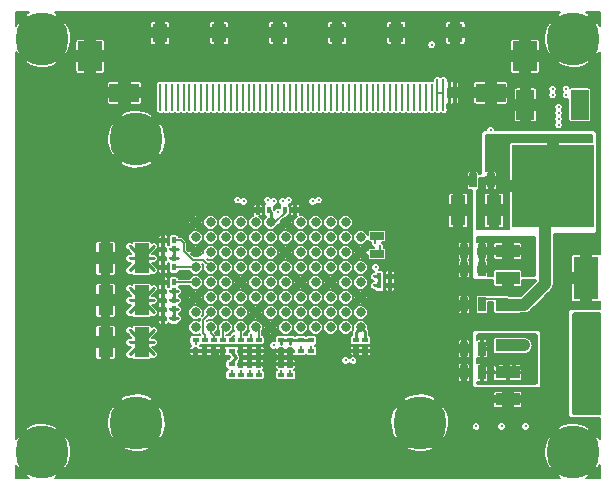
<source format=gbl>
%FSLAX46Y46*%
G04 Gerber Fmt 4.6, Leading zero omitted, Abs format (unit mm)*
G04 Created by KiCad (PCBNEW (2014-07-08 BZR 4987)-product) date Sun 20 Jul 2014 10:52:27 PM CEST*
%MOMM*%
G01*
G04 APERTURE LIST*
%ADD10C,0.100000*%
%ADD11C,0.800000*%
%ADD12R,0.398780X0.599440*%
%ADD13R,0.599440X0.398780*%
%ADD14R,1.143000X0.635000*%
%ADD15R,2.032000X3.657600*%
%ADD16R,2.032000X1.016000*%
%ADD17R,7.000000X7.000000*%
%ADD18R,1.500000X2.500000*%
%ADD19R,1.270000X2.540000*%
%ADD20R,0.635000X1.143000*%
%ADD21R,0.250000X1.550000*%
%ADD22R,2.500000X1.550000*%
%ADD23R,2.050000X2.500000*%
%ADD24R,1.300000X1.550000*%
%ADD25C,4.500000*%
%ADD26C,0.300000*%
%ADD27C,0.254000*%
%ADD28C,0.150000*%
%ADD29C,1.000000*%
G04 APERTURE END LIST*
D10*
D11*
X137795000Y-112395000D03*
X136525000Y-112395000D03*
X135255000Y-112395000D03*
X133985000Y-112395000D03*
X132715000Y-112395000D03*
X131445000Y-112395000D03*
X130175000Y-112395000D03*
X128905000Y-112395000D03*
X127635000Y-112395000D03*
X126365000Y-112395000D03*
X125095000Y-112395000D03*
X123825000Y-112395000D03*
X123825000Y-111125000D03*
X136525000Y-111125000D03*
X135255000Y-111125000D03*
X133985000Y-111125000D03*
X132715000Y-111125000D03*
X131445000Y-111125000D03*
X130175000Y-111125000D03*
X127635000Y-111125000D03*
X128905000Y-111125000D03*
X126365000Y-111125000D03*
X125095000Y-111125000D03*
X137795000Y-113665000D03*
X136525000Y-113665000D03*
X135255000Y-113665000D03*
X133985000Y-113665000D03*
X132715000Y-113665000D03*
X130175000Y-113665000D03*
X131445000Y-113665000D03*
X128905000Y-113665000D03*
X127635000Y-113665000D03*
X126365000Y-113665000D03*
X125095000Y-113665000D03*
X123825000Y-113665000D03*
X137795000Y-114935000D03*
X136525000Y-114935000D03*
X135255000Y-114935000D03*
X133985000Y-114935000D03*
X132715000Y-114935000D03*
X131445000Y-114935000D03*
X130175000Y-114935000D03*
X128905000Y-114935000D03*
X127635000Y-114935000D03*
X126365000Y-114935000D03*
X125095000Y-114935000D03*
X123825000Y-114935000D03*
X137795000Y-116205000D03*
X136525000Y-116205000D03*
X135255000Y-116205000D03*
X133985000Y-116205000D03*
X131445000Y-116205000D03*
X132715000Y-116205000D03*
X130175000Y-116205000D03*
X128905000Y-116205000D03*
X127635000Y-116205000D03*
X126365000Y-116205000D03*
X125095000Y-116205000D03*
X123825000Y-116205000D03*
X137795000Y-117475000D03*
X136525000Y-117475000D03*
X132715000Y-117475000D03*
X135255000Y-117475000D03*
X133985000Y-117475000D03*
X131445000Y-117475000D03*
X130175000Y-117475000D03*
X128905000Y-117475000D03*
X127635000Y-117475000D03*
X126365000Y-117475000D03*
X125095000Y-117475000D03*
X123825000Y-117475000D03*
X137795000Y-118745000D03*
X136525000Y-118745000D03*
X135255000Y-118745000D03*
X133985000Y-118745000D03*
X132715000Y-118745000D03*
X131445000Y-118745000D03*
X130175000Y-118745000D03*
X128905000Y-118745000D03*
X127635000Y-118745000D03*
X125095000Y-118745000D03*
X126365000Y-118745000D03*
X123825000Y-118745000D03*
X137795000Y-120015000D03*
X136525000Y-120015000D03*
X135255000Y-120015000D03*
X133985000Y-120015000D03*
X132715000Y-120015000D03*
X131445000Y-120015000D03*
X130175000Y-120015000D03*
X128905000Y-120015000D03*
X127635000Y-120015000D03*
X126365000Y-120015000D03*
X125095000Y-120015000D03*
X123825000Y-120015000D03*
D12*
X121089420Y-116967000D03*
X121988580Y-116967000D03*
X121089420Y-114173000D03*
X121988580Y-114173000D03*
D13*
X131826000Y-121988580D03*
X131826000Y-121089420D03*
X137414000Y-121988580D03*
X137414000Y-121089420D03*
D12*
X121089420Y-119253000D03*
X121988580Y-119253000D03*
D13*
X126873000Y-121988580D03*
X126873000Y-121089420D03*
X126873000Y-123121420D03*
X126873000Y-124020580D03*
X133604000Y-121089420D03*
X133604000Y-121988580D03*
X132715000Y-121089420D03*
X132715000Y-121988580D03*
D12*
X121089420Y-112649000D03*
X121988580Y-112649000D03*
D13*
X127635000Y-123121420D03*
X127635000Y-124020580D03*
D12*
X121089420Y-116205000D03*
X121988580Y-116205000D03*
D13*
X129159000Y-123121420D03*
X129159000Y-124020580D03*
X131826000Y-123121420D03*
X131826000Y-124020580D03*
X124587000Y-121988580D03*
X124587000Y-121089420D03*
X127635000Y-121988580D03*
X127635000Y-121089420D03*
X125349000Y-121988580D03*
X125349000Y-121089420D03*
D12*
X121089420Y-114935000D03*
X121988580Y-114935000D03*
D13*
X123825000Y-121988580D03*
X123825000Y-121089420D03*
X131064000Y-123121420D03*
X131064000Y-124020580D03*
X128397000Y-121988580D03*
X128397000Y-121089420D03*
X128397000Y-123121420D03*
X128397000Y-124020580D03*
X129159000Y-121988580D03*
X129159000Y-121089420D03*
X126111000Y-121988580D03*
X126111000Y-121089420D03*
D14*
X139192000Y-112268000D03*
X139192000Y-113792000D03*
D15*
X156862000Y-115820000D03*
D16*
X150258000Y-115820000D03*
X150258000Y-113534000D03*
X150258000Y-118106000D03*
D15*
X156862000Y-123820000D03*
D16*
X150258000Y-123820000D03*
X150258000Y-121534000D03*
X150258000Y-126106000D03*
D17*
X154060000Y-108070000D03*
D18*
X156360000Y-101170000D03*
X151760000Y-101170000D03*
D12*
X140276580Y-115697000D03*
X139377420Y-115697000D03*
X121089420Y-117729000D03*
X121988580Y-117729000D03*
X121089420Y-113411000D03*
X121988580Y-113411000D03*
X129110420Y-110070000D03*
X130009580Y-110070000D03*
D13*
X131064000Y-121988580D03*
X131064000Y-121089420D03*
D12*
X121089420Y-118491000D03*
X121988580Y-118491000D03*
D19*
X116205000Y-117729000D03*
X119253000Y-117729000D03*
X116205000Y-121285000D03*
X119253000Y-121285000D03*
X116205000Y-114173000D03*
X119253000Y-114173000D03*
X149098000Y-110109000D03*
X146050000Y-110109000D03*
D20*
X148072000Y-118070000D03*
X146548000Y-118070000D03*
X148844000Y-107569000D03*
X147320000Y-107569000D03*
X148082000Y-115062000D03*
X146558000Y-115062000D03*
D12*
X140276580Y-116459000D03*
X139377420Y-116459000D03*
X132259580Y-110070000D03*
X131360420Y-110070000D03*
D21*
X120810000Y-100145000D03*
X121310000Y-100145000D03*
X121810000Y-100145000D03*
X122310000Y-100145000D03*
X122810000Y-100145000D03*
X123310000Y-100145000D03*
X123810000Y-100145000D03*
X124310000Y-100145000D03*
X124810000Y-100145000D03*
X125310000Y-100145000D03*
X125810000Y-100145000D03*
X126310000Y-100145000D03*
X126810000Y-100145000D03*
X127310000Y-100145000D03*
X127810000Y-100145000D03*
X128310000Y-100145000D03*
X128810000Y-100145000D03*
X129310000Y-100145000D03*
X129810000Y-100145000D03*
X130310000Y-100145000D03*
X130810000Y-100145000D03*
X131310000Y-100145000D03*
X131810000Y-100145000D03*
X132310000Y-100145000D03*
X132810000Y-100145000D03*
X133310000Y-100145000D03*
X133810000Y-100145000D03*
X134310000Y-100145000D03*
X134810000Y-100145000D03*
X135310000Y-100145000D03*
X135810000Y-100145000D03*
X136310000Y-100145000D03*
X136810000Y-100145000D03*
X137310000Y-100145000D03*
X137810000Y-100145000D03*
X138310000Y-100145000D03*
X138810000Y-100145000D03*
X139310000Y-100145000D03*
X139810000Y-100145000D03*
X140310000Y-100145000D03*
X140810000Y-100145000D03*
X141310000Y-100145000D03*
X141810000Y-100145000D03*
X142310000Y-100145000D03*
X142810000Y-100145000D03*
X143310000Y-100145000D03*
X143810000Y-100145000D03*
X144310000Y-100145000D03*
X144810000Y-100145000D03*
X145310000Y-100145000D03*
X145810000Y-100145000D03*
D22*
X117810000Y-100145000D03*
X148810000Y-100145000D03*
D23*
X114910000Y-97070000D03*
X151710000Y-97070000D03*
D24*
X120810000Y-95070000D03*
X125810000Y-95070000D03*
X130810000Y-95070000D03*
X135810000Y-95070000D03*
X140810000Y-95070000D03*
X145810000Y-95070000D03*
D20*
X148082000Y-113538000D03*
X146558000Y-113538000D03*
X148072000Y-121820000D03*
X146548000Y-121820000D03*
X148072000Y-123820000D03*
X146548000Y-123820000D03*
D13*
X138176000Y-121988580D03*
X138176000Y-121089420D03*
D25*
X110810000Y-130570000D03*
X110810000Y-95570000D03*
X155810000Y-95570000D03*
X155810000Y-130570000D03*
X142810000Y-128078000D03*
X118810000Y-104078000D03*
X118810000Y-128078000D03*
D26*
X118110000Y-97028000D03*
X120650000Y-97028000D03*
X123190000Y-97028000D03*
X125730000Y-97028000D03*
X128270000Y-97028000D03*
X130810000Y-97028000D03*
X133350000Y-97028000D03*
X135890000Y-97028000D03*
X147320000Y-97028000D03*
X149860000Y-97028000D03*
X110490000Y-99568000D03*
X110490000Y-102108000D03*
X110490000Y-104648000D03*
X110490000Y-107188000D03*
X110490000Y-109728000D03*
X110490000Y-112268000D03*
X110490000Y-114808000D03*
X110490000Y-117348000D03*
X110490000Y-119888000D03*
X110490000Y-122428000D03*
X110490000Y-124968000D03*
X113030000Y-124968000D03*
X115570000Y-124968000D03*
X115570000Y-127508000D03*
X115570000Y-130048000D03*
X123190000Y-130048000D03*
X125730000Y-130048000D03*
X128270000Y-130048000D03*
X130810000Y-130048000D03*
X133350000Y-130048000D03*
X135890000Y-130048000D03*
X138430000Y-130048000D03*
X140970000Y-130048000D03*
X120650000Y-130048000D03*
X146050000Y-130048000D03*
X146050000Y-127508000D03*
X146050000Y-124968000D03*
X124587000Y-107315000D03*
X123317000Y-108585000D03*
X122047000Y-109855000D03*
X120777000Y-111125000D03*
X122047000Y-104775000D03*
X120777000Y-106045000D03*
X119507000Y-107315000D03*
X118237000Y-108585000D03*
X116967000Y-109855000D03*
X115697000Y-111125000D03*
X142367000Y-109855000D03*
X144907000Y-103505000D03*
X144907000Y-107315000D03*
X144907000Y-109855000D03*
X144907000Y-112395000D03*
X144907000Y-114935000D03*
X142367000Y-107315000D03*
X153543000Y-102362000D03*
X153543000Y-101854000D03*
X153543000Y-101346000D03*
X153543000Y-102870000D03*
X151511000Y-102870000D03*
X139310000Y-96070000D03*
X142310000Y-96070000D03*
X140810000Y-96070000D03*
X155194000Y-122682000D03*
X154559000Y-122682000D03*
X154559000Y-124968000D03*
X155194000Y-124968000D03*
X155321000Y-114681000D03*
X154432000Y-114681000D03*
X154432000Y-116967000D03*
X155321000Y-116967000D03*
X156972000Y-116967000D03*
X156972000Y-114681000D03*
X157734000Y-114681000D03*
X157734000Y-116967000D03*
X147320000Y-104394000D03*
X138430000Y-97028000D03*
X144780000Y-97028000D03*
X144780000Y-122428000D03*
X144780000Y-119888000D03*
X134620000Y-123698000D03*
X133350000Y-123698000D03*
X125730000Y-123698000D03*
X124460000Y-123698000D03*
X123190000Y-123698000D03*
X123190000Y-122428000D03*
X121920000Y-122428000D03*
X121920000Y-121158000D03*
X134366000Y-121539000D03*
X130048000Y-123698000D03*
X120523000Y-115951000D03*
X138357000Y-111575000D03*
X144310000Y-99070000D03*
X144310000Y-101570000D03*
X144810000Y-101570000D03*
X144810000Y-99070000D03*
X154559000Y-102362000D03*
X154559000Y-101854000D03*
X154559000Y-101346000D03*
X154559000Y-102870000D03*
X151638000Y-121539000D03*
X151638000Y-121158000D03*
X151638000Y-121920000D03*
X154051000Y-100330000D03*
X154051000Y-99822000D03*
X155194000Y-99822000D03*
X155194000Y-100330000D03*
X148844000Y-120904000D03*
X148082000Y-120904000D03*
X151892000Y-122809000D03*
X151130000Y-122809000D03*
X150368000Y-122809000D03*
X149606000Y-122809000D03*
X148844000Y-122809000D03*
X148082000Y-122809000D03*
X118237000Y-118745000D03*
X121666000Y-117729000D03*
X122301000Y-117729000D03*
X121666000Y-116967000D03*
X122301000Y-116967000D03*
X120269000Y-116713000D03*
X120269000Y-117729000D03*
X120269000Y-118745000D03*
X118237000Y-117729000D03*
X118237000Y-116713000D03*
X121666000Y-119253000D03*
X121666000Y-118491000D03*
X122301000Y-118491000D03*
X122301000Y-119253000D03*
X120269000Y-120269000D03*
X120269000Y-121285000D03*
X120269000Y-122301000D03*
X118237000Y-122301000D03*
X118237000Y-121285000D03*
X118237000Y-120269000D03*
X149098000Y-114681000D03*
X149733000Y-114681000D03*
X150368000Y-114681000D03*
X151003000Y-114681000D03*
X151638000Y-114681000D03*
X152273000Y-114681000D03*
X148810000Y-103328000D03*
X143810000Y-96078000D03*
X121666000Y-113411000D03*
X122301000Y-113411000D03*
X121666000Y-114173000D03*
X122301000Y-114173000D03*
X120269000Y-113157000D03*
X120269000Y-114173000D03*
X120269000Y-115189000D03*
X118237000Y-113157000D03*
X118237000Y-114173000D03*
X118237000Y-115189000D03*
X131064000Y-121412000D03*
X131826000Y-121412000D03*
X127254000Y-122555000D03*
X138938000Y-116459000D03*
X138938000Y-115697000D03*
X149987000Y-106807000D03*
X149352000Y-106807000D03*
X148717000Y-106807000D03*
X150114000Y-109093000D03*
X150114000Y-109728000D03*
X148209000Y-107950000D03*
X148209000Y-107442000D03*
X148209000Y-108458000D03*
X136810000Y-101570000D03*
X137310000Y-101570000D03*
X135810000Y-101570000D03*
X136310000Y-101570000D03*
X134810000Y-101570000D03*
X135310000Y-101570000D03*
X133810000Y-101570000D03*
X134239000Y-109220000D03*
X133731000Y-109347000D03*
X134310000Y-101570000D03*
X131810000Y-101570000D03*
X132310000Y-101570000D03*
X133310000Y-101570000D03*
X132810000Y-101570000D03*
X131699000Y-109220000D03*
X129810000Y-101570000D03*
X130310000Y-101570000D03*
X131191000Y-109347000D03*
X130810000Y-101570000D03*
X131310000Y-101570000D03*
X128810000Y-101570000D03*
X130810000Y-110236000D03*
X129310000Y-101570000D03*
X127810000Y-101570000D03*
X130429000Y-109347000D03*
X128310000Y-101570000D03*
X129921000Y-109220000D03*
X126810000Y-101570000D03*
X127310000Y-101570000D03*
X125810000Y-101570000D03*
X126310000Y-101570000D03*
X127889000Y-109347000D03*
X123810000Y-101570000D03*
X127381000Y-109220000D03*
X124310000Y-101570000D03*
X125310000Y-101570000D03*
X124810000Y-101570000D03*
X121810000Y-101570000D03*
X122310000Y-101570000D03*
X122810000Y-101570000D03*
X123310000Y-101570000D03*
X137810000Y-101570000D03*
X138310000Y-101570000D03*
X120810000Y-101570000D03*
X121310000Y-101570000D03*
X139810000Y-101570000D03*
X142310000Y-101570000D03*
X140810000Y-101570000D03*
X143810000Y-101570000D03*
X141810000Y-101570000D03*
X143310000Y-101570000D03*
X142810000Y-101570000D03*
X138810000Y-101570000D03*
X139060000Y-112903000D03*
X139310000Y-101570000D03*
X139446000Y-113157000D03*
X139065000Y-114935000D03*
X140310000Y-101570000D03*
X141310000Y-101570000D03*
X127101600Y-120700800D03*
X126873000Y-123698000D03*
X133604000Y-121666000D03*
X132715000Y-121666000D03*
X127635000Y-123698000D03*
X129159000Y-123698000D03*
X131826000Y-123698000D03*
X123825000Y-121412000D03*
X131064000Y-123698000D03*
X128524000Y-120650000D03*
X128397000Y-123698000D03*
X136525000Y-122809000D03*
X149733000Y-128397000D03*
X137160000Y-122809000D03*
X151765000Y-128397000D03*
X130429000Y-121539000D03*
X147574000Y-128397000D03*
D27*
X146050000Y-130048000D02*
X146050000Y-127508000D01*
X115570000Y-130048000D02*
X146050000Y-130048000D01*
X115570000Y-124968000D02*
X115570000Y-130048000D01*
X110490000Y-124968000D02*
X115570000Y-124968000D01*
X110490000Y-104648000D02*
X110490000Y-124968000D01*
X110490000Y-102108000D02*
X110490000Y-104648000D01*
X110490000Y-99568000D02*
X110490000Y-102108000D01*
X146050000Y-127508000D02*
X146050000Y-124968000D01*
X156862000Y-114825000D02*
X156862000Y-115820000D01*
X156862000Y-116857000D02*
X156862000Y-115820000D01*
X156972000Y-116967000D02*
X156862000Y-116857000D01*
X156862000Y-114791000D02*
X156862000Y-115820000D01*
X156972000Y-114681000D02*
X156862000Y-114791000D01*
X156862000Y-115553000D02*
X156862000Y-115820000D01*
X157734000Y-114681000D02*
X156862000Y-115553000D01*
X156862000Y-116095000D02*
X156862000Y-115820000D01*
X157734000Y-116967000D02*
X156862000Y-116095000D01*
X120835420Y-115951000D02*
X120523000Y-115951000D01*
X121089420Y-116205000D02*
X120835420Y-115951000D01*
X125730000Y-122369580D02*
X125349000Y-121988580D01*
X125730000Y-123698000D02*
X125730000Y-122369580D01*
X124460000Y-123698000D02*
X125730000Y-123698000D01*
X123190000Y-123698000D02*
X124460000Y-123698000D01*
X123190000Y-122428000D02*
X123190000Y-123698000D01*
X121920000Y-122428000D02*
X123190000Y-122428000D01*
X121920000Y-121158000D02*
X121920000Y-122428000D01*
X129471420Y-123121420D02*
X129159000Y-123121420D01*
X130048000Y-123698000D02*
X129471420Y-123121420D01*
X134620000Y-121793000D02*
X134366000Y-121539000D01*
X134620000Y-123698000D02*
X134620000Y-121793000D01*
X133350000Y-123698000D02*
X134620000Y-123698000D01*
X132773420Y-123121420D02*
X131826000Y-123121420D01*
X133350000Y-123698000D02*
X132773420Y-123121420D01*
X144780000Y-119838000D02*
X146548000Y-118070000D01*
X144780000Y-119888000D02*
X144780000Y-119838000D01*
X144780000Y-122428000D02*
X144780000Y-119888000D01*
X144780000Y-109728000D02*
X144780000Y-107188000D01*
X144780000Y-114808000D02*
X144780000Y-109728000D01*
X145034000Y-115062000D02*
X144780000Y-114808000D01*
X146558000Y-115062000D02*
X145034000Y-115062000D01*
X144780000Y-103378000D02*
X144780000Y-107188000D01*
X144822000Y-97070000D02*
X144780000Y-97028000D01*
X151710000Y-97070000D02*
X144822000Y-97070000D01*
X114952000Y-97028000D02*
X114910000Y-97070000D01*
X138430000Y-97028000D02*
X114952000Y-97028000D01*
D28*
X144310000Y-100145000D02*
X144310000Y-99070000D01*
X144310000Y-100145000D02*
X144310000Y-101570000D01*
X144810000Y-100145000D02*
X144810000Y-101570000D01*
X144810000Y-100145000D02*
X144310000Y-100145000D01*
X144810000Y-100145000D02*
X144810000Y-99070000D01*
D29*
X151633000Y-121534000D02*
X150258000Y-121534000D01*
X151638000Y-121539000D02*
X151633000Y-121534000D01*
X151633000Y-121534000D02*
X151638000Y-121539000D01*
X150258000Y-121534000D02*
X151633000Y-121534000D01*
D27*
X148072000Y-121820000D02*
X148072000Y-121676000D01*
X148072000Y-121676000D02*
X148844000Y-120904000D01*
X148072000Y-121820000D02*
X148072000Y-120914000D01*
X148072000Y-120914000D02*
X148082000Y-120904000D01*
X150258000Y-123820000D02*
X150881000Y-123820000D01*
X150881000Y-123820000D02*
X151892000Y-122809000D01*
X150258000Y-123820000D02*
X150258000Y-123681000D01*
X150258000Y-123681000D02*
X151130000Y-122809000D01*
X150258000Y-123820000D02*
X150258000Y-122919000D01*
X150258000Y-122919000D02*
X150368000Y-122809000D01*
X150258000Y-123820000D02*
X150258000Y-123461000D01*
X150258000Y-123461000D02*
X149606000Y-122809000D01*
X150258000Y-123820000D02*
X149855000Y-123820000D01*
X149855000Y-123820000D02*
X148844000Y-122809000D01*
X150258000Y-123820000D02*
X149093000Y-123820000D01*
X149093000Y-123820000D02*
X148082000Y-122809000D01*
D28*
X130175000Y-111125000D02*
X130556000Y-111125000D01*
X130556000Y-111125000D02*
X131360420Y-110320580D01*
X131360420Y-110320580D02*
X131360420Y-110070000D01*
D27*
X130175000Y-111125000D02*
X130175000Y-110235420D01*
X130175000Y-110235420D02*
X130009580Y-110070000D01*
X119253000Y-117729000D02*
X118237000Y-118745000D01*
X121988580Y-117729000D02*
X121666000Y-117729000D01*
X121988580Y-117729000D02*
X122301000Y-117729000D01*
X121988580Y-116967000D02*
X121666000Y-116967000D01*
X121988580Y-116967000D02*
X122301000Y-116967000D01*
X121988580Y-117729000D02*
X121988580Y-116967000D01*
X119253000Y-117729000D02*
X120269000Y-116713000D01*
X119253000Y-117729000D02*
X120269000Y-117729000D01*
X119253000Y-117729000D02*
X120269000Y-118745000D01*
X119253000Y-117729000D02*
X118237000Y-117729000D01*
X119253000Y-117729000D02*
X118237000Y-116713000D01*
X121988580Y-119253000D02*
X121666000Y-119253000D01*
X121988580Y-118491000D02*
X121666000Y-118491000D01*
X121988580Y-118491000D02*
X122301000Y-118491000D01*
X121988580Y-119253000D02*
X122301000Y-119253000D01*
X121988580Y-118491000D02*
X121988580Y-119253000D01*
X119253000Y-121285000D02*
X120269000Y-120269000D01*
X119253000Y-121285000D02*
X120269000Y-121285000D01*
X119253000Y-121285000D02*
X120269000Y-122301000D01*
X119253000Y-121285000D02*
X118237000Y-122301000D01*
X119253000Y-121285000D02*
X118237000Y-121285000D01*
X119253000Y-121285000D02*
X118237000Y-120269000D01*
X137414000Y-121089420D02*
X137414000Y-120396000D01*
X137414000Y-120396000D02*
X137795000Y-120015000D01*
X137795000Y-120015000D02*
X138176000Y-120396000D01*
X138176000Y-120396000D02*
X138176000Y-121089420D01*
D28*
X152310000Y-106320000D02*
X154060000Y-108070000D01*
D27*
X121988580Y-113411000D02*
X121666000Y-113411000D01*
X121988580Y-113411000D02*
X122301000Y-113411000D01*
X121988580Y-114173000D02*
X121666000Y-114173000D01*
X121988580Y-114173000D02*
X122301000Y-114173000D01*
X119253000Y-114173000D02*
X120269000Y-113157000D01*
X119253000Y-114173000D02*
X120269000Y-114173000D01*
X119253000Y-114173000D02*
X120269000Y-115189000D01*
X119253000Y-114173000D02*
X118237000Y-113157000D01*
X119253000Y-114173000D02*
X118237000Y-114173000D01*
X119253000Y-114173000D02*
X118237000Y-115189000D01*
X121988580Y-114173000D02*
X121988580Y-113411000D01*
X131064000Y-121412000D02*
X131064000Y-121089420D01*
X131826000Y-121412000D02*
X131826000Y-121089420D01*
X133604000Y-121089420D02*
X131064000Y-121089420D01*
X126873000Y-122174000D02*
X126873000Y-121988580D01*
X127254000Y-122555000D02*
X126873000Y-122174000D01*
X126873000Y-122936000D02*
X126873000Y-123121420D01*
X127254000Y-122555000D02*
X126873000Y-122936000D01*
X139377420Y-116459000D02*
X138938000Y-116459000D01*
X139377420Y-115697000D02*
X139377420Y-116459000D01*
X139377420Y-115697000D02*
X138938000Y-115697000D01*
D28*
X150222000Y-117570000D02*
X150258000Y-117606000D01*
X148072000Y-117570000D02*
X150222000Y-117570000D01*
D29*
X152527000Y-117221000D02*
X151642000Y-118106000D01*
X151642000Y-118106000D02*
X150258000Y-118106000D01*
X152527000Y-117221000D02*
X153289000Y-116459000D01*
X153416000Y-116332000D02*
X151642000Y-118106000D01*
X153416000Y-112649000D02*
X153416000Y-116332000D01*
X153416000Y-108714000D02*
X154060000Y-108070000D01*
X153416000Y-112649000D02*
X153416000Y-108714000D01*
D28*
X136810000Y-101570000D02*
X136810000Y-100395000D01*
X137310000Y-101570000D02*
X137310000Y-100395000D01*
X135810000Y-101570000D02*
X135810000Y-100395000D01*
X136310000Y-101570000D02*
X136310000Y-100395000D01*
X134810000Y-101570000D02*
X134810000Y-100395000D01*
X135310000Y-101570000D02*
X135310000Y-100395000D01*
X133810000Y-101570000D02*
X133810000Y-100395000D01*
X134310000Y-101570000D02*
X134310000Y-100395000D01*
X131810000Y-101570000D02*
X131810000Y-100395000D01*
X132310000Y-101570000D02*
X132310000Y-100395000D01*
X133310000Y-101570000D02*
X133310000Y-100395000D01*
X132810000Y-101570000D02*
X132810000Y-100395000D01*
X129810000Y-101570000D02*
X129810000Y-100395000D01*
X130310000Y-101570000D02*
X130310000Y-100395000D01*
X130810000Y-101570000D02*
X130810000Y-100395000D01*
X131310000Y-101570000D02*
X131310000Y-100395000D01*
X128810000Y-101570000D02*
X128810000Y-100395000D01*
X129310000Y-101570000D02*
X129310000Y-100395000D01*
X127810000Y-101570000D02*
X127810000Y-100395000D01*
X128310000Y-101570000D02*
X128310000Y-100395000D01*
X126810000Y-101570000D02*
X126810000Y-100395000D01*
X127310000Y-101570000D02*
X127310000Y-100395000D01*
X125810000Y-101570000D02*
X125810000Y-100395000D01*
X126310000Y-101570000D02*
X126310000Y-100395000D01*
X123810000Y-101570000D02*
X123810000Y-100395000D01*
X124310000Y-101570000D02*
X124310000Y-100395000D01*
X125310000Y-101570000D02*
X125310000Y-100395000D01*
X124810000Y-101570000D02*
X124810000Y-100395000D01*
X121810000Y-101570000D02*
X121810000Y-100395000D01*
X122310000Y-101570000D02*
X122310000Y-100395000D01*
X122810000Y-101570000D02*
X122810000Y-100395000D01*
X123310000Y-101570000D02*
X123310000Y-100395000D01*
X137810000Y-101570000D02*
X137810000Y-100395000D01*
X138310000Y-101570000D02*
X138310000Y-100395000D01*
X120810000Y-101570000D02*
X120810000Y-100395000D01*
X121310000Y-101570000D02*
X121310000Y-100395000D01*
X139810000Y-100395000D02*
X139810000Y-101570000D01*
X142310000Y-100395000D02*
X142310000Y-101570000D01*
X140810000Y-100395000D02*
X140810000Y-101570000D01*
X143810000Y-100395000D02*
X143810000Y-101570000D01*
X141810000Y-100395000D02*
X141810000Y-101570000D01*
X143310000Y-100395000D02*
X143310000Y-101570000D01*
X142810000Y-101570000D02*
X142810000Y-100145000D01*
X139060000Y-112320000D02*
X139192000Y-112268000D01*
X138810000Y-101570000D02*
X138810000Y-100395000D01*
X139060000Y-112400000D02*
X139192000Y-112268000D01*
X139060000Y-112903000D02*
X139060000Y-112400000D01*
X139310000Y-101570000D02*
X139310000Y-100820000D01*
X139310000Y-100820000D02*
X139310000Y-100395000D01*
X139446000Y-113538000D02*
X139192000Y-113792000D01*
X139446000Y-113157000D02*
X139446000Y-113538000D01*
X139446000Y-113157000D02*
X139446000Y-113538000D01*
X140310000Y-100395000D02*
X140310000Y-101570000D01*
X141310000Y-100395000D02*
X141310000Y-101570000D01*
X126873000Y-121089420D02*
X126873000Y-120929400D01*
X126873000Y-121089420D02*
X126873000Y-120904000D01*
X126873000Y-120904000D02*
X127101600Y-120700800D01*
X126873000Y-121089420D02*
X126873000Y-121031000D01*
X126873000Y-123698000D02*
X126873000Y-124020580D01*
X133604000Y-121666000D02*
X133604000Y-121988580D01*
X132715000Y-121666000D02*
X132715000Y-121988580D01*
X125095000Y-114935000D02*
X124460000Y-114300000D01*
X124460000Y-114300000D02*
X123571000Y-114300000D01*
X123571000Y-114300000D02*
X122809000Y-113538000D01*
X122809000Y-113538000D02*
X122809000Y-113157000D01*
X122555000Y-112649000D02*
X121988580Y-112649000D01*
X122809000Y-112903000D02*
X122555000Y-112649000D01*
X122809000Y-113157000D02*
X122809000Y-112903000D01*
X127635000Y-123698000D02*
X127635000Y-124020580D01*
X123825000Y-116205000D02*
X121988580Y-116205000D01*
X129159000Y-123698000D02*
X129159000Y-124020580D01*
X131826000Y-123698000D02*
X131826000Y-124020580D01*
X125095000Y-118745000D02*
X124460000Y-119380000D01*
X124460000Y-119380000D02*
X124460000Y-120523000D01*
X124460000Y-120523000D02*
X124587000Y-120650000D01*
X124587000Y-120650000D02*
X124587000Y-121089420D01*
X127635000Y-120015000D02*
X127635000Y-121089420D01*
X125095000Y-120015000D02*
X125095000Y-120523000D01*
X125095000Y-120523000D02*
X125349000Y-120777000D01*
X125349000Y-120777000D02*
X125349000Y-121089420D01*
X123825000Y-114935000D02*
X121988580Y-114935000D01*
X123825000Y-121412000D02*
X123825000Y-121089420D01*
X131064000Y-123698000D02*
X131064000Y-124020580D01*
X128524000Y-120650000D02*
X128524000Y-120962420D01*
X128524000Y-120962420D02*
X128397000Y-121089420D01*
X128397000Y-123698000D02*
X128397000Y-124020580D01*
X129159000Y-121089420D02*
X129159000Y-120269000D01*
X129159000Y-120269000D02*
X128905000Y-120015000D01*
X126111000Y-121089420D02*
X126111000Y-120269000D01*
X126111000Y-120269000D02*
X126365000Y-120015000D01*
G36*
X158035000Y-132795000D02*
X156915374Y-132795000D01*
X157201786Y-132562826D01*
X155810000Y-131171041D01*
X155208959Y-131772081D01*
X155208959Y-130570000D01*
X153817174Y-129178214D01*
X153577783Y-129473528D01*
X153406763Y-129930080D01*
X153328098Y-130411224D01*
X153344812Y-130898470D01*
X153456261Y-131373094D01*
X153577783Y-131666472D01*
X153817174Y-131961786D01*
X155208959Y-130570000D01*
X155208959Y-131772081D01*
X154418214Y-132562826D01*
X154704625Y-132795000D01*
X153110000Y-132795000D01*
X153110000Y-124898685D01*
X153110000Y-120465315D01*
X153105072Y-120415280D01*
X153089402Y-120363623D01*
X153063956Y-120316016D01*
X153029711Y-120274289D01*
X152987984Y-120240044D01*
X152940377Y-120214598D01*
X152888720Y-120198928D01*
X152838685Y-120194000D01*
X147516315Y-120194000D01*
X147466280Y-120198928D01*
X147414623Y-120214598D01*
X147367016Y-120240044D01*
X147325289Y-120274289D01*
X147291044Y-120316016D01*
X147265598Y-120363623D01*
X147249928Y-120415280D01*
X147245000Y-120465315D01*
X147245000Y-124898685D01*
X147249928Y-124948720D01*
X147265598Y-125000377D01*
X147291044Y-125047984D01*
X147325289Y-125089711D01*
X147367016Y-125123956D01*
X147414623Y-125149402D01*
X147466280Y-125165072D01*
X147516315Y-125170000D01*
X152838685Y-125170000D01*
X152888720Y-125165072D01*
X152940377Y-125149402D01*
X152987984Y-125123956D01*
X153029711Y-125089711D01*
X153063956Y-125047984D01*
X153089402Y-125000377D01*
X153105072Y-124948720D01*
X153110000Y-124898685D01*
X153110000Y-132795000D01*
X152140016Y-132795000D01*
X152140016Y-128360229D01*
X152125731Y-128288089D01*
X152097707Y-128220097D01*
X152057010Y-128158843D01*
X152005190Y-128106660D01*
X151944222Y-128065536D01*
X151876427Y-128037038D01*
X151804388Y-128022250D01*
X151730848Y-128021737D01*
X151658610Y-128035517D01*
X151590424Y-128063066D01*
X151528887Y-128103335D01*
X151499000Y-128132602D01*
X151499000Y-126636161D01*
X151499000Y-126416250D01*
X151499000Y-125795750D01*
X151499000Y-125575839D01*
X151490353Y-125532369D01*
X151473392Y-125491422D01*
X151448769Y-125454570D01*
X151417429Y-125423231D01*
X151380577Y-125398607D01*
X151339630Y-125381646D01*
X151296160Y-125373000D01*
X151251839Y-125373000D01*
X150739250Y-125373000D01*
X150683000Y-125429250D01*
X150683000Y-125852000D01*
X151442750Y-125852000D01*
X151499000Y-125795750D01*
X151499000Y-126416250D01*
X151442750Y-126360000D01*
X150683000Y-126360000D01*
X150683000Y-126782750D01*
X150739250Y-126839000D01*
X151251839Y-126839000D01*
X151296160Y-126839000D01*
X151339630Y-126830354D01*
X151380577Y-126813393D01*
X151417429Y-126788769D01*
X151448769Y-126757430D01*
X151473392Y-126720578D01*
X151490353Y-126679631D01*
X151499000Y-126636161D01*
X151499000Y-128132602D01*
X151476344Y-128154789D01*
X151434795Y-128215468D01*
X151405824Y-128283063D01*
X151390534Y-128354997D01*
X151389508Y-128428531D01*
X151402783Y-128500864D01*
X151429855Y-128569241D01*
X151469693Y-128631057D01*
X151520779Y-128683958D01*
X151581168Y-128725929D01*
X151648558Y-128755371D01*
X151720384Y-128771163D01*
X151793909Y-128772703D01*
X151866333Y-128759933D01*
X151934897Y-128733339D01*
X151996990Y-128693933D01*
X152050246Y-128643218D01*
X152092638Y-128583124D01*
X152122550Y-128515941D01*
X152138843Y-128444227D01*
X152140016Y-128360229D01*
X152140016Y-132795000D01*
X150108016Y-132795000D01*
X150108016Y-128360229D01*
X150093731Y-128288089D01*
X150065707Y-128220097D01*
X150025010Y-128158843D01*
X149973190Y-128106660D01*
X149912222Y-128065536D01*
X149844427Y-128037038D01*
X149833000Y-128034692D01*
X149833000Y-126782750D01*
X149833000Y-126360000D01*
X149833000Y-125852000D01*
X149833000Y-125429250D01*
X149776750Y-125373000D01*
X149264161Y-125373000D01*
X149219840Y-125373000D01*
X149176370Y-125381646D01*
X149135423Y-125398607D01*
X149098571Y-125423231D01*
X149067231Y-125454570D01*
X149042608Y-125491422D01*
X149025647Y-125532369D01*
X149017000Y-125575839D01*
X149017000Y-125795750D01*
X149073250Y-125852000D01*
X149833000Y-125852000D01*
X149833000Y-126360000D01*
X149073250Y-126360000D01*
X149017000Y-126416250D01*
X149017000Y-126636161D01*
X149025647Y-126679631D01*
X149042608Y-126720578D01*
X149067231Y-126757430D01*
X149098571Y-126788769D01*
X149135423Y-126813393D01*
X149176370Y-126830354D01*
X149219840Y-126839000D01*
X149264161Y-126839000D01*
X149776750Y-126839000D01*
X149833000Y-126782750D01*
X149833000Y-128034692D01*
X149772388Y-128022250D01*
X149698848Y-128021737D01*
X149626610Y-128035517D01*
X149558424Y-128063066D01*
X149496887Y-128103335D01*
X149444344Y-128154789D01*
X149402795Y-128215468D01*
X149373824Y-128283063D01*
X149358534Y-128354997D01*
X149357508Y-128428531D01*
X149370783Y-128500864D01*
X149397855Y-128569241D01*
X149437693Y-128631057D01*
X149488779Y-128683958D01*
X149549168Y-128725929D01*
X149616558Y-128755371D01*
X149688384Y-128771163D01*
X149761909Y-128772703D01*
X149834333Y-128759933D01*
X149902897Y-128733339D01*
X149964990Y-128693933D01*
X150018246Y-128643218D01*
X150060638Y-128583124D01*
X150090550Y-128515941D01*
X150106843Y-128444227D01*
X150108016Y-128360229D01*
X150108016Y-132795000D01*
X147949016Y-132795000D01*
X147949016Y-128360229D01*
X147934731Y-128288089D01*
X147906707Y-128220097D01*
X147866010Y-128158843D01*
X147814190Y-128106660D01*
X147753222Y-128065536D01*
X147685427Y-128037038D01*
X147613388Y-128022250D01*
X147539848Y-128021737D01*
X147467610Y-128035517D01*
X147399424Y-128063066D01*
X147337887Y-128103335D01*
X147285344Y-128154789D01*
X147243795Y-128215468D01*
X147214824Y-128283063D01*
X147199534Y-128354997D01*
X147198508Y-128428531D01*
X147211783Y-128500864D01*
X147238855Y-128569241D01*
X147278693Y-128631057D01*
X147329779Y-128683958D01*
X147390168Y-128725929D01*
X147457558Y-128755371D01*
X147529384Y-128771163D01*
X147602909Y-128772703D01*
X147675333Y-128759933D01*
X147743897Y-128733339D01*
X147805990Y-128693933D01*
X147859246Y-128643218D01*
X147901638Y-128583124D01*
X147931550Y-128515941D01*
X147947843Y-128444227D01*
X147949016Y-128360229D01*
X147949016Y-132795000D01*
X147161250Y-132795000D01*
X147100500Y-132795000D01*
X147100500Y-115655660D01*
X147100500Y-115611339D01*
X147100500Y-115404000D01*
X147100500Y-114720000D01*
X147100500Y-114512661D01*
X147100500Y-114468340D01*
X147091854Y-114424870D01*
X147074893Y-114383923D01*
X147050269Y-114347071D01*
X147018930Y-114315731D01*
X146995386Y-114300000D01*
X147018930Y-114284269D01*
X147050269Y-114252929D01*
X147074893Y-114216077D01*
X147091854Y-114175130D01*
X147100500Y-114131660D01*
X147100500Y-114087339D01*
X147100500Y-113880000D01*
X147100500Y-113196000D01*
X147100500Y-112988661D01*
X147100500Y-112944340D01*
X147091854Y-112900870D01*
X147074893Y-112859923D01*
X147050269Y-112823071D01*
X147018930Y-112791731D01*
X146982078Y-112767108D01*
X146941131Y-112750147D01*
X146910000Y-112743954D01*
X146910000Y-111401160D01*
X146910000Y-111356839D01*
X146910000Y-110590250D01*
X146910000Y-109627750D01*
X146910000Y-108861161D01*
X146910000Y-108816840D01*
X146901354Y-108773370D01*
X146884393Y-108732423D01*
X146859769Y-108695571D01*
X146828430Y-108664231D01*
X146791578Y-108639608D01*
X146750631Y-108622647D01*
X146707161Y-108614000D01*
X146685000Y-108614000D01*
X146685000Y-95867160D01*
X146685000Y-95822839D01*
X146685000Y-95513750D01*
X146685000Y-94626250D01*
X146685000Y-94317161D01*
X146685000Y-94272840D01*
X146676354Y-94229370D01*
X146659393Y-94188423D01*
X146634769Y-94151571D01*
X146603430Y-94120231D01*
X146566578Y-94095608D01*
X146525631Y-94078647D01*
X146482161Y-94070000D01*
X146191250Y-94070000D01*
X146135000Y-94126250D01*
X146135000Y-94682500D01*
X146628750Y-94682500D01*
X146685000Y-94626250D01*
X146685000Y-95513750D01*
X146628750Y-95457500D01*
X146135000Y-95457500D01*
X146135000Y-96013750D01*
X146191250Y-96070000D01*
X146482161Y-96070000D01*
X146525631Y-96061353D01*
X146566578Y-96044392D01*
X146603430Y-96019769D01*
X146634769Y-95988429D01*
X146659393Y-95951577D01*
X146676354Y-95910630D01*
X146685000Y-95867160D01*
X146685000Y-108614000D01*
X146423750Y-108614000D01*
X146367500Y-108670250D01*
X146367500Y-109684000D01*
X146853750Y-109684000D01*
X146910000Y-109627750D01*
X146910000Y-110590250D01*
X146853750Y-110534000D01*
X146367500Y-110534000D01*
X146367500Y-111547750D01*
X146423750Y-111604000D01*
X146707161Y-111604000D01*
X146750631Y-111595353D01*
X146791578Y-111578392D01*
X146828430Y-111553769D01*
X146859769Y-111522429D01*
X146884393Y-111485577D01*
X146901354Y-111444630D01*
X146910000Y-111401160D01*
X146910000Y-112743954D01*
X146897661Y-112741500D01*
X146773000Y-112741500D01*
X146716750Y-112797750D01*
X146716750Y-113252250D01*
X147044250Y-113252250D01*
X147100500Y-113196000D01*
X147100500Y-113880000D01*
X147044250Y-113823750D01*
X146716750Y-113823750D01*
X146716750Y-114278250D01*
X146738500Y-114300000D01*
X146716750Y-114321750D01*
X146716750Y-114776250D01*
X147044250Y-114776250D01*
X147100500Y-114720000D01*
X147100500Y-115404000D01*
X147044250Y-115347750D01*
X146716750Y-115347750D01*
X146716750Y-115802250D01*
X146773000Y-115858500D01*
X146897661Y-115858500D01*
X146941131Y-115849853D01*
X146982078Y-115832892D01*
X147018930Y-115808269D01*
X147050269Y-115776929D01*
X147074893Y-115740077D01*
X147091854Y-115699130D01*
X147100500Y-115655660D01*
X147100500Y-132795000D01*
X147090500Y-132795000D01*
X147090500Y-124413660D01*
X147090500Y-124369339D01*
X147090500Y-124162000D01*
X147090500Y-123478000D01*
X147090500Y-123270661D01*
X147090500Y-123226340D01*
X147090500Y-122413660D01*
X147090500Y-122369339D01*
X147090500Y-122162000D01*
X147090500Y-121478000D01*
X147090500Y-121270661D01*
X147090500Y-121226340D01*
X147090500Y-118663660D01*
X147090500Y-118619339D01*
X147090500Y-118412000D01*
X147090500Y-117728000D01*
X147090500Y-117520661D01*
X147090500Y-117476340D01*
X147081854Y-117432870D01*
X147064893Y-117391923D01*
X147040269Y-117355071D01*
X147008930Y-117323731D01*
X146972078Y-117299108D01*
X146931131Y-117282147D01*
X146887661Y-117273500D01*
X146763000Y-117273500D01*
X146706750Y-117329750D01*
X146706750Y-117784250D01*
X147034250Y-117784250D01*
X147090500Y-117728000D01*
X147090500Y-118412000D01*
X147034250Y-118355750D01*
X146706750Y-118355750D01*
X146706750Y-118810250D01*
X146763000Y-118866500D01*
X146887661Y-118866500D01*
X146931131Y-118857853D01*
X146972078Y-118840892D01*
X147008930Y-118816269D01*
X147040269Y-118784929D01*
X147064893Y-118748077D01*
X147081854Y-118707130D01*
X147090500Y-118663660D01*
X147090500Y-121226340D01*
X147081854Y-121182870D01*
X147064893Y-121141923D01*
X147040269Y-121105071D01*
X147008930Y-121073731D01*
X146972078Y-121049108D01*
X146931131Y-121032147D01*
X146887661Y-121023500D01*
X146763000Y-121023500D01*
X146706750Y-121079750D01*
X146706750Y-121534250D01*
X147034250Y-121534250D01*
X147090500Y-121478000D01*
X147090500Y-122162000D01*
X147034250Y-122105750D01*
X146706750Y-122105750D01*
X146706750Y-122560250D01*
X146763000Y-122616500D01*
X146887661Y-122616500D01*
X146931131Y-122607853D01*
X146972078Y-122590892D01*
X147008930Y-122566269D01*
X147040269Y-122534929D01*
X147064893Y-122498077D01*
X147081854Y-122457130D01*
X147090500Y-122413660D01*
X147090500Y-123226340D01*
X147081854Y-123182870D01*
X147064893Y-123141923D01*
X147040269Y-123105071D01*
X147008930Y-123073731D01*
X146972078Y-123049108D01*
X146931131Y-123032147D01*
X146887661Y-123023500D01*
X146763000Y-123023500D01*
X146706750Y-123079750D01*
X146706750Y-123534250D01*
X147034250Y-123534250D01*
X147090500Y-123478000D01*
X147090500Y-124162000D01*
X147034250Y-124105750D01*
X146706750Y-124105750D01*
X146706750Y-124560250D01*
X146763000Y-124616500D01*
X146887661Y-124616500D01*
X146931131Y-124607853D01*
X146972078Y-124590892D01*
X147008930Y-124566269D01*
X147040269Y-124534929D01*
X147064893Y-124498077D01*
X147081854Y-124457130D01*
X147090500Y-124413660D01*
X147090500Y-132795000D01*
X146399250Y-132795000D01*
X146399250Y-115802250D01*
X146399250Y-115347750D01*
X146399250Y-114776250D01*
X146399250Y-114321750D01*
X146377500Y-114300000D01*
X146399250Y-114278250D01*
X146399250Y-113823750D01*
X146399250Y-113252250D01*
X146399250Y-112797750D01*
X146343000Y-112741500D01*
X146218339Y-112741500D01*
X146174869Y-112750147D01*
X146160000Y-112756306D01*
X146160000Y-100942160D01*
X146160000Y-100897839D01*
X146160000Y-100588750D01*
X146160000Y-99701250D01*
X146160000Y-99392161D01*
X146160000Y-99347840D01*
X146151354Y-99304370D01*
X146134393Y-99263423D01*
X146109769Y-99226571D01*
X146078430Y-99195231D01*
X146041578Y-99170608D01*
X146000631Y-99153647D01*
X145957161Y-99145000D01*
X145928750Y-99145000D01*
X145872500Y-99201250D01*
X145872500Y-99757500D01*
X146103750Y-99757500D01*
X146160000Y-99701250D01*
X146160000Y-100588750D01*
X146103750Y-100532500D01*
X145872500Y-100532500D01*
X145872500Y-101088750D01*
X145928750Y-101145000D01*
X145957161Y-101145000D01*
X146000631Y-101136353D01*
X146041578Y-101119392D01*
X146078430Y-101094769D01*
X146109769Y-101063429D01*
X146134393Y-101026577D01*
X146151354Y-100985630D01*
X146160000Y-100942160D01*
X146160000Y-112756306D01*
X146133922Y-112767108D01*
X146097070Y-112791731D01*
X146065731Y-112823071D01*
X146041107Y-112859923D01*
X146024146Y-112900870D01*
X146015500Y-112944340D01*
X146015500Y-112988661D01*
X146015500Y-113196000D01*
X146071750Y-113252250D01*
X146399250Y-113252250D01*
X146399250Y-113823750D01*
X146071750Y-113823750D01*
X146015500Y-113880000D01*
X146015500Y-114087339D01*
X146015500Y-114131660D01*
X146024146Y-114175130D01*
X146041107Y-114216077D01*
X146065731Y-114252929D01*
X146097070Y-114284269D01*
X146120613Y-114300000D01*
X146097070Y-114315731D01*
X146065731Y-114347071D01*
X146041107Y-114383923D01*
X146024146Y-114424870D01*
X146015500Y-114468340D01*
X146015500Y-114512661D01*
X146015500Y-114720000D01*
X146071750Y-114776250D01*
X146399250Y-114776250D01*
X146399250Y-115347750D01*
X146071750Y-115347750D01*
X146015500Y-115404000D01*
X146015500Y-115611339D01*
X146015500Y-115655660D01*
X146024146Y-115699130D01*
X146041107Y-115740077D01*
X146065731Y-115776929D01*
X146097070Y-115808269D01*
X146133922Y-115832892D01*
X146174869Y-115849853D01*
X146218339Y-115858500D01*
X146343000Y-115858500D01*
X146399250Y-115802250D01*
X146399250Y-132795000D01*
X146389250Y-132795000D01*
X146389250Y-124560250D01*
X146389250Y-124105750D01*
X146389250Y-123534250D01*
X146389250Y-123079750D01*
X146389250Y-122560250D01*
X146389250Y-122105750D01*
X146389250Y-121534250D01*
X146389250Y-121079750D01*
X146389250Y-118810250D01*
X146389250Y-118355750D01*
X146389250Y-117784250D01*
X146389250Y-117329750D01*
X146333000Y-117273500D01*
X146208339Y-117273500D01*
X146164869Y-117282147D01*
X146123922Y-117299108D01*
X146087070Y-117323731D01*
X146055731Y-117355071D01*
X146031107Y-117391923D01*
X146014146Y-117432870D01*
X146005500Y-117476340D01*
X146005500Y-117520661D01*
X146005500Y-117728000D01*
X146061750Y-117784250D01*
X146389250Y-117784250D01*
X146389250Y-118355750D01*
X146061750Y-118355750D01*
X146005500Y-118412000D01*
X146005500Y-118619339D01*
X146005500Y-118663660D01*
X146014146Y-118707130D01*
X146031107Y-118748077D01*
X146055731Y-118784929D01*
X146087070Y-118816269D01*
X146123922Y-118840892D01*
X146164869Y-118857853D01*
X146208339Y-118866500D01*
X146333000Y-118866500D01*
X146389250Y-118810250D01*
X146389250Y-121079750D01*
X146333000Y-121023500D01*
X146208339Y-121023500D01*
X146164869Y-121032147D01*
X146123922Y-121049108D01*
X146087070Y-121073731D01*
X146055731Y-121105071D01*
X146031107Y-121141923D01*
X146014146Y-121182870D01*
X146005500Y-121226340D01*
X146005500Y-121270661D01*
X146005500Y-121478000D01*
X146061750Y-121534250D01*
X146389250Y-121534250D01*
X146389250Y-122105750D01*
X146061750Y-122105750D01*
X146005500Y-122162000D01*
X146005500Y-122369339D01*
X146005500Y-122413660D01*
X146014146Y-122457130D01*
X146031107Y-122498077D01*
X146055731Y-122534929D01*
X146087070Y-122566269D01*
X146123922Y-122590892D01*
X146164869Y-122607853D01*
X146208339Y-122616500D01*
X146333000Y-122616500D01*
X146389250Y-122560250D01*
X146389250Y-123079750D01*
X146333000Y-123023500D01*
X146208339Y-123023500D01*
X146164869Y-123032147D01*
X146123922Y-123049108D01*
X146087070Y-123073731D01*
X146055731Y-123105071D01*
X146031107Y-123141923D01*
X146014146Y-123182870D01*
X146005500Y-123226340D01*
X146005500Y-123270661D01*
X146005500Y-123478000D01*
X146061750Y-123534250D01*
X146389250Y-123534250D01*
X146389250Y-124105750D01*
X146061750Y-124105750D01*
X146005500Y-124162000D01*
X146005500Y-124369339D01*
X146005500Y-124413660D01*
X146014146Y-124457130D01*
X146031107Y-124498077D01*
X146055731Y-124534929D01*
X146087070Y-124566269D01*
X146123922Y-124590892D01*
X146164869Y-124607853D01*
X146208339Y-124616500D01*
X146333000Y-124616500D01*
X146389250Y-124560250D01*
X146389250Y-132795000D01*
X145747500Y-132795000D01*
X145747500Y-101088750D01*
X145747500Y-100532500D01*
X145747500Y-99757500D01*
X145747500Y-99201250D01*
X145691250Y-99145000D01*
X145662839Y-99145000D01*
X145619369Y-99153647D01*
X145578422Y-99170608D01*
X145560000Y-99182916D01*
X145541578Y-99170608D01*
X145500631Y-99153647D01*
X145485000Y-99150537D01*
X145485000Y-96013750D01*
X145485000Y-95457500D01*
X145485000Y-94682500D01*
X145485000Y-94126250D01*
X145428750Y-94070000D01*
X145137839Y-94070000D01*
X145094369Y-94078647D01*
X145053422Y-94095608D01*
X145016570Y-94120231D01*
X144985231Y-94151571D01*
X144960607Y-94188423D01*
X144943646Y-94229370D01*
X144935000Y-94272840D01*
X144935000Y-94317161D01*
X144935000Y-94626250D01*
X144991250Y-94682500D01*
X145485000Y-94682500D01*
X145485000Y-95457500D01*
X144991250Y-95457500D01*
X144935000Y-95513750D01*
X144935000Y-95822839D01*
X144935000Y-95867160D01*
X144943646Y-95910630D01*
X144960607Y-95951577D01*
X144985231Y-95988429D01*
X145016570Y-96019769D01*
X145053422Y-96044392D01*
X145094369Y-96061353D01*
X145137839Y-96070000D01*
X145428750Y-96070000D01*
X145485000Y-96013750D01*
X145485000Y-99150537D01*
X145457161Y-99145000D01*
X145428750Y-99145000D01*
X145372500Y-99201250D01*
X145372500Y-99757500D01*
X145516250Y-99757500D01*
X145603750Y-99757500D01*
X145747500Y-99757500D01*
X145747500Y-100532500D01*
X145603750Y-100532500D01*
X145516250Y-100532500D01*
X145372500Y-100532500D01*
X145372500Y-101088750D01*
X145428750Y-101145000D01*
X145457161Y-101145000D01*
X145500631Y-101136353D01*
X145541578Y-101119392D01*
X145560000Y-101107083D01*
X145578422Y-101119392D01*
X145619369Y-101136353D01*
X145662839Y-101145000D01*
X145691250Y-101145000D01*
X145747500Y-101088750D01*
X145747500Y-132795000D01*
X145732500Y-132795000D01*
X145732500Y-111547750D01*
X145732500Y-110534000D01*
X145732500Y-109684000D01*
X145732500Y-108670250D01*
X145676250Y-108614000D01*
X145392839Y-108614000D01*
X145349369Y-108622647D01*
X145308422Y-108639608D01*
X145271570Y-108664231D01*
X145247500Y-108688301D01*
X145247500Y-101088750D01*
X145247500Y-100532500D01*
X145185000Y-100532500D01*
X145185000Y-99757500D01*
X145247500Y-99757500D01*
X145247500Y-99201250D01*
X145191250Y-99145000D01*
X145177533Y-99145000D01*
X145183843Y-99117227D01*
X145185016Y-99033229D01*
X145170731Y-98961089D01*
X145142707Y-98893097D01*
X145102010Y-98831843D01*
X145050190Y-98779660D01*
X144989222Y-98738536D01*
X144921427Y-98710038D01*
X144849388Y-98695250D01*
X144775848Y-98694737D01*
X144703610Y-98708517D01*
X144635424Y-98736066D01*
X144573887Y-98776335D01*
X144560199Y-98789739D01*
X144550190Y-98779660D01*
X144489222Y-98738536D01*
X144421427Y-98710038D01*
X144349388Y-98695250D01*
X144275848Y-98694737D01*
X144203610Y-98708517D01*
X144185016Y-98716029D01*
X144185016Y-96041229D01*
X144170731Y-95969089D01*
X144142707Y-95901097D01*
X144102010Y-95839843D01*
X144050190Y-95787660D01*
X143989222Y-95746536D01*
X143921427Y-95718038D01*
X143849388Y-95703250D01*
X143775848Y-95702737D01*
X143703610Y-95716517D01*
X143635424Y-95744066D01*
X143573887Y-95784335D01*
X143521344Y-95835789D01*
X143479795Y-95896468D01*
X143450824Y-95964063D01*
X143435534Y-96035997D01*
X143434508Y-96109531D01*
X143447783Y-96181864D01*
X143474855Y-96250241D01*
X143514693Y-96312057D01*
X143565779Y-96364958D01*
X143626168Y-96406929D01*
X143693558Y-96436371D01*
X143765384Y-96452163D01*
X143838909Y-96453703D01*
X143911333Y-96440933D01*
X143979897Y-96414339D01*
X144041990Y-96374933D01*
X144095246Y-96324218D01*
X144137638Y-96264124D01*
X144167550Y-96196941D01*
X144183843Y-96125227D01*
X144185016Y-96041229D01*
X144185016Y-98716029D01*
X144135424Y-98736066D01*
X144073887Y-98776335D01*
X144021344Y-98827789D01*
X143979795Y-98888468D01*
X143950824Y-98956063D01*
X143935534Y-99027997D01*
X143934508Y-99101531D01*
X143942485Y-99145000D01*
X143912839Y-99145000D01*
X143662839Y-99145000D01*
X143619369Y-99153647D01*
X143578422Y-99170608D01*
X143559999Y-99182916D01*
X143541577Y-99170607D01*
X143500630Y-99153646D01*
X143457160Y-99145000D01*
X143412839Y-99145000D01*
X143162839Y-99145000D01*
X143119369Y-99153647D01*
X143078422Y-99170608D01*
X143059999Y-99182916D01*
X143041577Y-99170607D01*
X143000630Y-99153646D01*
X142957160Y-99145000D01*
X142912839Y-99145000D01*
X142662839Y-99145000D01*
X142619369Y-99153647D01*
X142578422Y-99170608D01*
X142559999Y-99182916D01*
X142541577Y-99170607D01*
X142500630Y-99153646D01*
X142457160Y-99145000D01*
X142412839Y-99145000D01*
X142162839Y-99145000D01*
X142119369Y-99153647D01*
X142078422Y-99170608D01*
X142059999Y-99182916D01*
X142041577Y-99170607D01*
X142000630Y-99153646D01*
X141957160Y-99145000D01*
X141912839Y-99145000D01*
X141685000Y-99145000D01*
X141685000Y-95867160D01*
X141685000Y-95822839D01*
X141685000Y-95513750D01*
X141685000Y-94626250D01*
X141685000Y-94317161D01*
X141685000Y-94272840D01*
X141676354Y-94229370D01*
X141659393Y-94188423D01*
X141634769Y-94151571D01*
X141603430Y-94120231D01*
X141566578Y-94095608D01*
X141525631Y-94078647D01*
X141482161Y-94070000D01*
X141191250Y-94070000D01*
X141135000Y-94126250D01*
X141135000Y-94682500D01*
X141628750Y-94682500D01*
X141685000Y-94626250D01*
X141685000Y-95513750D01*
X141628750Y-95457500D01*
X141135000Y-95457500D01*
X141135000Y-96013750D01*
X141191250Y-96070000D01*
X141482161Y-96070000D01*
X141525631Y-96061353D01*
X141566578Y-96044392D01*
X141603430Y-96019769D01*
X141634769Y-95988429D01*
X141659393Y-95951577D01*
X141676354Y-95910630D01*
X141685000Y-95867160D01*
X141685000Y-99145000D01*
X141662839Y-99145000D01*
X141619369Y-99153647D01*
X141578422Y-99170608D01*
X141559999Y-99182916D01*
X141541577Y-99170607D01*
X141500630Y-99153646D01*
X141457160Y-99145000D01*
X141412839Y-99145000D01*
X141162839Y-99145000D01*
X141119369Y-99153647D01*
X141078422Y-99170608D01*
X141059999Y-99182916D01*
X141041577Y-99170607D01*
X141000630Y-99153646D01*
X140957160Y-99145000D01*
X140912839Y-99145000D01*
X140662839Y-99145000D01*
X140619369Y-99153647D01*
X140578422Y-99170608D01*
X140559999Y-99182916D01*
X140541577Y-99170607D01*
X140500630Y-99153646D01*
X140485000Y-99150537D01*
X140485000Y-96013750D01*
X140485000Y-95457500D01*
X140485000Y-94682500D01*
X140485000Y-94126250D01*
X140428750Y-94070000D01*
X140137839Y-94070000D01*
X140094369Y-94078647D01*
X140053422Y-94095608D01*
X140016570Y-94120231D01*
X139985231Y-94151571D01*
X139960607Y-94188423D01*
X139943646Y-94229370D01*
X139935000Y-94272840D01*
X139935000Y-94317161D01*
X139935000Y-94626250D01*
X139991250Y-94682500D01*
X140485000Y-94682500D01*
X140485000Y-95457500D01*
X139991250Y-95457500D01*
X139935000Y-95513750D01*
X139935000Y-95822839D01*
X139935000Y-95867160D01*
X139943646Y-95910630D01*
X139960607Y-95951577D01*
X139985231Y-95988429D01*
X140016570Y-96019769D01*
X140053422Y-96044392D01*
X140094369Y-96061353D01*
X140137839Y-96070000D01*
X140428750Y-96070000D01*
X140485000Y-96013750D01*
X140485000Y-99150537D01*
X140457160Y-99145000D01*
X140412839Y-99145000D01*
X140162839Y-99145000D01*
X140119369Y-99153647D01*
X140078422Y-99170608D01*
X140059999Y-99182916D01*
X140041577Y-99170607D01*
X140000630Y-99153646D01*
X139957160Y-99145000D01*
X139912839Y-99145000D01*
X139662839Y-99145000D01*
X139619369Y-99153647D01*
X139578422Y-99170608D01*
X139559999Y-99182916D01*
X139541577Y-99170607D01*
X139500630Y-99153646D01*
X139457160Y-99145000D01*
X139412839Y-99145000D01*
X139162839Y-99145000D01*
X139119369Y-99153647D01*
X139078422Y-99170608D01*
X139059999Y-99182916D01*
X139041577Y-99170607D01*
X139000630Y-99153646D01*
X138957160Y-99145000D01*
X138912839Y-99145000D01*
X138662839Y-99145000D01*
X138619369Y-99153647D01*
X138578422Y-99170608D01*
X138559999Y-99182916D01*
X138541577Y-99170607D01*
X138500630Y-99153646D01*
X138457160Y-99145000D01*
X138412839Y-99145000D01*
X138162839Y-99145000D01*
X138119369Y-99153647D01*
X138078422Y-99170608D01*
X138059999Y-99182916D01*
X138041577Y-99170607D01*
X138000630Y-99153646D01*
X137957160Y-99145000D01*
X137912839Y-99145000D01*
X137662839Y-99145000D01*
X137619369Y-99153647D01*
X137578422Y-99170608D01*
X137559999Y-99182916D01*
X137541577Y-99170607D01*
X137500630Y-99153646D01*
X137457160Y-99145000D01*
X137412839Y-99145000D01*
X137162839Y-99145000D01*
X137119369Y-99153647D01*
X137078422Y-99170608D01*
X137059999Y-99182916D01*
X137041577Y-99170607D01*
X137000630Y-99153646D01*
X136957160Y-99145000D01*
X136912839Y-99145000D01*
X136685000Y-99145000D01*
X136685000Y-95867160D01*
X136685000Y-95822839D01*
X136685000Y-95513750D01*
X136685000Y-94626250D01*
X136685000Y-94317161D01*
X136685000Y-94272840D01*
X136676354Y-94229370D01*
X136659393Y-94188423D01*
X136634769Y-94151571D01*
X136603430Y-94120231D01*
X136566578Y-94095608D01*
X136525631Y-94078647D01*
X136482161Y-94070000D01*
X136191250Y-94070000D01*
X136135000Y-94126250D01*
X136135000Y-94682500D01*
X136628750Y-94682500D01*
X136685000Y-94626250D01*
X136685000Y-95513750D01*
X136628750Y-95457500D01*
X136135000Y-95457500D01*
X136135000Y-96013750D01*
X136191250Y-96070000D01*
X136482161Y-96070000D01*
X136525631Y-96061353D01*
X136566578Y-96044392D01*
X136603430Y-96019769D01*
X136634769Y-95988429D01*
X136659393Y-95951577D01*
X136676354Y-95910630D01*
X136685000Y-95867160D01*
X136685000Y-99145000D01*
X136662839Y-99145000D01*
X136619369Y-99153647D01*
X136578422Y-99170608D01*
X136559999Y-99182916D01*
X136541577Y-99170607D01*
X136500630Y-99153646D01*
X136457160Y-99145000D01*
X136412839Y-99145000D01*
X136162839Y-99145000D01*
X136119369Y-99153647D01*
X136078422Y-99170608D01*
X136059999Y-99182916D01*
X136041577Y-99170607D01*
X136000630Y-99153646D01*
X135957160Y-99145000D01*
X135912839Y-99145000D01*
X135662839Y-99145000D01*
X135619369Y-99153647D01*
X135578422Y-99170608D01*
X135559999Y-99182916D01*
X135541577Y-99170607D01*
X135500630Y-99153646D01*
X135485000Y-99150537D01*
X135485000Y-96013750D01*
X135485000Y-95457500D01*
X135485000Y-94682500D01*
X135485000Y-94126250D01*
X135428750Y-94070000D01*
X135137839Y-94070000D01*
X135094369Y-94078647D01*
X135053422Y-94095608D01*
X135016570Y-94120231D01*
X134985231Y-94151571D01*
X134960607Y-94188423D01*
X134943646Y-94229370D01*
X134935000Y-94272840D01*
X134935000Y-94317161D01*
X134935000Y-94626250D01*
X134991250Y-94682500D01*
X135485000Y-94682500D01*
X135485000Y-95457500D01*
X134991250Y-95457500D01*
X134935000Y-95513750D01*
X134935000Y-95822839D01*
X134935000Y-95867160D01*
X134943646Y-95910630D01*
X134960607Y-95951577D01*
X134985231Y-95988429D01*
X135016570Y-96019769D01*
X135053422Y-96044392D01*
X135094369Y-96061353D01*
X135137839Y-96070000D01*
X135428750Y-96070000D01*
X135485000Y-96013750D01*
X135485000Y-99150537D01*
X135457160Y-99145000D01*
X135412839Y-99145000D01*
X135162839Y-99145000D01*
X135119369Y-99153647D01*
X135078422Y-99170608D01*
X135059999Y-99182916D01*
X135041577Y-99170607D01*
X135000630Y-99153646D01*
X134957160Y-99145000D01*
X134912839Y-99145000D01*
X134662839Y-99145000D01*
X134619369Y-99153647D01*
X134578422Y-99170608D01*
X134559999Y-99182916D01*
X134541577Y-99170607D01*
X134500630Y-99153646D01*
X134457160Y-99145000D01*
X134412839Y-99145000D01*
X134162839Y-99145000D01*
X134119369Y-99153647D01*
X134078422Y-99170608D01*
X134059999Y-99182916D01*
X134041577Y-99170607D01*
X134000630Y-99153646D01*
X133957160Y-99145000D01*
X133912839Y-99145000D01*
X133662839Y-99145000D01*
X133619369Y-99153647D01*
X133578422Y-99170608D01*
X133559999Y-99182916D01*
X133541577Y-99170607D01*
X133500630Y-99153646D01*
X133457160Y-99145000D01*
X133412839Y-99145000D01*
X133162839Y-99145000D01*
X133119369Y-99153647D01*
X133078422Y-99170608D01*
X133059999Y-99182916D01*
X133041577Y-99170607D01*
X133000630Y-99153646D01*
X132957160Y-99145000D01*
X132912839Y-99145000D01*
X132662839Y-99145000D01*
X132619369Y-99153647D01*
X132578422Y-99170608D01*
X132559999Y-99182916D01*
X132541577Y-99170607D01*
X132500630Y-99153646D01*
X132457160Y-99145000D01*
X132412839Y-99145000D01*
X132162839Y-99145000D01*
X132119369Y-99153647D01*
X132078422Y-99170608D01*
X132059999Y-99182916D01*
X132041577Y-99170607D01*
X132000630Y-99153646D01*
X131957160Y-99145000D01*
X131912839Y-99145000D01*
X131685000Y-99145000D01*
X131685000Y-95867160D01*
X131685000Y-95822839D01*
X131685000Y-95513750D01*
X131685000Y-94626250D01*
X131685000Y-94317161D01*
X131685000Y-94272840D01*
X131676354Y-94229370D01*
X131659393Y-94188423D01*
X131634769Y-94151571D01*
X131603430Y-94120231D01*
X131566578Y-94095608D01*
X131525631Y-94078647D01*
X131482161Y-94070000D01*
X131191250Y-94070000D01*
X131135000Y-94126250D01*
X131135000Y-94682500D01*
X131628750Y-94682500D01*
X131685000Y-94626250D01*
X131685000Y-95513750D01*
X131628750Y-95457500D01*
X131135000Y-95457500D01*
X131135000Y-96013750D01*
X131191250Y-96070000D01*
X131482161Y-96070000D01*
X131525631Y-96061353D01*
X131566578Y-96044392D01*
X131603430Y-96019769D01*
X131634769Y-95988429D01*
X131659393Y-95951577D01*
X131676354Y-95910630D01*
X131685000Y-95867160D01*
X131685000Y-99145000D01*
X131662839Y-99145000D01*
X131619369Y-99153647D01*
X131578422Y-99170608D01*
X131559999Y-99182916D01*
X131541577Y-99170607D01*
X131500630Y-99153646D01*
X131457160Y-99145000D01*
X131412839Y-99145000D01*
X131162839Y-99145000D01*
X131119369Y-99153647D01*
X131078422Y-99170608D01*
X131059999Y-99182916D01*
X131041577Y-99170607D01*
X131000630Y-99153646D01*
X130957160Y-99145000D01*
X130912839Y-99145000D01*
X130662839Y-99145000D01*
X130619369Y-99153647D01*
X130578422Y-99170608D01*
X130559999Y-99182916D01*
X130541577Y-99170607D01*
X130500630Y-99153646D01*
X130485000Y-99150537D01*
X130485000Y-96013750D01*
X130485000Y-95457500D01*
X130485000Y-94682500D01*
X130485000Y-94126250D01*
X130428750Y-94070000D01*
X130137839Y-94070000D01*
X130094369Y-94078647D01*
X130053422Y-94095608D01*
X130016570Y-94120231D01*
X129985231Y-94151571D01*
X129960607Y-94188423D01*
X129943646Y-94229370D01*
X129935000Y-94272840D01*
X129935000Y-94317161D01*
X129935000Y-94626250D01*
X129991250Y-94682500D01*
X130485000Y-94682500D01*
X130485000Y-95457500D01*
X129991250Y-95457500D01*
X129935000Y-95513750D01*
X129935000Y-95822839D01*
X129935000Y-95867160D01*
X129943646Y-95910630D01*
X129960607Y-95951577D01*
X129985231Y-95988429D01*
X130016570Y-96019769D01*
X130053422Y-96044392D01*
X130094369Y-96061353D01*
X130137839Y-96070000D01*
X130428750Y-96070000D01*
X130485000Y-96013750D01*
X130485000Y-99150537D01*
X130457160Y-99145000D01*
X130412839Y-99145000D01*
X130162839Y-99145000D01*
X130119369Y-99153647D01*
X130078422Y-99170608D01*
X130059999Y-99182916D01*
X130041577Y-99170607D01*
X130000630Y-99153646D01*
X129957160Y-99145000D01*
X129912839Y-99145000D01*
X129662839Y-99145000D01*
X129619369Y-99153647D01*
X129578422Y-99170608D01*
X129559999Y-99182916D01*
X129541577Y-99170607D01*
X129500630Y-99153646D01*
X129457160Y-99145000D01*
X129412839Y-99145000D01*
X129162839Y-99145000D01*
X129119369Y-99153647D01*
X129078422Y-99170608D01*
X129059999Y-99182916D01*
X129041577Y-99170607D01*
X129000630Y-99153646D01*
X128957160Y-99145000D01*
X128912839Y-99145000D01*
X128662839Y-99145000D01*
X128619369Y-99153647D01*
X128578422Y-99170608D01*
X128559999Y-99182916D01*
X128541577Y-99170607D01*
X128500630Y-99153646D01*
X128457160Y-99145000D01*
X128412839Y-99145000D01*
X128162839Y-99145000D01*
X128119369Y-99153647D01*
X128078422Y-99170608D01*
X128059999Y-99182916D01*
X128041577Y-99170607D01*
X128000630Y-99153646D01*
X127957160Y-99145000D01*
X127912839Y-99145000D01*
X127662839Y-99145000D01*
X127619369Y-99153647D01*
X127578422Y-99170608D01*
X127559999Y-99182916D01*
X127541577Y-99170607D01*
X127500630Y-99153646D01*
X127457160Y-99145000D01*
X127412839Y-99145000D01*
X127162839Y-99145000D01*
X127119369Y-99153647D01*
X127078422Y-99170608D01*
X127059999Y-99182916D01*
X127041577Y-99170607D01*
X127000630Y-99153646D01*
X126957160Y-99145000D01*
X126912839Y-99145000D01*
X126685000Y-99145000D01*
X126685000Y-95867160D01*
X126685000Y-95822839D01*
X126685000Y-95513750D01*
X126685000Y-94626250D01*
X126685000Y-94317161D01*
X126685000Y-94272840D01*
X126676354Y-94229370D01*
X126659393Y-94188423D01*
X126634769Y-94151571D01*
X126603430Y-94120231D01*
X126566578Y-94095608D01*
X126525631Y-94078647D01*
X126482161Y-94070000D01*
X126191250Y-94070000D01*
X126135000Y-94126250D01*
X126135000Y-94682500D01*
X126628750Y-94682500D01*
X126685000Y-94626250D01*
X126685000Y-95513750D01*
X126628750Y-95457500D01*
X126135000Y-95457500D01*
X126135000Y-96013750D01*
X126191250Y-96070000D01*
X126482161Y-96070000D01*
X126525631Y-96061353D01*
X126566578Y-96044392D01*
X126603430Y-96019769D01*
X126634769Y-95988429D01*
X126659393Y-95951577D01*
X126676354Y-95910630D01*
X126685000Y-95867160D01*
X126685000Y-99145000D01*
X126662839Y-99145000D01*
X126619369Y-99153647D01*
X126578422Y-99170608D01*
X126559999Y-99182916D01*
X126541577Y-99170607D01*
X126500630Y-99153646D01*
X126457160Y-99145000D01*
X126412839Y-99145000D01*
X126162839Y-99145000D01*
X126119369Y-99153647D01*
X126078422Y-99170608D01*
X126059999Y-99182916D01*
X126041577Y-99170607D01*
X126000630Y-99153646D01*
X125957160Y-99145000D01*
X125912839Y-99145000D01*
X125662839Y-99145000D01*
X125619369Y-99153647D01*
X125578422Y-99170608D01*
X125559999Y-99182916D01*
X125541577Y-99170607D01*
X125500630Y-99153646D01*
X125485000Y-99150537D01*
X125485000Y-96013750D01*
X125485000Y-95457500D01*
X125485000Y-94682500D01*
X125485000Y-94126250D01*
X125428750Y-94070000D01*
X125137839Y-94070000D01*
X125094369Y-94078647D01*
X125053422Y-94095608D01*
X125016570Y-94120231D01*
X124985231Y-94151571D01*
X124960607Y-94188423D01*
X124943646Y-94229370D01*
X124935000Y-94272840D01*
X124935000Y-94317161D01*
X124935000Y-94626250D01*
X124991250Y-94682500D01*
X125485000Y-94682500D01*
X125485000Y-95457500D01*
X124991250Y-95457500D01*
X124935000Y-95513750D01*
X124935000Y-95822839D01*
X124935000Y-95867160D01*
X124943646Y-95910630D01*
X124960607Y-95951577D01*
X124985231Y-95988429D01*
X125016570Y-96019769D01*
X125053422Y-96044392D01*
X125094369Y-96061353D01*
X125137839Y-96070000D01*
X125428750Y-96070000D01*
X125485000Y-96013750D01*
X125485000Y-99150537D01*
X125457160Y-99145000D01*
X125412839Y-99145000D01*
X125162839Y-99145000D01*
X125119369Y-99153647D01*
X125078422Y-99170608D01*
X125059999Y-99182916D01*
X125041577Y-99170607D01*
X125000630Y-99153646D01*
X124957160Y-99145000D01*
X124912839Y-99145000D01*
X124662839Y-99145000D01*
X124619369Y-99153647D01*
X124578422Y-99170608D01*
X124559999Y-99182916D01*
X124541577Y-99170607D01*
X124500630Y-99153646D01*
X124457160Y-99145000D01*
X124412839Y-99145000D01*
X124162839Y-99145000D01*
X124119369Y-99153647D01*
X124078422Y-99170608D01*
X124059999Y-99182916D01*
X124041577Y-99170607D01*
X124000630Y-99153646D01*
X123957160Y-99145000D01*
X123912839Y-99145000D01*
X123662839Y-99145000D01*
X123619369Y-99153647D01*
X123578422Y-99170608D01*
X123559999Y-99182916D01*
X123541577Y-99170607D01*
X123500630Y-99153646D01*
X123457160Y-99145000D01*
X123412839Y-99145000D01*
X123162839Y-99145000D01*
X123119369Y-99153647D01*
X123078422Y-99170608D01*
X123059999Y-99182916D01*
X123041577Y-99170607D01*
X123000630Y-99153646D01*
X122957160Y-99145000D01*
X122912839Y-99145000D01*
X122662839Y-99145000D01*
X122619369Y-99153647D01*
X122578422Y-99170608D01*
X122559999Y-99182916D01*
X122541577Y-99170607D01*
X122500630Y-99153646D01*
X122457160Y-99145000D01*
X122412839Y-99145000D01*
X122162839Y-99145000D01*
X122119369Y-99153647D01*
X122078422Y-99170608D01*
X122059999Y-99182916D01*
X122041577Y-99170607D01*
X122000630Y-99153646D01*
X121957160Y-99145000D01*
X121912839Y-99145000D01*
X121685000Y-99145000D01*
X121685000Y-95867160D01*
X121685000Y-95822839D01*
X121685000Y-95513750D01*
X121685000Y-94626250D01*
X121685000Y-94317161D01*
X121685000Y-94272840D01*
X121676354Y-94229370D01*
X121659393Y-94188423D01*
X121634769Y-94151571D01*
X121603430Y-94120231D01*
X121566578Y-94095608D01*
X121525631Y-94078647D01*
X121482161Y-94070000D01*
X121191250Y-94070000D01*
X121135000Y-94126250D01*
X121135000Y-94682500D01*
X121628750Y-94682500D01*
X121685000Y-94626250D01*
X121685000Y-95513750D01*
X121628750Y-95457500D01*
X121135000Y-95457500D01*
X121135000Y-96013750D01*
X121191250Y-96070000D01*
X121482161Y-96070000D01*
X121525631Y-96061353D01*
X121566578Y-96044392D01*
X121603430Y-96019769D01*
X121634769Y-95988429D01*
X121659393Y-95951577D01*
X121676354Y-95910630D01*
X121685000Y-95867160D01*
X121685000Y-99145000D01*
X121662839Y-99145000D01*
X121619369Y-99153647D01*
X121578422Y-99170608D01*
X121559999Y-99182916D01*
X121541577Y-99170607D01*
X121500630Y-99153646D01*
X121457160Y-99145000D01*
X121412839Y-99145000D01*
X121162839Y-99145000D01*
X121119369Y-99153647D01*
X121078422Y-99170608D01*
X121059999Y-99182916D01*
X121041577Y-99170607D01*
X121000630Y-99153646D01*
X120957160Y-99145000D01*
X120912839Y-99145000D01*
X120662839Y-99145000D01*
X120619369Y-99153647D01*
X120578422Y-99170608D01*
X120541570Y-99195231D01*
X120510231Y-99226571D01*
X120485607Y-99263423D01*
X120485000Y-99264888D01*
X120485000Y-96013750D01*
X120485000Y-95457500D01*
X120485000Y-94682500D01*
X120485000Y-94126250D01*
X120428750Y-94070000D01*
X120137839Y-94070000D01*
X120094369Y-94078647D01*
X120053422Y-94095608D01*
X120016570Y-94120231D01*
X119985231Y-94151571D01*
X119960607Y-94188423D01*
X119943646Y-94229370D01*
X119935000Y-94272840D01*
X119935000Y-94317161D01*
X119935000Y-94626250D01*
X119991250Y-94682500D01*
X120485000Y-94682500D01*
X120485000Y-95457500D01*
X119991250Y-95457500D01*
X119935000Y-95513750D01*
X119935000Y-95822839D01*
X119935000Y-95867160D01*
X119943646Y-95910630D01*
X119960607Y-95951577D01*
X119985231Y-95988429D01*
X120016570Y-96019769D01*
X120053422Y-96044392D01*
X120094369Y-96061353D01*
X120137839Y-96070000D01*
X120428750Y-96070000D01*
X120485000Y-96013750D01*
X120485000Y-99264888D01*
X120468646Y-99304370D01*
X120460000Y-99347840D01*
X120460000Y-99392161D01*
X120460000Y-100942161D01*
X120468647Y-100985631D01*
X120485608Y-101026578D01*
X120510000Y-101063084D01*
X120510000Y-101344356D01*
X120479795Y-101388468D01*
X120450824Y-101456063D01*
X120435534Y-101527997D01*
X120434508Y-101601531D01*
X120447783Y-101673864D01*
X120474855Y-101742241D01*
X120514693Y-101804057D01*
X120565779Y-101856958D01*
X120626168Y-101898929D01*
X120693558Y-101928371D01*
X120765384Y-101944163D01*
X120838909Y-101945703D01*
X120911333Y-101932933D01*
X120979897Y-101906339D01*
X121041990Y-101866933D01*
X121059400Y-101850353D01*
X121065779Y-101856958D01*
X121126168Y-101898929D01*
X121193558Y-101928371D01*
X121265384Y-101944163D01*
X121338909Y-101945703D01*
X121411333Y-101932933D01*
X121479897Y-101906339D01*
X121541990Y-101866933D01*
X121559400Y-101850353D01*
X121565779Y-101856958D01*
X121626168Y-101898929D01*
X121693558Y-101928371D01*
X121765384Y-101944163D01*
X121838909Y-101945703D01*
X121911333Y-101932933D01*
X121979897Y-101906339D01*
X122041990Y-101866933D01*
X122059400Y-101850353D01*
X122065779Y-101856958D01*
X122126168Y-101898929D01*
X122193558Y-101928371D01*
X122265384Y-101944163D01*
X122338909Y-101945703D01*
X122411333Y-101932933D01*
X122479897Y-101906339D01*
X122541990Y-101866933D01*
X122559400Y-101850353D01*
X122565779Y-101856958D01*
X122626168Y-101898929D01*
X122693558Y-101928371D01*
X122765384Y-101944163D01*
X122838909Y-101945703D01*
X122911333Y-101932933D01*
X122979897Y-101906339D01*
X123041990Y-101866933D01*
X123059400Y-101850353D01*
X123065779Y-101856958D01*
X123126168Y-101898929D01*
X123193558Y-101928371D01*
X123265384Y-101944163D01*
X123338909Y-101945703D01*
X123411333Y-101932933D01*
X123479897Y-101906339D01*
X123541990Y-101866933D01*
X123559400Y-101850353D01*
X123565779Y-101856958D01*
X123626168Y-101898929D01*
X123693558Y-101928371D01*
X123765384Y-101944163D01*
X123838909Y-101945703D01*
X123911333Y-101932933D01*
X123979897Y-101906339D01*
X124041990Y-101866933D01*
X124059400Y-101850353D01*
X124065779Y-101856958D01*
X124126168Y-101898929D01*
X124193558Y-101928371D01*
X124265384Y-101944163D01*
X124338909Y-101945703D01*
X124411333Y-101932933D01*
X124479897Y-101906339D01*
X124541990Y-101866933D01*
X124559400Y-101850353D01*
X124565779Y-101856958D01*
X124626168Y-101898929D01*
X124693558Y-101928371D01*
X124765384Y-101944163D01*
X124838909Y-101945703D01*
X124911333Y-101932933D01*
X124979897Y-101906339D01*
X125041990Y-101866933D01*
X125059400Y-101850353D01*
X125065779Y-101856958D01*
X125126168Y-101898929D01*
X125193558Y-101928371D01*
X125265384Y-101944163D01*
X125338909Y-101945703D01*
X125411333Y-101932933D01*
X125479897Y-101906339D01*
X125541990Y-101866933D01*
X125559400Y-101850353D01*
X125565779Y-101856958D01*
X125626168Y-101898929D01*
X125693558Y-101928371D01*
X125765384Y-101944163D01*
X125838909Y-101945703D01*
X125911333Y-101932933D01*
X125979897Y-101906339D01*
X126041990Y-101866933D01*
X126059400Y-101850353D01*
X126065779Y-101856958D01*
X126126168Y-101898929D01*
X126193558Y-101928371D01*
X126265384Y-101944163D01*
X126338909Y-101945703D01*
X126411333Y-101932933D01*
X126479897Y-101906339D01*
X126541990Y-101866933D01*
X126559400Y-101850353D01*
X126565779Y-101856958D01*
X126626168Y-101898929D01*
X126693558Y-101928371D01*
X126765384Y-101944163D01*
X126838909Y-101945703D01*
X126911333Y-101932933D01*
X126979897Y-101906339D01*
X127041990Y-101866933D01*
X127059400Y-101850353D01*
X127065779Y-101856958D01*
X127126168Y-101898929D01*
X127193558Y-101928371D01*
X127265384Y-101944163D01*
X127338909Y-101945703D01*
X127411333Y-101932933D01*
X127479897Y-101906339D01*
X127541990Y-101866933D01*
X127559400Y-101850353D01*
X127565779Y-101856958D01*
X127626168Y-101898929D01*
X127693558Y-101928371D01*
X127765384Y-101944163D01*
X127838909Y-101945703D01*
X127911333Y-101932933D01*
X127979897Y-101906339D01*
X128041990Y-101866933D01*
X128059400Y-101850353D01*
X128065779Y-101856958D01*
X128126168Y-101898929D01*
X128193558Y-101928371D01*
X128265384Y-101944163D01*
X128338909Y-101945703D01*
X128411333Y-101932933D01*
X128479897Y-101906339D01*
X128541990Y-101866933D01*
X128559400Y-101850353D01*
X128565779Y-101856958D01*
X128626168Y-101898929D01*
X128693558Y-101928371D01*
X128765384Y-101944163D01*
X128838909Y-101945703D01*
X128911333Y-101932933D01*
X128979897Y-101906339D01*
X129041990Y-101866933D01*
X129059400Y-101850353D01*
X129065779Y-101856958D01*
X129126168Y-101898929D01*
X129193558Y-101928371D01*
X129265384Y-101944163D01*
X129338909Y-101945703D01*
X129411333Y-101932933D01*
X129479897Y-101906339D01*
X129541990Y-101866933D01*
X129559400Y-101850353D01*
X129565779Y-101856958D01*
X129626168Y-101898929D01*
X129693558Y-101928371D01*
X129765384Y-101944163D01*
X129838909Y-101945703D01*
X129911333Y-101932933D01*
X129979897Y-101906339D01*
X130041990Y-101866933D01*
X130059400Y-101850353D01*
X130065779Y-101856958D01*
X130126168Y-101898929D01*
X130193558Y-101928371D01*
X130265384Y-101944163D01*
X130338909Y-101945703D01*
X130411333Y-101932933D01*
X130479897Y-101906339D01*
X130541990Y-101866933D01*
X130559400Y-101850353D01*
X130565779Y-101856958D01*
X130626168Y-101898929D01*
X130693558Y-101928371D01*
X130765384Y-101944163D01*
X130838909Y-101945703D01*
X130911333Y-101932933D01*
X130979897Y-101906339D01*
X131041990Y-101866933D01*
X131059400Y-101850353D01*
X131065779Y-101856958D01*
X131126168Y-101898929D01*
X131193558Y-101928371D01*
X131265384Y-101944163D01*
X131338909Y-101945703D01*
X131411333Y-101932933D01*
X131479897Y-101906339D01*
X131541990Y-101866933D01*
X131559400Y-101850353D01*
X131565779Y-101856958D01*
X131626168Y-101898929D01*
X131693558Y-101928371D01*
X131765384Y-101944163D01*
X131838909Y-101945703D01*
X131911333Y-101932933D01*
X131979897Y-101906339D01*
X132041990Y-101866933D01*
X132059400Y-101850353D01*
X132065779Y-101856958D01*
X132126168Y-101898929D01*
X132193558Y-101928371D01*
X132265384Y-101944163D01*
X132338909Y-101945703D01*
X132411333Y-101932933D01*
X132479897Y-101906339D01*
X132541990Y-101866933D01*
X132559400Y-101850353D01*
X132565779Y-101856958D01*
X132626168Y-101898929D01*
X132693558Y-101928371D01*
X132765384Y-101944163D01*
X132838909Y-101945703D01*
X132911333Y-101932933D01*
X132979897Y-101906339D01*
X133041990Y-101866933D01*
X133059400Y-101850353D01*
X133065779Y-101856958D01*
X133126168Y-101898929D01*
X133193558Y-101928371D01*
X133265384Y-101944163D01*
X133338909Y-101945703D01*
X133411333Y-101932933D01*
X133479897Y-101906339D01*
X133541990Y-101866933D01*
X133559400Y-101850353D01*
X133565779Y-101856958D01*
X133626168Y-101898929D01*
X133693558Y-101928371D01*
X133765384Y-101944163D01*
X133838909Y-101945703D01*
X133911333Y-101932933D01*
X133979897Y-101906339D01*
X134041990Y-101866933D01*
X134059400Y-101850353D01*
X134065779Y-101856958D01*
X134126168Y-101898929D01*
X134193558Y-101928371D01*
X134265384Y-101944163D01*
X134338909Y-101945703D01*
X134411333Y-101932933D01*
X134479897Y-101906339D01*
X134541990Y-101866933D01*
X134559400Y-101850353D01*
X134565779Y-101856958D01*
X134626168Y-101898929D01*
X134693558Y-101928371D01*
X134765384Y-101944163D01*
X134838909Y-101945703D01*
X134911333Y-101932933D01*
X134979897Y-101906339D01*
X135041990Y-101866933D01*
X135059400Y-101850353D01*
X135065779Y-101856958D01*
X135126168Y-101898929D01*
X135193558Y-101928371D01*
X135265384Y-101944163D01*
X135338909Y-101945703D01*
X135411333Y-101932933D01*
X135479897Y-101906339D01*
X135541990Y-101866933D01*
X135559400Y-101850353D01*
X135565779Y-101856958D01*
X135626168Y-101898929D01*
X135693558Y-101928371D01*
X135765384Y-101944163D01*
X135838909Y-101945703D01*
X135911333Y-101932933D01*
X135979897Y-101906339D01*
X136041990Y-101866933D01*
X136059400Y-101850353D01*
X136065779Y-101856958D01*
X136126168Y-101898929D01*
X136193558Y-101928371D01*
X136265384Y-101944163D01*
X136338909Y-101945703D01*
X136411333Y-101932933D01*
X136479897Y-101906339D01*
X136541990Y-101866933D01*
X136559400Y-101850353D01*
X136565779Y-101856958D01*
X136626168Y-101898929D01*
X136693558Y-101928371D01*
X136765384Y-101944163D01*
X136838909Y-101945703D01*
X136911333Y-101932933D01*
X136979897Y-101906339D01*
X137041990Y-101866933D01*
X137059400Y-101850353D01*
X137065779Y-101856958D01*
X137126168Y-101898929D01*
X137193558Y-101928371D01*
X137265384Y-101944163D01*
X137338909Y-101945703D01*
X137411333Y-101932933D01*
X137479897Y-101906339D01*
X137541990Y-101866933D01*
X137559400Y-101850353D01*
X137565779Y-101856958D01*
X137626168Y-101898929D01*
X137693558Y-101928371D01*
X137765384Y-101944163D01*
X137838909Y-101945703D01*
X137911333Y-101932933D01*
X137979897Y-101906339D01*
X138041990Y-101866933D01*
X138059400Y-101850353D01*
X138065779Y-101856958D01*
X138126168Y-101898929D01*
X138193558Y-101928371D01*
X138265384Y-101944163D01*
X138338909Y-101945703D01*
X138411333Y-101932933D01*
X138479897Y-101906339D01*
X138541990Y-101866933D01*
X138559400Y-101850353D01*
X138565779Y-101856958D01*
X138626168Y-101898929D01*
X138693558Y-101928371D01*
X138765384Y-101944163D01*
X138838909Y-101945703D01*
X138911333Y-101932933D01*
X138979897Y-101906339D01*
X139041990Y-101866933D01*
X139059400Y-101850353D01*
X139065779Y-101856958D01*
X139126168Y-101898929D01*
X139193558Y-101928371D01*
X139265384Y-101944163D01*
X139338909Y-101945703D01*
X139411333Y-101932933D01*
X139479897Y-101906339D01*
X139541990Y-101866933D01*
X139559400Y-101850353D01*
X139565779Y-101856958D01*
X139626168Y-101898929D01*
X139693558Y-101928371D01*
X139765384Y-101944163D01*
X139838909Y-101945703D01*
X139911333Y-101932933D01*
X139979897Y-101906339D01*
X140041990Y-101866933D01*
X140059400Y-101850353D01*
X140065779Y-101856958D01*
X140126168Y-101898929D01*
X140193558Y-101928371D01*
X140265384Y-101944163D01*
X140338909Y-101945703D01*
X140411333Y-101932933D01*
X140479897Y-101906339D01*
X140541990Y-101866933D01*
X140559400Y-101850353D01*
X140565779Y-101856958D01*
X140626168Y-101898929D01*
X140693558Y-101928371D01*
X140765384Y-101944163D01*
X140838909Y-101945703D01*
X140911333Y-101932933D01*
X140979897Y-101906339D01*
X141041990Y-101866933D01*
X141059400Y-101850353D01*
X141065779Y-101856958D01*
X141126168Y-101898929D01*
X141193558Y-101928371D01*
X141265384Y-101944163D01*
X141338909Y-101945703D01*
X141411333Y-101932933D01*
X141479897Y-101906339D01*
X141541990Y-101866933D01*
X141559400Y-101850353D01*
X141565779Y-101856958D01*
X141626168Y-101898929D01*
X141693558Y-101928371D01*
X141765384Y-101944163D01*
X141838909Y-101945703D01*
X141911333Y-101932933D01*
X141979897Y-101906339D01*
X142041990Y-101866933D01*
X142059400Y-101850353D01*
X142065779Y-101856958D01*
X142126168Y-101898929D01*
X142193558Y-101928371D01*
X142265384Y-101944163D01*
X142338909Y-101945703D01*
X142411333Y-101932933D01*
X142479897Y-101906339D01*
X142541990Y-101866933D01*
X142559400Y-101850353D01*
X142565779Y-101856958D01*
X142626168Y-101898929D01*
X142693558Y-101928371D01*
X142765384Y-101944163D01*
X142838909Y-101945703D01*
X142911333Y-101932933D01*
X142979897Y-101906339D01*
X143041990Y-101866933D01*
X143059400Y-101850353D01*
X143065779Y-101856958D01*
X143126168Y-101898929D01*
X143193558Y-101928371D01*
X143265384Y-101944163D01*
X143338909Y-101945703D01*
X143411333Y-101932933D01*
X143479897Y-101906339D01*
X143541990Y-101866933D01*
X143559400Y-101850353D01*
X143565779Y-101856958D01*
X143626168Y-101898929D01*
X143693558Y-101928371D01*
X143765384Y-101944163D01*
X143838909Y-101945703D01*
X143911333Y-101932933D01*
X143979897Y-101906339D01*
X144041990Y-101866933D01*
X144059400Y-101850353D01*
X144065779Y-101856958D01*
X144126168Y-101898929D01*
X144193558Y-101928371D01*
X144265384Y-101944163D01*
X144338909Y-101945703D01*
X144411333Y-101932933D01*
X144479897Y-101906339D01*
X144541990Y-101866933D01*
X144559400Y-101850353D01*
X144565779Y-101856958D01*
X144626168Y-101898929D01*
X144693558Y-101928371D01*
X144765384Y-101944163D01*
X144838909Y-101945703D01*
X144911333Y-101932933D01*
X144979897Y-101906339D01*
X145041990Y-101866933D01*
X145095246Y-101816218D01*
X145137638Y-101756124D01*
X145167550Y-101688941D01*
X145183843Y-101617227D01*
X145185016Y-101533229D01*
X145170731Y-101461089D01*
X145142707Y-101393097D01*
X145110000Y-101343868D01*
X145110000Y-101132472D01*
X145119369Y-101136353D01*
X145162839Y-101145000D01*
X145191250Y-101145000D01*
X145247500Y-101088750D01*
X145247500Y-108688301D01*
X145240231Y-108695571D01*
X145215607Y-108732423D01*
X145198646Y-108773370D01*
X145190000Y-108816840D01*
X145190000Y-108861161D01*
X145190000Y-109627750D01*
X145246250Y-109684000D01*
X145732500Y-109684000D01*
X145732500Y-110534000D01*
X145246250Y-110534000D01*
X145190000Y-110590250D01*
X145190000Y-111356839D01*
X145190000Y-111401160D01*
X145198646Y-111444630D01*
X145215607Y-111485577D01*
X145240231Y-111522429D01*
X145271570Y-111553769D01*
X145308422Y-111578392D01*
X145349369Y-111595353D01*
X145392839Y-111604000D01*
X145676250Y-111604000D01*
X145732500Y-111547750D01*
X145732500Y-132795000D01*
X145291902Y-132795000D01*
X145291902Y-128236776D01*
X145275188Y-127749530D01*
X145163739Y-127274906D01*
X145042217Y-126981528D01*
X144802826Y-126686214D01*
X144201786Y-127287254D01*
X144201786Y-126085174D01*
X143906472Y-125845783D01*
X143449920Y-125674763D01*
X142968776Y-125596098D01*
X142481530Y-125612812D01*
X142006906Y-125724261D01*
X141713528Y-125845783D01*
X141418214Y-126085174D01*
X142810000Y-127476959D01*
X144201786Y-126085174D01*
X144201786Y-127287254D01*
X143411041Y-128078000D01*
X144802826Y-129469786D01*
X145042217Y-129174472D01*
X145213237Y-128717920D01*
X145291902Y-128236776D01*
X145291902Y-132795000D01*
X144201786Y-132795000D01*
X144201786Y-130070826D01*
X142810000Y-128679041D01*
X142208959Y-129280081D01*
X142208959Y-128078000D01*
X140817174Y-126686214D01*
X140700970Y-126829563D01*
X140700970Y-116780880D01*
X140700970Y-116736559D01*
X140700970Y-116665110D01*
X140700970Y-116252890D01*
X140700970Y-116181441D01*
X140700970Y-116137120D01*
X140692324Y-116093650D01*
X140685841Y-116078000D01*
X140692324Y-116062350D01*
X140700970Y-116018880D01*
X140700970Y-115974559D01*
X140700970Y-115903110D01*
X140700970Y-115490890D01*
X140700970Y-115419441D01*
X140700970Y-115375120D01*
X140692324Y-115331650D01*
X140675363Y-115290703D01*
X140650739Y-115253851D01*
X140619400Y-115222511D01*
X140582548Y-115197888D01*
X140541601Y-115180927D01*
X140498131Y-115172280D01*
X140432525Y-115172280D01*
X140376275Y-115228530D01*
X140376275Y-115547140D01*
X140644720Y-115547140D01*
X140700970Y-115490890D01*
X140700970Y-115903110D01*
X140644720Y-115846860D01*
X140376275Y-115846860D01*
X140376275Y-115990530D01*
X140376275Y-116165470D01*
X140376275Y-116309140D01*
X140644720Y-116309140D01*
X140700970Y-116252890D01*
X140700970Y-116665110D01*
X140644720Y-116608860D01*
X140376275Y-116608860D01*
X140376275Y-116927470D01*
X140432525Y-116983720D01*
X140498131Y-116983720D01*
X140541601Y-116975073D01*
X140582548Y-116958112D01*
X140619400Y-116933489D01*
X140650739Y-116902149D01*
X140675363Y-116865297D01*
X140692324Y-116824350D01*
X140700970Y-116780880D01*
X140700970Y-126829563D01*
X140577783Y-126981528D01*
X140406763Y-127438080D01*
X140328098Y-127919224D01*
X140344812Y-128406470D01*
X140456261Y-128881094D01*
X140577783Y-129174472D01*
X140817174Y-129469786D01*
X142208959Y-128078000D01*
X142208959Y-129280081D01*
X141418214Y-130070826D01*
X141713528Y-130310217D01*
X142170080Y-130481237D01*
X142651224Y-130559902D01*
X143138470Y-130543188D01*
X143613094Y-130431739D01*
X143906472Y-130310217D01*
X144201786Y-130070826D01*
X144201786Y-132795000D01*
X140176885Y-132795000D01*
X140176885Y-116927470D01*
X140176885Y-116608860D01*
X140176885Y-116309140D01*
X140176885Y-116165470D01*
X140176885Y-115990530D01*
X140176885Y-115846860D01*
X140176885Y-115547140D01*
X140176885Y-115228530D01*
X140120635Y-115172280D01*
X140055029Y-115172280D01*
X140011559Y-115180927D01*
X139988500Y-115190478D01*
X139988500Y-114131660D01*
X139988500Y-114087339D01*
X139988500Y-113452339D01*
X139979853Y-113408869D01*
X139962892Y-113367922D01*
X139938269Y-113331070D01*
X139906929Y-113299731D01*
X139870077Y-113275107D01*
X139829130Y-113258146D01*
X139808524Y-113254047D01*
X139819843Y-113204227D01*
X139821016Y-113120229D01*
X139806731Y-113048089D01*
X139778707Y-112980097D01*
X139738010Y-112918843D01*
X139686190Y-112866660D01*
X139625222Y-112825536D01*
X139589452Y-112810500D01*
X139785661Y-112810500D01*
X139829131Y-112801853D01*
X139870078Y-112784892D01*
X139906930Y-112760269D01*
X139938269Y-112728929D01*
X139962893Y-112692077D01*
X139979854Y-112651130D01*
X139988500Y-112607660D01*
X139988500Y-112563339D01*
X139988500Y-111928339D01*
X139979853Y-111884869D01*
X139962892Y-111843922D01*
X139938269Y-111807070D01*
X139906929Y-111775731D01*
X139870077Y-111751107D01*
X139829130Y-111734146D01*
X139785660Y-111725500D01*
X139741339Y-111725500D01*
X138598339Y-111725500D01*
X138554869Y-111734147D01*
X138513922Y-111751108D01*
X138477070Y-111775731D01*
X138445731Y-111807071D01*
X138421107Y-111843923D01*
X138404146Y-111884870D01*
X138395500Y-111928340D01*
X138395500Y-111972661D01*
X138395500Y-112211734D01*
X138349512Y-112100161D01*
X138281684Y-111998070D01*
X138195318Y-111911099D01*
X138093703Y-111842560D01*
X137980712Y-111795062D01*
X137860646Y-111770416D01*
X137738081Y-111769561D01*
X137617683Y-111792528D01*
X137504039Y-111838443D01*
X137401478Y-111905557D01*
X137313906Y-111991314D01*
X137244658Y-112092447D01*
X137196373Y-112205104D01*
X137170890Y-112324995D01*
X137169179Y-112447552D01*
X137191305Y-112568107D01*
X137236425Y-112682068D01*
X137302822Y-112785096D01*
X137387965Y-112873264D01*
X137488612Y-112943216D01*
X137600930Y-112992286D01*
X137720639Y-113018606D01*
X137843181Y-113021173D01*
X137963888Y-112999889D01*
X138078162Y-112955565D01*
X138181650Y-112889890D01*
X138270411Y-112805364D01*
X138341064Y-112705207D01*
X138390917Y-112593235D01*
X138395500Y-112573062D01*
X138395500Y-112607661D01*
X138404147Y-112651131D01*
X138421108Y-112692078D01*
X138445731Y-112728930D01*
X138477071Y-112760269D01*
X138513923Y-112784893D01*
X138554870Y-112801854D01*
X138598340Y-112810500D01*
X138642661Y-112810500D01*
X138696267Y-112810500D01*
X138685534Y-112860997D01*
X138684508Y-112934531D01*
X138697783Y-113006864D01*
X138724855Y-113075241D01*
X138764693Y-113137057D01*
X138815779Y-113189958D01*
X138876168Y-113231929D01*
X138916386Y-113249500D01*
X138598339Y-113249500D01*
X138554869Y-113258147D01*
X138513922Y-113275108D01*
X138477070Y-113299731D01*
X138445731Y-113331071D01*
X138421107Y-113367923D01*
X138404146Y-113408870D01*
X138395500Y-113452340D01*
X138395500Y-113481204D01*
X138394187Y-113476878D01*
X138315186Y-113427657D01*
X138077843Y-113665000D01*
X138315186Y-113902343D01*
X138394187Y-113853122D01*
X138395500Y-113846840D01*
X138395500Y-114131661D01*
X138404147Y-114175131D01*
X138421108Y-114216078D01*
X138445731Y-114252930D01*
X138477071Y-114284269D01*
X138513923Y-114308893D01*
X138554870Y-114325854D01*
X138598340Y-114334500D01*
X138642661Y-114334500D01*
X139785661Y-114334500D01*
X139829131Y-114325853D01*
X139870078Y-114308892D01*
X139906930Y-114284269D01*
X139938269Y-114252929D01*
X139962893Y-114216077D01*
X139979854Y-114175130D01*
X139988500Y-114131660D01*
X139988500Y-115190478D01*
X139970612Y-115197888D01*
X139933760Y-115222511D01*
X139902421Y-115253851D01*
X139877797Y-115290703D01*
X139860836Y-115331650D01*
X139852190Y-115375120D01*
X139852190Y-115419441D01*
X139852190Y-115490890D01*
X139908440Y-115547140D01*
X140176885Y-115547140D01*
X140176885Y-115846860D01*
X139908440Y-115846860D01*
X139852190Y-115903110D01*
X139852190Y-115974559D01*
X139852190Y-116018880D01*
X139860836Y-116062350D01*
X139867318Y-116078000D01*
X139860836Y-116093650D01*
X139852190Y-116137120D01*
X139852190Y-116181441D01*
X139852190Y-116252890D01*
X139908440Y-116309140D01*
X140176885Y-116309140D01*
X140176885Y-116608860D01*
X139908440Y-116608860D01*
X139852190Y-116665110D01*
X139852190Y-116736559D01*
X139852190Y-116780880D01*
X139860836Y-116824350D01*
X139877797Y-116865297D01*
X139902421Y-116902149D01*
X139933760Y-116933489D01*
X139970612Y-116958112D01*
X140011559Y-116975073D01*
X140055029Y-116983720D01*
X140120635Y-116983720D01*
X140176885Y-116927470D01*
X140176885Y-132795000D01*
X139801810Y-132795000D01*
X139801810Y-116780880D01*
X139801810Y-116736559D01*
X139801810Y-116137119D01*
X139793163Y-116093649D01*
X139786681Y-116078000D01*
X139793164Y-116062350D01*
X139801810Y-116018880D01*
X139801810Y-115974559D01*
X139801810Y-115375119D01*
X139793163Y-115331649D01*
X139776202Y-115290702D01*
X139751579Y-115253850D01*
X139720239Y-115222511D01*
X139683387Y-115197887D01*
X139642440Y-115180926D01*
X139598970Y-115172280D01*
X139554649Y-115172280D01*
X139356551Y-115172280D01*
X139392638Y-115121124D01*
X139422550Y-115053941D01*
X139438843Y-114982227D01*
X139440016Y-114898229D01*
X139425731Y-114826089D01*
X139397707Y-114758097D01*
X139357010Y-114696843D01*
X139305190Y-114644660D01*
X139244222Y-114603536D01*
X139176427Y-114575038D01*
X139104388Y-114560250D01*
X139030848Y-114559737D01*
X138958610Y-114573517D01*
X138890424Y-114601066D01*
X138828887Y-114641335D01*
X138776344Y-114692789D01*
X138734795Y-114753468D01*
X138705824Y-114821063D01*
X138690534Y-114892997D01*
X138689508Y-114966531D01*
X138702783Y-115038864D01*
X138729855Y-115107241D01*
X138769693Y-115169057D01*
X138820779Y-115221958D01*
X138881168Y-115263929D01*
X138948558Y-115293371D01*
X138975113Y-115299209D01*
X138965603Y-115322167D01*
X138903848Y-115321737D01*
X138831610Y-115335517D01*
X138763424Y-115363066D01*
X138701887Y-115403335D01*
X138649344Y-115454789D01*
X138607795Y-115515468D01*
X138578824Y-115583063D01*
X138563534Y-115654997D01*
X138562508Y-115728531D01*
X138575783Y-115800864D01*
X138602855Y-115869241D01*
X138642693Y-115931057D01*
X138693779Y-115983958D01*
X138754168Y-116025929D01*
X138821558Y-116055371D01*
X138893384Y-116071163D01*
X138965956Y-116072683D01*
X138968158Y-116077999D01*
X138965603Y-116084167D01*
X138903848Y-116083737D01*
X138831610Y-116097517D01*
X138763424Y-116125066D01*
X138701887Y-116165335D01*
X138649344Y-116216789D01*
X138607795Y-116277468D01*
X138578824Y-116345063D01*
X138563534Y-116416997D01*
X138562508Y-116490531D01*
X138575783Y-116562864D01*
X138602855Y-116631241D01*
X138642693Y-116693057D01*
X138693779Y-116745958D01*
X138754168Y-116787929D01*
X138821558Y-116817371D01*
X138893384Y-116833163D01*
X138965956Y-116834683D01*
X138978638Y-116865298D01*
X139003261Y-116902150D01*
X139034601Y-116933489D01*
X139071453Y-116958113D01*
X139112400Y-116975074D01*
X139155870Y-116983720D01*
X139200191Y-116983720D01*
X139598971Y-116983720D01*
X139642441Y-116975073D01*
X139683388Y-116958112D01*
X139720240Y-116933489D01*
X139751579Y-116902149D01*
X139776203Y-116865297D01*
X139793164Y-116824350D01*
X139801810Y-116780880D01*
X139801810Y-132795000D01*
X138700720Y-132795000D01*
X138700720Y-122210131D01*
X138700720Y-122144525D01*
X138700720Y-121832635D01*
X138700720Y-121767029D01*
X138700720Y-121310970D01*
X138700720Y-121266649D01*
X138700720Y-120867869D01*
X138692073Y-120824399D01*
X138675112Y-120783452D01*
X138650489Y-120746600D01*
X138619149Y-120715261D01*
X138582297Y-120690637D01*
X138541350Y-120673676D01*
X138528000Y-120671020D01*
X138528000Y-120396000D01*
X138524823Y-120363609D01*
X138521993Y-120331249D01*
X138521476Y-120329471D01*
X138521296Y-120327630D01*
X138511904Y-120296522D01*
X138502827Y-120265278D01*
X138501974Y-120263633D01*
X138501440Y-120261863D01*
X138486185Y-120233172D01*
X138471212Y-120204287D01*
X138470056Y-120202839D01*
X138469188Y-120201206D01*
X138448652Y-120176027D01*
X138428353Y-120150598D01*
X138425811Y-120148021D01*
X138425769Y-120147969D01*
X138425720Y-120147928D01*
X138424901Y-120147098D01*
X138420568Y-120142765D01*
X138420568Y-117419503D01*
X138420027Y-117416638D01*
X138420027Y-116143716D01*
X138420027Y-114873716D01*
X138396220Y-114753481D01*
X138349512Y-114640161D01*
X138281684Y-114538070D01*
X138195318Y-114451099D01*
X138093703Y-114382560D01*
X138032343Y-114356766D01*
X138032343Y-114185186D01*
X138032343Y-113144814D01*
X137983122Y-113065813D01*
X137862611Y-113040625D01*
X137739503Y-113039432D01*
X137618527Y-113062278D01*
X137606878Y-113065813D01*
X137557657Y-113144814D01*
X137795000Y-113382157D01*
X138032343Y-113144814D01*
X138032343Y-114185186D01*
X137795000Y-113947843D01*
X137557657Y-114185186D01*
X137606878Y-114264187D01*
X137727389Y-114289375D01*
X137850497Y-114290568D01*
X137971473Y-114267722D01*
X137983122Y-114264187D01*
X138032343Y-114185186D01*
X138032343Y-114356766D01*
X137980712Y-114335062D01*
X137860646Y-114310416D01*
X137738081Y-114309561D01*
X137617683Y-114332528D01*
X137512157Y-114375163D01*
X137512157Y-113665000D01*
X137274814Y-113427657D01*
X137195813Y-113476878D01*
X137170625Y-113597389D01*
X137169432Y-113720497D01*
X137192278Y-113841473D01*
X137195813Y-113853122D01*
X137274814Y-113902343D01*
X137512157Y-113665000D01*
X137512157Y-114375163D01*
X137504039Y-114378443D01*
X137401478Y-114445557D01*
X137313906Y-114531314D01*
X137244658Y-114632447D01*
X137196373Y-114745104D01*
X137170890Y-114864995D01*
X137169179Y-114987552D01*
X137191305Y-115108107D01*
X137236425Y-115222068D01*
X137302822Y-115325096D01*
X137387965Y-115413264D01*
X137488612Y-115483216D01*
X137600930Y-115532286D01*
X137720639Y-115558606D01*
X137843181Y-115561173D01*
X137963888Y-115539889D01*
X138078162Y-115495565D01*
X138181650Y-115429890D01*
X138270411Y-115345364D01*
X138341064Y-115245207D01*
X138390917Y-115133235D01*
X138418072Y-115013712D01*
X138420027Y-114873716D01*
X138420027Y-116143716D01*
X138396220Y-116023481D01*
X138349512Y-115910161D01*
X138281684Y-115808070D01*
X138195318Y-115721099D01*
X138093703Y-115652560D01*
X137980712Y-115605062D01*
X137860646Y-115580416D01*
X137738081Y-115579561D01*
X137617683Y-115602528D01*
X137504039Y-115648443D01*
X137401478Y-115715557D01*
X137313906Y-115801314D01*
X137244658Y-115902447D01*
X137196373Y-116015104D01*
X137170890Y-116134995D01*
X137169179Y-116257552D01*
X137191305Y-116378107D01*
X137236425Y-116492068D01*
X137302822Y-116595096D01*
X137387965Y-116683264D01*
X137488612Y-116753216D01*
X137600930Y-116802286D01*
X137720639Y-116828606D01*
X137843181Y-116831173D01*
X137963888Y-116809889D01*
X138078162Y-116765565D01*
X138181650Y-116699890D01*
X138270411Y-116615364D01*
X138341064Y-116515207D01*
X138390917Y-116403235D01*
X138418072Y-116283712D01*
X138420027Y-116143716D01*
X138420027Y-117416638D01*
X138397722Y-117298527D01*
X138394187Y-117286878D01*
X138315186Y-117237657D01*
X138077843Y-117475000D01*
X138315186Y-117712343D01*
X138394187Y-117663122D01*
X138419375Y-117542611D01*
X138420568Y-117419503D01*
X138420568Y-120142765D01*
X138409452Y-120131649D01*
X138418072Y-120093712D01*
X138420027Y-119953716D01*
X138420027Y-118683716D01*
X138396220Y-118563481D01*
X138349512Y-118450161D01*
X138281684Y-118348070D01*
X138195318Y-118261099D01*
X138093703Y-118192560D01*
X138032343Y-118166766D01*
X138032343Y-117995186D01*
X138032343Y-116954814D01*
X137983122Y-116875813D01*
X137862611Y-116850625D01*
X137739503Y-116849432D01*
X137618527Y-116872278D01*
X137606878Y-116875813D01*
X137557657Y-116954814D01*
X137795000Y-117192157D01*
X138032343Y-116954814D01*
X138032343Y-117995186D01*
X137795000Y-117757843D01*
X137557657Y-117995186D01*
X137606878Y-118074187D01*
X137727389Y-118099375D01*
X137850497Y-118100568D01*
X137971473Y-118077722D01*
X137983122Y-118074187D01*
X138032343Y-117995186D01*
X138032343Y-118166766D01*
X137980712Y-118145062D01*
X137860646Y-118120416D01*
X137738081Y-118119561D01*
X137617683Y-118142528D01*
X137512157Y-118185163D01*
X137512157Y-117475000D01*
X137274814Y-117237657D01*
X137195813Y-117286878D01*
X137170625Y-117407389D01*
X137169432Y-117530497D01*
X137192278Y-117651473D01*
X137195813Y-117663122D01*
X137274814Y-117712343D01*
X137512157Y-117475000D01*
X137512157Y-118185163D01*
X137504039Y-118188443D01*
X137401478Y-118255557D01*
X137313906Y-118341314D01*
X137244658Y-118442447D01*
X137196373Y-118555104D01*
X137170890Y-118674995D01*
X137169179Y-118797552D01*
X137191305Y-118918107D01*
X137236425Y-119032068D01*
X137302822Y-119135096D01*
X137387965Y-119223264D01*
X137488612Y-119293216D01*
X137600930Y-119342286D01*
X137720639Y-119368606D01*
X137843181Y-119371173D01*
X137963888Y-119349889D01*
X138078162Y-119305565D01*
X138181650Y-119239890D01*
X138270411Y-119155364D01*
X138341064Y-119055207D01*
X138390917Y-118943235D01*
X138418072Y-118823712D01*
X138420027Y-118683716D01*
X138420027Y-119953716D01*
X138396220Y-119833481D01*
X138349512Y-119720161D01*
X138281684Y-119618070D01*
X138195318Y-119531099D01*
X138093703Y-119462560D01*
X137980712Y-119415062D01*
X137860646Y-119390416D01*
X137738081Y-119389561D01*
X137617683Y-119412528D01*
X137504039Y-119458443D01*
X137401478Y-119525557D01*
X137313906Y-119611314D01*
X137244658Y-119712447D01*
X137196373Y-119825104D01*
X137170890Y-119944995D01*
X137169179Y-120067552D01*
X137180881Y-120131314D01*
X137165098Y-120147098D01*
X137144429Y-120172260D01*
X137124952Y-120195472D01*
X137148072Y-120093712D01*
X137150027Y-119953716D01*
X137150027Y-118683716D01*
X137150027Y-117413716D01*
X137150027Y-116143716D01*
X137150027Y-114873716D01*
X137150027Y-113603716D01*
X137150027Y-112333716D01*
X137150027Y-111063716D01*
X137126220Y-110943481D01*
X137079512Y-110830161D01*
X137011684Y-110728070D01*
X136925318Y-110641099D01*
X136823703Y-110572560D01*
X136710712Y-110525062D01*
X136590646Y-110500416D01*
X136468081Y-110499561D01*
X136347683Y-110522528D01*
X136234039Y-110568443D01*
X136131478Y-110635557D01*
X136043906Y-110721314D01*
X135974658Y-110822447D01*
X135926373Y-110935104D01*
X135900890Y-111054995D01*
X135899179Y-111177552D01*
X135921305Y-111298107D01*
X135966425Y-111412068D01*
X136032822Y-111515096D01*
X136117965Y-111603264D01*
X136218612Y-111673216D01*
X136330930Y-111722286D01*
X136450639Y-111748606D01*
X136573181Y-111751173D01*
X136693888Y-111729889D01*
X136808162Y-111685565D01*
X136911650Y-111619890D01*
X137000411Y-111535364D01*
X137071064Y-111435207D01*
X137120917Y-111323235D01*
X137148072Y-111203712D01*
X137150027Y-111063716D01*
X137150027Y-112333716D01*
X137126220Y-112213481D01*
X137079512Y-112100161D01*
X137011684Y-111998070D01*
X136925318Y-111911099D01*
X136823703Y-111842560D01*
X136710712Y-111795062D01*
X136590646Y-111770416D01*
X136468081Y-111769561D01*
X136347683Y-111792528D01*
X136234039Y-111838443D01*
X136131478Y-111905557D01*
X136043906Y-111991314D01*
X135974658Y-112092447D01*
X135926373Y-112205104D01*
X135900890Y-112324995D01*
X135899179Y-112447552D01*
X135921305Y-112568107D01*
X135966425Y-112682068D01*
X136032822Y-112785096D01*
X136117965Y-112873264D01*
X136218612Y-112943216D01*
X136330930Y-112992286D01*
X136450639Y-113018606D01*
X136573181Y-113021173D01*
X136693888Y-112999889D01*
X136808162Y-112955565D01*
X136911650Y-112889890D01*
X137000411Y-112805364D01*
X137071064Y-112705207D01*
X137120917Y-112593235D01*
X137148072Y-112473712D01*
X137150027Y-112333716D01*
X137150027Y-113603716D01*
X137126220Y-113483481D01*
X137079512Y-113370161D01*
X137011684Y-113268070D01*
X136925318Y-113181099D01*
X136823703Y-113112560D01*
X136710712Y-113065062D01*
X136590646Y-113040416D01*
X136468081Y-113039561D01*
X136347683Y-113062528D01*
X136234039Y-113108443D01*
X136131478Y-113175557D01*
X136043906Y-113261314D01*
X135974658Y-113362447D01*
X135926373Y-113475104D01*
X135900890Y-113594995D01*
X135899179Y-113717552D01*
X135921305Y-113838107D01*
X135966425Y-113952068D01*
X136032822Y-114055096D01*
X136117965Y-114143264D01*
X136218612Y-114213216D01*
X136330930Y-114262286D01*
X136450639Y-114288606D01*
X136573181Y-114291173D01*
X136693888Y-114269889D01*
X136808162Y-114225565D01*
X136911650Y-114159890D01*
X137000411Y-114075364D01*
X137071064Y-113975207D01*
X137120917Y-113863235D01*
X137148072Y-113743712D01*
X137150027Y-113603716D01*
X137150027Y-114873716D01*
X137126220Y-114753481D01*
X137079512Y-114640161D01*
X137011684Y-114538070D01*
X136925318Y-114451099D01*
X136823703Y-114382560D01*
X136710712Y-114335062D01*
X136590646Y-114310416D01*
X136468081Y-114309561D01*
X136347683Y-114332528D01*
X136234039Y-114378443D01*
X136131478Y-114445557D01*
X136043906Y-114531314D01*
X135974658Y-114632447D01*
X135926373Y-114745104D01*
X135900890Y-114864995D01*
X135899179Y-114987552D01*
X135921305Y-115108107D01*
X135966425Y-115222068D01*
X136032822Y-115325096D01*
X136117965Y-115413264D01*
X136218612Y-115483216D01*
X136330930Y-115532286D01*
X136450639Y-115558606D01*
X136573181Y-115561173D01*
X136693888Y-115539889D01*
X136808162Y-115495565D01*
X136911650Y-115429890D01*
X137000411Y-115345364D01*
X137071064Y-115245207D01*
X137120917Y-115133235D01*
X137148072Y-115013712D01*
X137150027Y-114873716D01*
X137150027Y-116143716D01*
X137126220Y-116023481D01*
X137079512Y-115910161D01*
X137011684Y-115808070D01*
X136925318Y-115721099D01*
X136823703Y-115652560D01*
X136710712Y-115605062D01*
X136590646Y-115580416D01*
X136468081Y-115579561D01*
X136347683Y-115602528D01*
X136234039Y-115648443D01*
X136131478Y-115715557D01*
X136043906Y-115801314D01*
X135974658Y-115902447D01*
X135926373Y-116015104D01*
X135900890Y-116134995D01*
X135899179Y-116257552D01*
X135921305Y-116378107D01*
X135966425Y-116492068D01*
X136032822Y-116595096D01*
X136117965Y-116683264D01*
X136218612Y-116753216D01*
X136330930Y-116802286D01*
X136450639Y-116828606D01*
X136573181Y-116831173D01*
X136693888Y-116809889D01*
X136808162Y-116765565D01*
X136911650Y-116699890D01*
X137000411Y-116615364D01*
X137071064Y-116515207D01*
X137120917Y-116403235D01*
X137148072Y-116283712D01*
X137150027Y-116143716D01*
X137150027Y-117413716D01*
X137126220Y-117293481D01*
X137079512Y-117180161D01*
X137011684Y-117078070D01*
X136925318Y-116991099D01*
X136823703Y-116922560D01*
X136710712Y-116875062D01*
X136590646Y-116850416D01*
X136468081Y-116849561D01*
X136347683Y-116872528D01*
X136234039Y-116918443D01*
X136131478Y-116985557D01*
X136043906Y-117071314D01*
X135974658Y-117172447D01*
X135926373Y-117285104D01*
X135900890Y-117404995D01*
X135899179Y-117527552D01*
X135921305Y-117648107D01*
X135966425Y-117762068D01*
X136032822Y-117865096D01*
X136117965Y-117953264D01*
X136218612Y-118023216D01*
X136330930Y-118072286D01*
X136450639Y-118098606D01*
X136573181Y-118101173D01*
X136693888Y-118079889D01*
X136808162Y-118035565D01*
X136911650Y-117969890D01*
X137000411Y-117885364D01*
X137071064Y-117785207D01*
X137120917Y-117673235D01*
X137148072Y-117553712D01*
X137150027Y-117413716D01*
X137150027Y-118683716D01*
X137126220Y-118563481D01*
X137079512Y-118450161D01*
X137011684Y-118348070D01*
X136925318Y-118261099D01*
X136823703Y-118192560D01*
X136710712Y-118145062D01*
X136590646Y-118120416D01*
X136468081Y-118119561D01*
X136347683Y-118142528D01*
X136234039Y-118188443D01*
X136131478Y-118255557D01*
X136043906Y-118341314D01*
X135974658Y-118442447D01*
X135926373Y-118555104D01*
X135900890Y-118674995D01*
X135899179Y-118797552D01*
X135921305Y-118918107D01*
X135966425Y-119032068D01*
X136032822Y-119135096D01*
X136117965Y-119223264D01*
X136218612Y-119293216D01*
X136330930Y-119342286D01*
X136450639Y-119368606D01*
X136573181Y-119371173D01*
X136693888Y-119349889D01*
X136808162Y-119305565D01*
X136911650Y-119239890D01*
X137000411Y-119155364D01*
X137071064Y-119055207D01*
X137120917Y-118943235D01*
X137148072Y-118823712D01*
X137150027Y-118683716D01*
X137150027Y-119953716D01*
X137126220Y-119833481D01*
X137079512Y-119720161D01*
X137011684Y-119618070D01*
X136925318Y-119531099D01*
X136823703Y-119462560D01*
X136710712Y-119415062D01*
X136590646Y-119390416D01*
X136468081Y-119389561D01*
X136347683Y-119412528D01*
X136234039Y-119458443D01*
X136131478Y-119525557D01*
X136043906Y-119611314D01*
X135974658Y-119712447D01*
X135926373Y-119825104D01*
X135900890Y-119944995D01*
X135899179Y-120067552D01*
X135921305Y-120188107D01*
X135966425Y-120302068D01*
X136032822Y-120405096D01*
X136117965Y-120493264D01*
X136218612Y-120563216D01*
X136330930Y-120612286D01*
X136450639Y-120638606D01*
X136573181Y-120641173D01*
X136693888Y-120619889D01*
X136808162Y-120575565D01*
X136911650Y-120509890D01*
X137000411Y-120425364D01*
X137068733Y-120328511D01*
X137065662Y-120358736D01*
X137062034Y-120391085D01*
X137062008Y-120394702D01*
X137062002Y-120394771D01*
X137062008Y-120394835D01*
X137062000Y-120396000D01*
X137062000Y-120671021D01*
X137048649Y-120673677D01*
X137007702Y-120690638D01*
X136970850Y-120715261D01*
X136939511Y-120746601D01*
X136914887Y-120783453D01*
X136897926Y-120824400D01*
X136889280Y-120867870D01*
X136889280Y-120912191D01*
X136889280Y-121310971D01*
X136897927Y-121354441D01*
X136914888Y-121395388D01*
X136939511Y-121432240D01*
X136970851Y-121463579D01*
X137007703Y-121488203D01*
X137048650Y-121505164D01*
X137092120Y-121513810D01*
X137136441Y-121513810D01*
X137735881Y-121513810D01*
X137779351Y-121505163D01*
X137794999Y-121498681D01*
X137810650Y-121505164D01*
X137854120Y-121513810D01*
X137898441Y-121513810D01*
X138497881Y-121513810D01*
X138541351Y-121505163D01*
X138582298Y-121488202D01*
X138619150Y-121463579D01*
X138650489Y-121432239D01*
X138675113Y-121395387D01*
X138692074Y-121354440D01*
X138700720Y-121310970D01*
X138700720Y-121767029D01*
X138692073Y-121723559D01*
X138675112Y-121682612D01*
X138650489Y-121645760D01*
X138619149Y-121614421D01*
X138582297Y-121589797D01*
X138541350Y-121572836D01*
X138497880Y-121564190D01*
X138453559Y-121564190D01*
X138382110Y-121564190D01*
X138325860Y-121620440D01*
X138325860Y-121888885D01*
X138644470Y-121888885D01*
X138700720Y-121832635D01*
X138700720Y-122144525D01*
X138644470Y-122088275D01*
X138325860Y-122088275D01*
X138325860Y-122356720D01*
X138382110Y-122412970D01*
X138453559Y-122412970D01*
X138497880Y-122412970D01*
X138541350Y-122404324D01*
X138582297Y-122387363D01*
X138619149Y-122362739D01*
X138650489Y-122331400D01*
X138675112Y-122294548D01*
X138692073Y-122253601D01*
X138700720Y-122210131D01*
X138700720Y-132795000D01*
X138026140Y-132795000D01*
X138026140Y-122356720D01*
X138026140Y-122088275D01*
X138026140Y-121888885D01*
X138026140Y-121620440D01*
X137969890Y-121564190D01*
X137898441Y-121564190D01*
X137854120Y-121564190D01*
X137810650Y-121572836D01*
X137795000Y-121579318D01*
X137779350Y-121572836D01*
X137735880Y-121564190D01*
X137691559Y-121564190D01*
X137620110Y-121564190D01*
X137563860Y-121620440D01*
X137563860Y-121888885D01*
X137707530Y-121888885D01*
X137882470Y-121888885D01*
X138026140Y-121888885D01*
X138026140Y-122088275D01*
X137882470Y-122088275D01*
X137707530Y-122088275D01*
X137563860Y-122088275D01*
X137563860Y-122356720D01*
X137620110Y-122412970D01*
X137691559Y-122412970D01*
X137735880Y-122412970D01*
X137779350Y-122404324D01*
X137795000Y-122397841D01*
X137810650Y-122404324D01*
X137854120Y-122412970D01*
X137898441Y-122412970D01*
X137969890Y-122412970D01*
X138026140Y-122356720D01*
X138026140Y-132795000D01*
X137535016Y-132795000D01*
X137535016Y-122772229D01*
X137520731Y-122700089D01*
X137492707Y-122632097D01*
X137452010Y-122570843D01*
X137400190Y-122518660D01*
X137339222Y-122477536D01*
X137271427Y-122449038D01*
X137264140Y-122447542D01*
X137264140Y-122356720D01*
X137264140Y-122088275D01*
X137264140Y-121888885D01*
X137264140Y-121620440D01*
X137207890Y-121564190D01*
X137136441Y-121564190D01*
X137092120Y-121564190D01*
X137048650Y-121572836D01*
X137007703Y-121589797D01*
X136970851Y-121614421D01*
X136939511Y-121645760D01*
X136914888Y-121682612D01*
X136897927Y-121723559D01*
X136889280Y-121767029D01*
X136889280Y-121832635D01*
X136945530Y-121888885D01*
X137264140Y-121888885D01*
X137264140Y-122088275D01*
X136945530Y-122088275D01*
X136889280Y-122144525D01*
X136889280Y-122210131D01*
X136897927Y-122253601D01*
X136914888Y-122294548D01*
X136939511Y-122331400D01*
X136970851Y-122362739D01*
X137007703Y-122387363D01*
X137048650Y-122404324D01*
X137092120Y-122412970D01*
X137136441Y-122412970D01*
X137207890Y-122412970D01*
X137264140Y-122356720D01*
X137264140Y-122447542D01*
X137199388Y-122434250D01*
X137125848Y-122433737D01*
X137053610Y-122447517D01*
X136985424Y-122475066D01*
X136923887Y-122515335D01*
X136871344Y-122566789D01*
X136842400Y-122609058D01*
X136817010Y-122570843D01*
X136765190Y-122518660D01*
X136704222Y-122477536D01*
X136636427Y-122449038D01*
X136564388Y-122434250D01*
X136490848Y-122433737D01*
X136418610Y-122447517D01*
X136350424Y-122475066D01*
X136288887Y-122515335D01*
X136236344Y-122566789D01*
X136194795Y-122627468D01*
X136165824Y-122695063D01*
X136150534Y-122766997D01*
X136149508Y-122840531D01*
X136162783Y-122912864D01*
X136189855Y-122981241D01*
X136229693Y-123043057D01*
X136280779Y-123095958D01*
X136341168Y-123137929D01*
X136408558Y-123167371D01*
X136480384Y-123183163D01*
X136553909Y-123184703D01*
X136626333Y-123171933D01*
X136694897Y-123145339D01*
X136756990Y-123105933D01*
X136810246Y-123055218D01*
X136842794Y-123009077D01*
X136864693Y-123043057D01*
X136915779Y-123095958D01*
X136976168Y-123137929D01*
X137043558Y-123167371D01*
X137115384Y-123183163D01*
X137188909Y-123184703D01*
X137261333Y-123171933D01*
X137329897Y-123145339D01*
X137391990Y-123105933D01*
X137445246Y-123055218D01*
X137487638Y-122995124D01*
X137517550Y-122927941D01*
X137533843Y-122856227D01*
X137535016Y-122772229D01*
X137535016Y-132795000D01*
X135880568Y-132795000D01*
X135880568Y-116149503D01*
X135880027Y-116146638D01*
X135880027Y-114873716D01*
X135880027Y-113603716D01*
X135880027Y-112333716D01*
X135880027Y-111063716D01*
X135856220Y-110943481D01*
X135809512Y-110830161D01*
X135741684Y-110728070D01*
X135655318Y-110641099D01*
X135553703Y-110572560D01*
X135440712Y-110525062D01*
X135320646Y-110500416D01*
X135198081Y-110499561D01*
X135077683Y-110522528D01*
X134964039Y-110568443D01*
X134861478Y-110635557D01*
X134773906Y-110721314D01*
X134704658Y-110822447D01*
X134656373Y-110935104D01*
X134630890Y-111054995D01*
X134629179Y-111177552D01*
X134651305Y-111298107D01*
X134696425Y-111412068D01*
X134762822Y-111515096D01*
X134847965Y-111603264D01*
X134948612Y-111673216D01*
X135060930Y-111722286D01*
X135180639Y-111748606D01*
X135303181Y-111751173D01*
X135423888Y-111729889D01*
X135538162Y-111685565D01*
X135641650Y-111619890D01*
X135730411Y-111535364D01*
X135801064Y-111435207D01*
X135850917Y-111323235D01*
X135878072Y-111203712D01*
X135880027Y-111063716D01*
X135880027Y-112333716D01*
X135856220Y-112213481D01*
X135809512Y-112100161D01*
X135741684Y-111998070D01*
X135655318Y-111911099D01*
X135553703Y-111842560D01*
X135440712Y-111795062D01*
X135320646Y-111770416D01*
X135198081Y-111769561D01*
X135077683Y-111792528D01*
X134964039Y-111838443D01*
X134861478Y-111905557D01*
X134773906Y-111991314D01*
X134704658Y-112092447D01*
X134656373Y-112205104D01*
X134630890Y-112324995D01*
X134629179Y-112447552D01*
X134651305Y-112568107D01*
X134696425Y-112682068D01*
X134762822Y-112785096D01*
X134847965Y-112873264D01*
X134948612Y-112943216D01*
X135060930Y-112992286D01*
X135180639Y-113018606D01*
X135303181Y-113021173D01*
X135423888Y-112999889D01*
X135538162Y-112955565D01*
X135641650Y-112889890D01*
X135730411Y-112805364D01*
X135801064Y-112705207D01*
X135850917Y-112593235D01*
X135878072Y-112473712D01*
X135880027Y-112333716D01*
X135880027Y-113603716D01*
X135856220Y-113483481D01*
X135809512Y-113370161D01*
X135741684Y-113268070D01*
X135655318Y-113181099D01*
X135553703Y-113112560D01*
X135440712Y-113065062D01*
X135320646Y-113040416D01*
X135198081Y-113039561D01*
X135077683Y-113062528D01*
X134964039Y-113108443D01*
X134861478Y-113175557D01*
X134773906Y-113261314D01*
X134704658Y-113362447D01*
X134656373Y-113475104D01*
X134630890Y-113594995D01*
X134629179Y-113717552D01*
X134651305Y-113838107D01*
X134696425Y-113952068D01*
X134762822Y-114055096D01*
X134847965Y-114143264D01*
X134948612Y-114213216D01*
X135060930Y-114262286D01*
X135180639Y-114288606D01*
X135303181Y-114291173D01*
X135423888Y-114269889D01*
X135538162Y-114225565D01*
X135641650Y-114159890D01*
X135730411Y-114075364D01*
X135801064Y-113975207D01*
X135850917Y-113863235D01*
X135878072Y-113743712D01*
X135880027Y-113603716D01*
X135880027Y-114873716D01*
X135856220Y-114753481D01*
X135809512Y-114640161D01*
X135741684Y-114538070D01*
X135655318Y-114451099D01*
X135553703Y-114382560D01*
X135440712Y-114335062D01*
X135320646Y-114310416D01*
X135198081Y-114309561D01*
X135077683Y-114332528D01*
X134964039Y-114378443D01*
X134861478Y-114445557D01*
X134773906Y-114531314D01*
X134704658Y-114632447D01*
X134656373Y-114745104D01*
X134630890Y-114864995D01*
X134629179Y-114987552D01*
X134651305Y-115108107D01*
X134696425Y-115222068D01*
X134762822Y-115325096D01*
X134847965Y-115413264D01*
X134948612Y-115483216D01*
X135060930Y-115532286D01*
X135180639Y-115558606D01*
X135303181Y-115561173D01*
X135423888Y-115539889D01*
X135538162Y-115495565D01*
X135641650Y-115429890D01*
X135730411Y-115345364D01*
X135801064Y-115245207D01*
X135850917Y-115133235D01*
X135878072Y-115013712D01*
X135880027Y-114873716D01*
X135880027Y-116146638D01*
X135857722Y-116028527D01*
X135854187Y-116016878D01*
X135775186Y-115967657D01*
X135537843Y-116205000D01*
X135775186Y-116442343D01*
X135854187Y-116393122D01*
X135879375Y-116272611D01*
X135880568Y-116149503D01*
X135880568Y-132795000D01*
X135880027Y-132795000D01*
X135880027Y-119953716D01*
X135880027Y-118683716D01*
X135880027Y-117413716D01*
X135856220Y-117293481D01*
X135809512Y-117180161D01*
X135741684Y-117078070D01*
X135655318Y-116991099D01*
X135553703Y-116922560D01*
X135492343Y-116896766D01*
X135492343Y-116725186D01*
X135492343Y-115684814D01*
X135443122Y-115605813D01*
X135322611Y-115580625D01*
X135199503Y-115579432D01*
X135078527Y-115602278D01*
X135066878Y-115605813D01*
X135017657Y-115684814D01*
X135255000Y-115922157D01*
X135492343Y-115684814D01*
X135492343Y-116725186D01*
X135255000Y-116487843D01*
X135017657Y-116725186D01*
X135066878Y-116804187D01*
X135187389Y-116829375D01*
X135310497Y-116830568D01*
X135431473Y-116807722D01*
X135443122Y-116804187D01*
X135492343Y-116725186D01*
X135492343Y-116896766D01*
X135440712Y-116875062D01*
X135320646Y-116850416D01*
X135198081Y-116849561D01*
X135077683Y-116872528D01*
X134972157Y-116915163D01*
X134972157Y-116205000D01*
X134734814Y-115967657D01*
X134655813Y-116016878D01*
X134630625Y-116137389D01*
X134629432Y-116260497D01*
X134652278Y-116381473D01*
X134655813Y-116393122D01*
X134734814Y-116442343D01*
X134972157Y-116205000D01*
X134972157Y-116915163D01*
X134964039Y-116918443D01*
X134861478Y-116985557D01*
X134773906Y-117071314D01*
X134704658Y-117172447D01*
X134656373Y-117285104D01*
X134630890Y-117404995D01*
X134629179Y-117527552D01*
X134651305Y-117648107D01*
X134696425Y-117762068D01*
X134762822Y-117865096D01*
X134847965Y-117953264D01*
X134948612Y-118023216D01*
X135060930Y-118072286D01*
X135180639Y-118098606D01*
X135303181Y-118101173D01*
X135423888Y-118079889D01*
X135538162Y-118035565D01*
X135641650Y-117969890D01*
X135730411Y-117885364D01*
X135801064Y-117785207D01*
X135850917Y-117673235D01*
X135878072Y-117553712D01*
X135880027Y-117413716D01*
X135880027Y-118683716D01*
X135856220Y-118563481D01*
X135809512Y-118450161D01*
X135741684Y-118348070D01*
X135655318Y-118261099D01*
X135553703Y-118192560D01*
X135440712Y-118145062D01*
X135320646Y-118120416D01*
X135198081Y-118119561D01*
X135077683Y-118142528D01*
X134964039Y-118188443D01*
X134861478Y-118255557D01*
X134773906Y-118341314D01*
X134704658Y-118442447D01*
X134656373Y-118555104D01*
X134630890Y-118674995D01*
X134629179Y-118797552D01*
X134651305Y-118918107D01*
X134696425Y-119032068D01*
X134762822Y-119135096D01*
X134847965Y-119223264D01*
X134948612Y-119293216D01*
X135060930Y-119342286D01*
X135180639Y-119368606D01*
X135303181Y-119371173D01*
X135423888Y-119349889D01*
X135538162Y-119305565D01*
X135641650Y-119239890D01*
X135730411Y-119155364D01*
X135801064Y-119055207D01*
X135850917Y-118943235D01*
X135878072Y-118823712D01*
X135880027Y-118683716D01*
X135880027Y-119953716D01*
X135856220Y-119833481D01*
X135809512Y-119720161D01*
X135741684Y-119618070D01*
X135655318Y-119531099D01*
X135553703Y-119462560D01*
X135440712Y-119415062D01*
X135320646Y-119390416D01*
X135198081Y-119389561D01*
X135077683Y-119412528D01*
X134964039Y-119458443D01*
X134861478Y-119525557D01*
X134773906Y-119611314D01*
X134704658Y-119712447D01*
X134656373Y-119825104D01*
X134630890Y-119944995D01*
X134629179Y-120067552D01*
X134651305Y-120188107D01*
X134696425Y-120302068D01*
X134762822Y-120405096D01*
X134847965Y-120493264D01*
X134948612Y-120563216D01*
X135060930Y-120612286D01*
X135180639Y-120638606D01*
X135303181Y-120641173D01*
X135423888Y-120619889D01*
X135538162Y-120575565D01*
X135641650Y-120509890D01*
X135730411Y-120425364D01*
X135801064Y-120325207D01*
X135850917Y-120213235D01*
X135878072Y-120093712D01*
X135880027Y-119953716D01*
X135880027Y-132795000D01*
X134614016Y-132795000D01*
X134614016Y-109183229D01*
X134599731Y-109111089D01*
X134571707Y-109043097D01*
X134531010Y-108981843D01*
X134479190Y-108929660D01*
X134418222Y-108888536D01*
X134350427Y-108860038D01*
X134278388Y-108845250D01*
X134204848Y-108844737D01*
X134132610Y-108858517D01*
X134064424Y-108886066D01*
X134002887Y-108926335D01*
X133950344Y-108977789D01*
X133919987Y-109022122D01*
X133910222Y-109015536D01*
X133842427Y-108987038D01*
X133770388Y-108972250D01*
X133696848Y-108971737D01*
X133624610Y-108985517D01*
X133556424Y-109013066D01*
X133494887Y-109053335D01*
X133442344Y-109104789D01*
X133400795Y-109165468D01*
X133371824Y-109233063D01*
X133356534Y-109304997D01*
X133355508Y-109378531D01*
X133368783Y-109450864D01*
X133395855Y-109519241D01*
X133435693Y-109581057D01*
X133486779Y-109633958D01*
X133547168Y-109675929D01*
X133614558Y-109705371D01*
X133686384Y-109721163D01*
X133759909Y-109722703D01*
X133832333Y-109709933D01*
X133900897Y-109683339D01*
X133962990Y-109643933D01*
X134016246Y-109593218D01*
X134050015Y-109545347D01*
X134055168Y-109548929D01*
X134122558Y-109578371D01*
X134194384Y-109594163D01*
X134267909Y-109595703D01*
X134340333Y-109582933D01*
X134408897Y-109556339D01*
X134470990Y-109516933D01*
X134524246Y-109466218D01*
X134566638Y-109406124D01*
X134596550Y-109338941D01*
X134612843Y-109267227D01*
X134614016Y-109183229D01*
X134614016Y-132795000D01*
X134610027Y-132795000D01*
X134610027Y-119953716D01*
X134610027Y-118683716D01*
X134610027Y-117413716D01*
X134610027Y-116143716D01*
X134610027Y-114873716D01*
X134610027Y-113603716D01*
X134610027Y-112333716D01*
X134610027Y-111063716D01*
X134586220Y-110943481D01*
X134539512Y-110830161D01*
X134471684Y-110728070D01*
X134385318Y-110641099D01*
X134283703Y-110572560D01*
X134170712Y-110525062D01*
X134050646Y-110500416D01*
X133928081Y-110499561D01*
X133807683Y-110522528D01*
X133694039Y-110568443D01*
X133591478Y-110635557D01*
X133503906Y-110721314D01*
X133434658Y-110822447D01*
X133386373Y-110935104D01*
X133360890Y-111054995D01*
X133359179Y-111177552D01*
X133381305Y-111298107D01*
X133426425Y-111412068D01*
X133492822Y-111515096D01*
X133577965Y-111603264D01*
X133678612Y-111673216D01*
X133790930Y-111722286D01*
X133910639Y-111748606D01*
X134033181Y-111751173D01*
X134153888Y-111729889D01*
X134268162Y-111685565D01*
X134371650Y-111619890D01*
X134460411Y-111535364D01*
X134531064Y-111435207D01*
X134580917Y-111323235D01*
X134608072Y-111203712D01*
X134610027Y-111063716D01*
X134610027Y-112333716D01*
X134586220Y-112213481D01*
X134539512Y-112100161D01*
X134471684Y-111998070D01*
X134385318Y-111911099D01*
X134283703Y-111842560D01*
X134170712Y-111795062D01*
X134050646Y-111770416D01*
X133928081Y-111769561D01*
X133807683Y-111792528D01*
X133694039Y-111838443D01*
X133591478Y-111905557D01*
X133503906Y-111991314D01*
X133434658Y-112092447D01*
X133386373Y-112205104D01*
X133360890Y-112324995D01*
X133359179Y-112447552D01*
X133381305Y-112568107D01*
X133426425Y-112682068D01*
X133492822Y-112785096D01*
X133577965Y-112873264D01*
X133678612Y-112943216D01*
X133790930Y-112992286D01*
X133910639Y-113018606D01*
X134033181Y-113021173D01*
X134153888Y-112999889D01*
X134268162Y-112955565D01*
X134371650Y-112889890D01*
X134460411Y-112805364D01*
X134531064Y-112705207D01*
X134580917Y-112593235D01*
X134608072Y-112473712D01*
X134610027Y-112333716D01*
X134610027Y-113603716D01*
X134586220Y-113483481D01*
X134539512Y-113370161D01*
X134471684Y-113268070D01*
X134385318Y-113181099D01*
X134283703Y-113112560D01*
X134170712Y-113065062D01*
X134050646Y-113040416D01*
X133928081Y-113039561D01*
X133807683Y-113062528D01*
X133694039Y-113108443D01*
X133591478Y-113175557D01*
X133503906Y-113261314D01*
X133434658Y-113362447D01*
X133386373Y-113475104D01*
X133360890Y-113594995D01*
X133359179Y-113717552D01*
X133381305Y-113838107D01*
X133426425Y-113952068D01*
X133492822Y-114055096D01*
X133577965Y-114143264D01*
X133678612Y-114213216D01*
X133790930Y-114262286D01*
X133910639Y-114288606D01*
X134033181Y-114291173D01*
X134153888Y-114269889D01*
X134268162Y-114225565D01*
X134371650Y-114159890D01*
X134460411Y-114075364D01*
X134531064Y-113975207D01*
X134580917Y-113863235D01*
X134608072Y-113743712D01*
X134610027Y-113603716D01*
X134610027Y-114873716D01*
X134586220Y-114753481D01*
X134539512Y-114640161D01*
X134471684Y-114538070D01*
X134385318Y-114451099D01*
X134283703Y-114382560D01*
X134170712Y-114335062D01*
X134050646Y-114310416D01*
X133928081Y-114309561D01*
X133807683Y-114332528D01*
X133694039Y-114378443D01*
X133591478Y-114445557D01*
X133503906Y-114531314D01*
X133434658Y-114632447D01*
X133386373Y-114745104D01*
X133360890Y-114864995D01*
X133359179Y-114987552D01*
X133381305Y-115108107D01*
X133426425Y-115222068D01*
X133492822Y-115325096D01*
X133577965Y-115413264D01*
X133678612Y-115483216D01*
X133790930Y-115532286D01*
X133910639Y-115558606D01*
X134033181Y-115561173D01*
X134153888Y-115539889D01*
X134268162Y-115495565D01*
X134371650Y-115429890D01*
X134460411Y-115345364D01*
X134531064Y-115245207D01*
X134580917Y-115133235D01*
X134608072Y-115013712D01*
X134610027Y-114873716D01*
X134610027Y-116143716D01*
X134586220Y-116023481D01*
X134539512Y-115910161D01*
X134471684Y-115808070D01*
X134385318Y-115721099D01*
X134283703Y-115652560D01*
X134170712Y-115605062D01*
X134050646Y-115580416D01*
X133928081Y-115579561D01*
X133807683Y-115602528D01*
X133694039Y-115648443D01*
X133591478Y-115715557D01*
X133503906Y-115801314D01*
X133434658Y-115902447D01*
X133386373Y-116015104D01*
X133360890Y-116134995D01*
X133359179Y-116257552D01*
X133381305Y-116378107D01*
X133426425Y-116492068D01*
X133492822Y-116595096D01*
X133577965Y-116683264D01*
X133678612Y-116753216D01*
X133790930Y-116802286D01*
X133910639Y-116828606D01*
X134033181Y-116831173D01*
X134153888Y-116809889D01*
X134268162Y-116765565D01*
X134371650Y-116699890D01*
X134460411Y-116615364D01*
X134531064Y-116515207D01*
X134580917Y-116403235D01*
X134608072Y-116283712D01*
X134610027Y-116143716D01*
X134610027Y-117413716D01*
X134586220Y-117293481D01*
X134539512Y-117180161D01*
X134471684Y-117078070D01*
X134385318Y-116991099D01*
X134283703Y-116922560D01*
X134170712Y-116875062D01*
X134050646Y-116850416D01*
X133928081Y-116849561D01*
X133807683Y-116872528D01*
X133694039Y-116918443D01*
X133591478Y-116985557D01*
X133503906Y-117071314D01*
X133434658Y-117172447D01*
X133386373Y-117285104D01*
X133360890Y-117404995D01*
X133359179Y-117527552D01*
X133381305Y-117648107D01*
X133426425Y-117762068D01*
X133492822Y-117865096D01*
X133577965Y-117953264D01*
X133678612Y-118023216D01*
X133790930Y-118072286D01*
X133910639Y-118098606D01*
X134033181Y-118101173D01*
X134153888Y-118079889D01*
X134268162Y-118035565D01*
X134371650Y-117969890D01*
X134460411Y-117885364D01*
X134531064Y-117785207D01*
X134580917Y-117673235D01*
X134608072Y-117553712D01*
X134610027Y-117413716D01*
X134610027Y-118683716D01*
X134586220Y-118563481D01*
X134539512Y-118450161D01*
X134471684Y-118348070D01*
X134385318Y-118261099D01*
X134283703Y-118192560D01*
X134170712Y-118145062D01*
X134050646Y-118120416D01*
X133928081Y-118119561D01*
X133807683Y-118142528D01*
X133694039Y-118188443D01*
X133591478Y-118255557D01*
X133503906Y-118341314D01*
X133434658Y-118442447D01*
X133386373Y-118555104D01*
X133360890Y-118674995D01*
X133359179Y-118797552D01*
X133381305Y-118918107D01*
X133426425Y-119032068D01*
X133492822Y-119135096D01*
X133577965Y-119223264D01*
X133678612Y-119293216D01*
X133790930Y-119342286D01*
X133910639Y-119368606D01*
X134033181Y-119371173D01*
X134153888Y-119349889D01*
X134268162Y-119305565D01*
X134371650Y-119239890D01*
X134460411Y-119155364D01*
X134531064Y-119055207D01*
X134580917Y-118943235D01*
X134608072Y-118823712D01*
X134610027Y-118683716D01*
X134610027Y-119953716D01*
X134586220Y-119833481D01*
X134539512Y-119720161D01*
X134471684Y-119618070D01*
X134385318Y-119531099D01*
X134283703Y-119462560D01*
X134170712Y-119415062D01*
X134050646Y-119390416D01*
X133928081Y-119389561D01*
X133807683Y-119412528D01*
X133694039Y-119458443D01*
X133591478Y-119525557D01*
X133503906Y-119611314D01*
X133434658Y-119712447D01*
X133386373Y-119825104D01*
X133360890Y-119944995D01*
X133359179Y-120067552D01*
X133381305Y-120188107D01*
X133426425Y-120302068D01*
X133492822Y-120405096D01*
X133577965Y-120493264D01*
X133678612Y-120563216D01*
X133790930Y-120612286D01*
X133910639Y-120638606D01*
X134033181Y-120641173D01*
X134153888Y-120619889D01*
X134268162Y-120575565D01*
X134371650Y-120509890D01*
X134460411Y-120425364D01*
X134531064Y-120325207D01*
X134580917Y-120213235D01*
X134608072Y-120093712D01*
X134610027Y-119953716D01*
X134610027Y-132795000D01*
X134128720Y-132795000D01*
X134128720Y-122210130D01*
X134128720Y-122165809D01*
X134128720Y-121767029D01*
X134120073Y-121723559D01*
X134103112Y-121682612D01*
X134078489Y-121645760D01*
X134047149Y-121614421D01*
X134010297Y-121589797D01*
X133969350Y-121572836D01*
X133967787Y-121572525D01*
X133964731Y-121557089D01*
X133945300Y-121509947D01*
X133969351Y-121505163D01*
X134010298Y-121488202D01*
X134047150Y-121463579D01*
X134078489Y-121432239D01*
X134103113Y-121395387D01*
X134120074Y-121354440D01*
X134128720Y-121310970D01*
X134128720Y-121266649D01*
X134128720Y-120867869D01*
X134120073Y-120824399D01*
X134103112Y-120783452D01*
X134078489Y-120746600D01*
X134047149Y-120715261D01*
X134010297Y-120690637D01*
X133969350Y-120673676D01*
X133925880Y-120665030D01*
X133881559Y-120665030D01*
X133340568Y-120665030D01*
X133340568Y-116149503D01*
X133340027Y-116146638D01*
X133340027Y-114873716D01*
X133340027Y-113603716D01*
X133340027Y-112333716D01*
X133340027Y-111063716D01*
X133316220Y-110943481D01*
X133269512Y-110830161D01*
X133201684Y-110728070D01*
X133115318Y-110641099D01*
X133013703Y-110572560D01*
X132900712Y-110525062D01*
X132780646Y-110500416D01*
X132658081Y-110499561D01*
X132640588Y-110502897D01*
X132658363Y-110476297D01*
X132675324Y-110435350D01*
X132683970Y-110391880D01*
X132683970Y-110347559D01*
X132683970Y-110276110D01*
X132683970Y-109863890D01*
X132683970Y-109792441D01*
X132683970Y-109748120D01*
X132675324Y-109704650D01*
X132658363Y-109663703D01*
X132633739Y-109626851D01*
X132602400Y-109595511D01*
X132565548Y-109570888D01*
X132524601Y-109553927D01*
X132481131Y-109545280D01*
X132415525Y-109545280D01*
X132359275Y-109601530D01*
X132359275Y-109920140D01*
X132627720Y-109920140D01*
X132683970Y-109863890D01*
X132683970Y-110276110D01*
X132627720Y-110219860D01*
X132359275Y-110219860D01*
X132359275Y-110538470D01*
X132403009Y-110582204D01*
X132321478Y-110635557D01*
X132233906Y-110721314D01*
X132164658Y-110822447D01*
X132159885Y-110833583D01*
X132159885Y-110538470D01*
X132159885Y-110219860D01*
X132159885Y-109920140D01*
X132159885Y-109601530D01*
X132103635Y-109545280D01*
X132074016Y-109545280D01*
X132074016Y-109183229D01*
X132059731Y-109111089D01*
X132031707Y-109043097D01*
X131991010Y-108981843D01*
X131939190Y-108929660D01*
X131878222Y-108888536D01*
X131810427Y-108860038D01*
X131738388Y-108845250D01*
X131664848Y-108844737D01*
X131592610Y-108858517D01*
X131524424Y-108886066D01*
X131462887Y-108926335D01*
X131410344Y-108977789D01*
X131379987Y-109022122D01*
X131370222Y-109015536D01*
X131302427Y-108987038D01*
X131230388Y-108972250D01*
X131156848Y-108971737D01*
X131084610Y-108985517D01*
X131016424Y-109013066D01*
X130954887Y-109053335D01*
X130902344Y-109104789D01*
X130860795Y-109165468D01*
X130831824Y-109233063D01*
X130816534Y-109304997D01*
X130815508Y-109378531D01*
X130828783Y-109450864D01*
X130855855Y-109519241D01*
X130895693Y-109581057D01*
X130946779Y-109633958D01*
X130970497Y-109650442D01*
X130961637Y-109663703D01*
X130944676Y-109704650D01*
X130936030Y-109748120D01*
X130936030Y-109792441D01*
X130936030Y-109882176D01*
X130921427Y-109876038D01*
X130849388Y-109861250D01*
X130775848Y-109860737D01*
X130703610Y-109874517D01*
X130635424Y-109902066D01*
X130573887Y-109942335D01*
X130521344Y-109993789D01*
X130479795Y-110054468D01*
X130477982Y-110058697D01*
X130470212Y-110043707D01*
X130469056Y-110042259D01*
X130468188Y-110040626D01*
X130447652Y-110015447D01*
X130433970Y-109998307D01*
X130433970Y-109748119D01*
X130428792Y-109722093D01*
X130457909Y-109722703D01*
X130530333Y-109709933D01*
X130598897Y-109683339D01*
X130660990Y-109643933D01*
X130714246Y-109593218D01*
X130756638Y-109533124D01*
X130786550Y-109465941D01*
X130802843Y-109394227D01*
X130804016Y-109310229D01*
X130789731Y-109238089D01*
X130761707Y-109170097D01*
X130721010Y-109108843D01*
X130669190Y-109056660D01*
X130608222Y-109015536D01*
X130540427Y-108987038D01*
X130468388Y-108972250D01*
X130394848Y-108971737D01*
X130322610Y-108985517D01*
X130254424Y-109013066D01*
X130240017Y-109022493D01*
X130213010Y-108981843D01*
X130161190Y-108929660D01*
X130100222Y-108888536D01*
X130032427Y-108860038D01*
X129960388Y-108845250D01*
X129886848Y-108844737D01*
X129814610Y-108858517D01*
X129746424Y-108886066D01*
X129684887Y-108926335D01*
X129632344Y-108977789D01*
X129590795Y-109038468D01*
X129561824Y-109106063D01*
X129546534Y-109177997D01*
X129545508Y-109251531D01*
X129558783Y-109323864D01*
X129585855Y-109392241D01*
X129625693Y-109454057D01*
X129676779Y-109506958D01*
X129737168Y-109548929D01*
X129747341Y-109553373D01*
X129744559Y-109553927D01*
X129703612Y-109570888D01*
X129666760Y-109595511D01*
X129635421Y-109626851D01*
X129610797Y-109663703D01*
X129593836Y-109704650D01*
X129585190Y-109748120D01*
X129585190Y-109792441D01*
X129585190Y-110391881D01*
X129593837Y-110435351D01*
X129610798Y-110476298D01*
X129635421Y-110513150D01*
X129666761Y-110544489D01*
X129703613Y-110569113D01*
X129744560Y-110586074D01*
X129788030Y-110594720D01*
X129823000Y-110594720D01*
X129823000Y-110608385D01*
X129781478Y-110635557D01*
X129693906Y-110721314D01*
X129624658Y-110822447D01*
X129576373Y-110935104D01*
X129550890Y-111054995D01*
X129549179Y-111177552D01*
X129571305Y-111298107D01*
X129616425Y-111412068D01*
X129682822Y-111515096D01*
X129767965Y-111603264D01*
X129868612Y-111673216D01*
X129980930Y-111722286D01*
X130100639Y-111748606D01*
X130223181Y-111751173D01*
X130343888Y-111729889D01*
X130458162Y-111685565D01*
X130561650Y-111619890D01*
X130650411Y-111535364D01*
X130721064Y-111435207D01*
X130762466Y-111342215D01*
X130765149Y-111340074D01*
X130767347Y-111337905D01*
X130767390Y-111337871D01*
X130767422Y-111337831D01*
X130768132Y-111337132D01*
X130836164Y-111269099D01*
X130842278Y-111301473D01*
X130845813Y-111313122D01*
X130924814Y-111362343D01*
X131162157Y-111125000D01*
X131071210Y-111034053D01*
X131354053Y-110751210D01*
X131445000Y-110842157D01*
X131682343Y-110604814D01*
X131661389Y-110571182D01*
X131666388Y-110569112D01*
X131703240Y-110544489D01*
X131734579Y-110513149D01*
X131759203Y-110476297D01*
X131776164Y-110435350D01*
X131784810Y-110391880D01*
X131784810Y-110347559D01*
X131784810Y-109748119D01*
X131776163Y-109704649D01*
X131759202Y-109663702D01*
X131734579Y-109626850D01*
X131703239Y-109595511D01*
X131702737Y-109595175D01*
X131727909Y-109595703D01*
X131800333Y-109582933D01*
X131868897Y-109556339D01*
X131930990Y-109516933D01*
X131984246Y-109466218D01*
X132026638Y-109406124D01*
X132056550Y-109338941D01*
X132072843Y-109267227D01*
X132074016Y-109183229D01*
X132074016Y-109545280D01*
X132038029Y-109545280D01*
X131994559Y-109553927D01*
X131953612Y-109570888D01*
X131916760Y-109595511D01*
X131885421Y-109626851D01*
X131860797Y-109663703D01*
X131843836Y-109704650D01*
X131835190Y-109748120D01*
X131835190Y-109792441D01*
X131835190Y-109863890D01*
X131891440Y-109920140D01*
X132159885Y-109920140D01*
X132159885Y-110219860D01*
X131891440Y-110219860D01*
X131835190Y-110276110D01*
X131835190Y-110347559D01*
X131835190Y-110391880D01*
X131843836Y-110435350D01*
X131860797Y-110476297D01*
X131885421Y-110513149D01*
X131916760Y-110544489D01*
X131953612Y-110569112D01*
X131994559Y-110586073D01*
X132038029Y-110594720D01*
X132103635Y-110594720D01*
X132159885Y-110538470D01*
X132159885Y-110833583D01*
X132116373Y-110935104D01*
X132090890Y-111054995D01*
X132089179Y-111177552D01*
X132111305Y-111298107D01*
X132156425Y-111412068D01*
X132222822Y-111515096D01*
X132307965Y-111603264D01*
X132408612Y-111673216D01*
X132520930Y-111722286D01*
X132640639Y-111748606D01*
X132763181Y-111751173D01*
X132883888Y-111729889D01*
X132998162Y-111685565D01*
X133101650Y-111619890D01*
X133190411Y-111535364D01*
X133261064Y-111435207D01*
X133310917Y-111323235D01*
X133338072Y-111203712D01*
X133340027Y-111063716D01*
X133340027Y-112333716D01*
X133316220Y-112213481D01*
X133269512Y-112100161D01*
X133201684Y-111998070D01*
X133115318Y-111911099D01*
X133013703Y-111842560D01*
X132900712Y-111795062D01*
X132780646Y-111770416D01*
X132658081Y-111769561D01*
X132537683Y-111792528D01*
X132424039Y-111838443D01*
X132321478Y-111905557D01*
X132233906Y-111991314D01*
X132164658Y-112092447D01*
X132116373Y-112205104D01*
X132090890Y-112324995D01*
X132089179Y-112447552D01*
X132111305Y-112568107D01*
X132156425Y-112682068D01*
X132222822Y-112785096D01*
X132307965Y-112873264D01*
X132408612Y-112943216D01*
X132520930Y-112992286D01*
X132640639Y-113018606D01*
X132763181Y-113021173D01*
X132883888Y-112999889D01*
X132998162Y-112955565D01*
X133101650Y-112889890D01*
X133190411Y-112805364D01*
X133261064Y-112705207D01*
X133310917Y-112593235D01*
X133338072Y-112473712D01*
X133340027Y-112333716D01*
X133340027Y-113603716D01*
X133316220Y-113483481D01*
X133269512Y-113370161D01*
X133201684Y-113268070D01*
X133115318Y-113181099D01*
X133013703Y-113112560D01*
X132900712Y-113065062D01*
X132780646Y-113040416D01*
X132658081Y-113039561D01*
X132537683Y-113062528D01*
X132424039Y-113108443D01*
X132321478Y-113175557D01*
X132233906Y-113261314D01*
X132164658Y-113362447D01*
X132116373Y-113475104D01*
X132090890Y-113594995D01*
X132089179Y-113717552D01*
X132111305Y-113838107D01*
X132156425Y-113952068D01*
X132222822Y-114055096D01*
X132307965Y-114143264D01*
X132408612Y-114213216D01*
X132520930Y-114262286D01*
X132640639Y-114288606D01*
X132763181Y-114291173D01*
X132883888Y-114269889D01*
X132998162Y-114225565D01*
X133101650Y-114159890D01*
X133190411Y-114075364D01*
X133261064Y-113975207D01*
X133310917Y-113863235D01*
X133338072Y-113743712D01*
X133340027Y-113603716D01*
X133340027Y-114873716D01*
X133316220Y-114753481D01*
X133269512Y-114640161D01*
X133201684Y-114538070D01*
X133115318Y-114451099D01*
X133013703Y-114382560D01*
X132900712Y-114335062D01*
X132780646Y-114310416D01*
X132658081Y-114309561D01*
X132537683Y-114332528D01*
X132424039Y-114378443D01*
X132321478Y-114445557D01*
X132233906Y-114531314D01*
X132164658Y-114632447D01*
X132116373Y-114745104D01*
X132090890Y-114864995D01*
X132089179Y-114987552D01*
X132111305Y-115108107D01*
X132156425Y-115222068D01*
X132222822Y-115325096D01*
X132307965Y-115413264D01*
X132408612Y-115483216D01*
X132520930Y-115532286D01*
X132640639Y-115558606D01*
X132763181Y-115561173D01*
X132883888Y-115539889D01*
X132998162Y-115495565D01*
X133101650Y-115429890D01*
X133190411Y-115345364D01*
X133261064Y-115245207D01*
X133310917Y-115133235D01*
X133338072Y-115013712D01*
X133340027Y-114873716D01*
X133340027Y-116146638D01*
X133317722Y-116028527D01*
X133314187Y-116016878D01*
X133235186Y-115967657D01*
X132997843Y-116205000D01*
X133235186Y-116442343D01*
X133314187Y-116393122D01*
X133339375Y-116272611D01*
X133340568Y-116149503D01*
X133340568Y-120665030D01*
X133340027Y-120665030D01*
X133340027Y-119953716D01*
X133340027Y-118683716D01*
X133340027Y-117413716D01*
X133316220Y-117293481D01*
X133269512Y-117180161D01*
X133201684Y-117078070D01*
X133115318Y-116991099D01*
X133013703Y-116922560D01*
X132952343Y-116896766D01*
X132952343Y-116725186D01*
X132952343Y-115684814D01*
X132903122Y-115605813D01*
X132782611Y-115580625D01*
X132659503Y-115579432D01*
X132538527Y-115602278D01*
X132526878Y-115605813D01*
X132477657Y-115684814D01*
X132715000Y-115922157D01*
X132952343Y-115684814D01*
X132952343Y-116725186D01*
X132715000Y-116487843D01*
X132477657Y-116725186D01*
X132526878Y-116804187D01*
X132647389Y-116829375D01*
X132770497Y-116830568D01*
X132891473Y-116807722D01*
X132903122Y-116804187D01*
X132952343Y-116725186D01*
X132952343Y-116896766D01*
X132900712Y-116875062D01*
X132780646Y-116850416D01*
X132658081Y-116849561D01*
X132537683Y-116872528D01*
X132432157Y-116915163D01*
X132432157Y-116205000D01*
X132194814Y-115967657D01*
X132115813Y-116016878D01*
X132090625Y-116137389D01*
X132089432Y-116260497D01*
X132112278Y-116381473D01*
X132115813Y-116393122D01*
X132194814Y-116442343D01*
X132432157Y-116205000D01*
X132432157Y-116915163D01*
X132424039Y-116918443D01*
X132321478Y-116985557D01*
X132233906Y-117071314D01*
X132164658Y-117172447D01*
X132116373Y-117285104D01*
X132090890Y-117404995D01*
X132089179Y-117527552D01*
X132111305Y-117648107D01*
X132156425Y-117762068D01*
X132222822Y-117865096D01*
X132307965Y-117953264D01*
X132408612Y-118023216D01*
X132520930Y-118072286D01*
X132640639Y-118098606D01*
X132763181Y-118101173D01*
X132883888Y-118079889D01*
X132998162Y-118035565D01*
X133101650Y-117969890D01*
X133190411Y-117885364D01*
X133261064Y-117785207D01*
X133310917Y-117673235D01*
X133338072Y-117553712D01*
X133340027Y-117413716D01*
X133340027Y-118683716D01*
X133316220Y-118563481D01*
X133269512Y-118450161D01*
X133201684Y-118348070D01*
X133115318Y-118261099D01*
X133013703Y-118192560D01*
X132900712Y-118145062D01*
X132780646Y-118120416D01*
X132658081Y-118119561D01*
X132537683Y-118142528D01*
X132424039Y-118188443D01*
X132321478Y-118255557D01*
X132233906Y-118341314D01*
X132164658Y-118442447D01*
X132116373Y-118555104D01*
X132090890Y-118674995D01*
X132089179Y-118797552D01*
X132111305Y-118918107D01*
X132156425Y-119032068D01*
X132222822Y-119135096D01*
X132307965Y-119223264D01*
X132408612Y-119293216D01*
X132520930Y-119342286D01*
X132640639Y-119368606D01*
X132763181Y-119371173D01*
X132883888Y-119349889D01*
X132998162Y-119305565D01*
X133101650Y-119239890D01*
X133190411Y-119155364D01*
X133261064Y-119055207D01*
X133310917Y-118943235D01*
X133338072Y-118823712D01*
X133340027Y-118683716D01*
X133340027Y-119953716D01*
X133316220Y-119833481D01*
X133269512Y-119720161D01*
X133201684Y-119618070D01*
X133115318Y-119531099D01*
X133013703Y-119462560D01*
X132900712Y-119415062D01*
X132780646Y-119390416D01*
X132658081Y-119389561D01*
X132537683Y-119412528D01*
X132424039Y-119458443D01*
X132321478Y-119525557D01*
X132233906Y-119611314D01*
X132164658Y-119712447D01*
X132116373Y-119825104D01*
X132090890Y-119944995D01*
X132089179Y-120067552D01*
X132111305Y-120188107D01*
X132156425Y-120302068D01*
X132222822Y-120405096D01*
X132307965Y-120493264D01*
X132408612Y-120563216D01*
X132520930Y-120612286D01*
X132640639Y-120638606D01*
X132763181Y-120641173D01*
X132883888Y-120619889D01*
X132998162Y-120575565D01*
X133101650Y-120509890D01*
X133190411Y-120425364D01*
X133261064Y-120325207D01*
X133310917Y-120213235D01*
X133338072Y-120093712D01*
X133340027Y-119953716D01*
X133340027Y-120665030D01*
X133282119Y-120665030D01*
X133238649Y-120673677D01*
X133197702Y-120690638D01*
X133160850Y-120715261D01*
X133159499Y-120716611D01*
X133158149Y-120715261D01*
X133121297Y-120690637D01*
X133080350Y-120673676D01*
X133036880Y-120665030D01*
X132992559Y-120665030D01*
X132393119Y-120665030D01*
X132349649Y-120673677D01*
X132308702Y-120690638D01*
X132271850Y-120715261D01*
X132270499Y-120716611D01*
X132269149Y-120715261D01*
X132232297Y-120690637D01*
X132191350Y-120673676D01*
X132147880Y-120665030D01*
X132103559Y-120665030D01*
X132070568Y-120665030D01*
X132070568Y-113609503D01*
X132070568Y-111069503D01*
X132047722Y-110948527D01*
X132044187Y-110936878D01*
X131965186Y-110887657D01*
X131727843Y-111125000D01*
X131965186Y-111362343D01*
X132044187Y-111313122D01*
X132069375Y-111192611D01*
X132070568Y-111069503D01*
X132070568Y-113609503D01*
X132070027Y-113606638D01*
X132070027Y-112333716D01*
X132046220Y-112213481D01*
X131999512Y-112100161D01*
X131931684Y-111998070D01*
X131845318Y-111911099D01*
X131743703Y-111842560D01*
X131682343Y-111816766D01*
X131682343Y-111645186D01*
X131445000Y-111407843D01*
X131207657Y-111645186D01*
X131256878Y-111724187D01*
X131377389Y-111749375D01*
X131500497Y-111750568D01*
X131621473Y-111727722D01*
X131633122Y-111724187D01*
X131682343Y-111645186D01*
X131682343Y-111816766D01*
X131630712Y-111795062D01*
X131510646Y-111770416D01*
X131388081Y-111769561D01*
X131267683Y-111792528D01*
X131154039Y-111838443D01*
X131051478Y-111905557D01*
X130963906Y-111991314D01*
X130894658Y-112092447D01*
X130846373Y-112205104D01*
X130820890Y-112324995D01*
X130819179Y-112447552D01*
X130841305Y-112568107D01*
X130886425Y-112682068D01*
X130952822Y-112785096D01*
X131037965Y-112873264D01*
X131138612Y-112943216D01*
X131250930Y-112992286D01*
X131370639Y-113018606D01*
X131493181Y-113021173D01*
X131613888Y-112999889D01*
X131728162Y-112955565D01*
X131831650Y-112889890D01*
X131920411Y-112805364D01*
X131991064Y-112705207D01*
X132040917Y-112593235D01*
X132068072Y-112473712D01*
X132070027Y-112333716D01*
X132070027Y-113606638D01*
X132047722Y-113488527D01*
X132044187Y-113476878D01*
X131965186Y-113427657D01*
X131727843Y-113665000D01*
X131965186Y-113902343D01*
X132044187Y-113853122D01*
X132069375Y-113732611D01*
X132070568Y-113609503D01*
X132070568Y-120665030D01*
X132070027Y-120665030D01*
X132070027Y-119953716D01*
X132070027Y-118683716D01*
X132070027Y-117413716D01*
X132070027Y-116143716D01*
X132070027Y-114873716D01*
X132046220Y-114753481D01*
X131999512Y-114640161D01*
X131931684Y-114538070D01*
X131845318Y-114451099D01*
X131743703Y-114382560D01*
X131682343Y-114356766D01*
X131682343Y-114185186D01*
X131682343Y-113144814D01*
X131633122Y-113065813D01*
X131512611Y-113040625D01*
X131389503Y-113039432D01*
X131268527Y-113062278D01*
X131256878Y-113065813D01*
X131207657Y-113144814D01*
X131445000Y-113382157D01*
X131682343Y-113144814D01*
X131682343Y-114185186D01*
X131445000Y-113947843D01*
X131207657Y-114185186D01*
X131256878Y-114264187D01*
X131377389Y-114289375D01*
X131500497Y-114290568D01*
X131621473Y-114267722D01*
X131633122Y-114264187D01*
X131682343Y-114185186D01*
X131682343Y-114356766D01*
X131630712Y-114335062D01*
X131510646Y-114310416D01*
X131388081Y-114309561D01*
X131267683Y-114332528D01*
X131162157Y-114375163D01*
X131162157Y-113665000D01*
X130924814Y-113427657D01*
X130845813Y-113476878D01*
X130820625Y-113597389D01*
X130819432Y-113720497D01*
X130842278Y-113841473D01*
X130845813Y-113853122D01*
X130924814Y-113902343D01*
X131162157Y-113665000D01*
X131162157Y-114375163D01*
X131154039Y-114378443D01*
X131051478Y-114445557D01*
X130963906Y-114531314D01*
X130894658Y-114632447D01*
X130846373Y-114745104D01*
X130820890Y-114864995D01*
X130819179Y-114987552D01*
X130841305Y-115108107D01*
X130886425Y-115222068D01*
X130952822Y-115325096D01*
X131037965Y-115413264D01*
X131138612Y-115483216D01*
X131250930Y-115532286D01*
X131370639Y-115558606D01*
X131493181Y-115561173D01*
X131613888Y-115539889D01*
X131728162Y-115495565D01*
X131831650Y-115429890D01*
X131920411Y-115345364D01*
X131991064Y-115245207D01*
X132040917Y-115133235D01*
X132068072Y-115013712D01*
X132070027Y-114873716D01*
X132070027Y-116143716D01*
X132046220Y-116023481D01*
X131999512Y-115910161D01*
X131931684Y-115808070D01*
X131845318Y-115721099D01*
X131743703Y-115652560D01*
X131630712Y-115605062D01*
X131510646Y-115580416D01*
X131388081Y-115579561D01*
X131267683Y-115602528D01*
X131154039Y-115648443D01*
X131051478Y-115715557D01*
X130963906Y-115801314D01*
X130894658Y-115902447D01*
X130846373Y-116015104D01*
X130820890Y-116134995D01*
X130819179Y-116257552D01*
X130841305Y-116378107D01*
X130886425Y-116492068D01*
X130952822Y-116595096D01*
X131037965Y-116683264D01*
X131138612Y-116753216D01*
X131250930Y-116802286D01*
X131370639Y-116828606D01*
X131493181Y-116831173D01*
X131613888Y-116809889D01*
X131728162Y-116765565D01*
X131831650Y-116699890D01*
X131920411Y-116615364D01*
X131991064Y-116515207D01*
X132040917Y-116403235D01*
X132068072Y-116283712D01*
X132070027Y-116143716D01*
X132070027Y-117413716D01*
X132046220Y-117293481D01*
X131999512Y-117180161D01*
X131931684Y-117078070D01*
X131845318Y-116991099D01*
X131743703Y-116922560D01*
X131630712Y-116875062D01*
X131510646Y-116850416D01*
X131388081Y-116849561D01*
X131267683Y-116872528D01*
X131154039Y-116918443D01*
X131051478Y-116985557D01*
X130963906Y-117071314D01*
X130894658Y-117172447D01*
X130846373Y-117285104D01*
X130820890Y-117404995D01*
X130819179Y-117527552D01*
X130841305Y-117648107D01*
X130886425Y-117762068D01*
X130952822Y-117865096D01*
X131037965Y-117953264D01*
X131138612Y-118023216D01*
X131250930Y-118072286D01*
X131370639Y-118098606D01*
X131493181Y-118101173D01*
X131613888Y-118079889D01*
X131728162Y-118035565D01*
X131831650Y-117969890D01*
X131920411Y-117885364D01*
X131991064Y-117785207D01*
X132040917Y-117673235D01*
X132068072Y-117553712D01*
X132070027Y-117413716D01*
X132070027Y-118683716D01*
X132046220Y-118563481D01*
X131999512Y-118450161D01*
X131931684Y-118348070D01*
X131845318Y-118261099D01*
X131743703Y-118192560D01*
X131630712Y-118145062D01*
X131510646Y-118120416D01*
X131388081Y-118119561D01*
X131267683Y-118142528D01*
X131154039Y-118188443D01*
X131051478Y-118255557D01*
X130963906Y-118341314D01*
X130894658Y-118442447D01*
X130846373Y-118555104D01*
X130820890Y-118674995D01*
X130819179Y-118797552D01*
X130841305Y-118918107D01*
X130886425Y-119032068D01*
X130952822Y-119135096D01*
X131037965Y-119223264D01*
X131138612Y-119293216D01*
X131250930Y-119342286D01*
X131370639Y-119368606D01*
X131493181Y-119371173D01*
X131613888Y-119349889D01*
X131728162Y-119305565D01*
X131831650Y-119239890D01*
X131920411Y-119155364D01*
X131991064Y-119055207D01*
X132040917Y-118943235D01*
X132068072Y-118823712D01*
X132070027Y-118683716D01*
X132070027Y-119953716D01*
X132046220Y-119833481D01*
X131999512Y-119720161D01*
X131931684Y-119618070D01*
X131845318Y-119531099D01*
X131743703Y-119462560D01*
X131630712Y-119415062D01*
X131510646Y-119390416D01*
X131388081Y-119389561D01*
X131267683Y-119412528D01*
X131154039Y-119458443D01*
X131051478Y-119525557D01*
X130963906Y-119611314D01*
X130894658Y-119712447D01*
X130846373Y-119825104D01*
X130820890Y-119944995D01*
X130819179Y-120067552D01*
X130841305Y-120188107D01*
X130886425Y-120302068D01*
X130952822Y-120405096D01*
X131037965Y-120493264D01*
X131138612Y-120563216D01*
X131250930Y-120612286D01*
X131370639Y-120638606D01*
X131493181Y-120641173D01*
X131613888Y-120619889D01*
X131728162Y-120575565D01*
X131831650Y-120509890D01*
X131920411Y-120425364D01*
X131991064Y-120325207D01*
X132040917Y-120213235D01*
X132068072Y-120093712D01*
X132070027Y-119953716D01*
X132070027Y-120665030D01*
X131504119Y-120665030D01*
X131460649Y-120673677D01*
X131445000Y-120680158D01*
X131429350Y-120673676D01*
X131385880Y-120665030D01*
X131341559Y-120665030D01*
X130800568Y-120665030D01*
X130800568Y-119959503D01*
X130800027Y-119956638D01*
X130800027Y-118683716D01*
X130800027Y-117413716D01*
X130800027Y-116143716D01*
X130800027Y-114873716D01*
X130800027Y-113603716D01*
X130800027Y-112333716D01*
X130776220Y-112213481D01*
X130729512Y-112100161D01*
X130661684Y-111998070D01*
X130575318Y-111911099D01*
X130473703Y-111842560D01*
X130360712Y-111795062D01*
X130240646Y-111770416D01*
X130118081Y-111769561D01*
X129997683Y-111792528D01*
X129884039Y-111838443D01*
X129781478Y-111905557D01*
X129693906Y-111991314D01*
X129624658Y-112092447D01*
X129576373Y-112205104D01*
X129550890Y-112324995D01*
X129549179Y-112447552D01*
X129571305Y-112568107D01*
X129616425Y-112682068D01*
X129682822Y-112785096D01*
X129767965Y-112873264D01*
X129868612Y-112943216D01*
X129980930Y-112992286D01*
X130100639Y-113018606D01*
X130223181Y-113021173D01*
X130343888Y-112999889D01*
X130458162Y-112955565D01*
X130561650Y-112889890D01*
X130650411Y-112805364D01*
X130721064Y-112705207D01*
X130770917Y-112593235D01*
X130798072Y-112473712D01*
X130800027Y-112333716D01*
X130800027Y-113603716D01*
X130776220Y-113483481D01*
X130729512Y-113370161D01*
X130661684Y-113268070D01*
X130575318Y-113181099D01*
X130473703Y-113112560D01*
X130360712Y-113065062D01*
X130240646Y-113040416D01*
X130118081Y-113039561D01*
X129997683Y-113062528D01*
X129884039Y-113108443D01*
X129781478Y-113175557D01*
X129693906Y-113261314D01*
X129624658Y-113362447D01*
X129576373Y-113475104D01*
X129550890Y-113594995D01*
X129549179Y-113717552D01*
X129571305Y-113838107D01*
X129616425Y-113952068D01*
X129682822Y-114055096D01*
X129767965Y-114143264D01*
X129868612Y-114213216D01*
X129980930Y-114262286D01*
X130100639Y-114288606D01*
X130223181Y-114291173D01*
X130343888Y-114269889D01*
X130458162Y-114225565D01*
X130561650Y-114159890D01*
X130650411Y-114075364D01*
X130721064Y-113975207D01*
X130770917Y-113863235D01*
X130798072Y-113743712D01*
X130800027Y-113603716D01*
X130800027Y-114873716D01*
X130776220Y-114753481D01*
X130729512Y-114640161D01*
X130661684Y-114538070D01*
X130575318Y-114451099D01*
X130473703Y-114382560D01*
X130360712Y-114335062D01*
X130240646Y-114310416D01*
X130118081Y-114309561D01*
X129997683Y-114332528D01*
X129884039Y-114378443D01*
X129781478Y-114445557D01*
X129693906Y-114531314D01*
X129624658Y-114632447D01*
X129576373Y-114745104D01*
X129550890Y-114864995D01*
X129549179Y-114987552D01*
X129571305Y-115108107D01*
X129616425Y-115222068D01*
X129682822Y-115325096D01*
X129767965Y-115413264D01*
X129868612Y-115483216D01*
X129980930Y-115532286D01*
X130100639Y-115558606D01*
X130223181Y-115561173D01*
X130343888Y-115539889D01*
X130458162Y-115495565D01*
X130561650Y-115429890D01*
X130650411Y-115345364D01*
X130721064Y-115245207D01*
X130770917Y-115133235D01*
X130798072Y-115013712D01*
X130800027Y-114873716D01*
X130800027Y-116143716D01*
X130776220Y-116023481D01*
X130729512Y-115910161D01*
X130661684Y-115808070D01*
X130575318Y-115721099D01*
X130473703Y-115652560D01*
X130360712Y-115605062D01*
X130240646Y-115580416D01*
X130118081Y-115579561D01*
X129997683Y-115602528D01*
X129884039Y-115648443D01*
X129781478Y-115715557D01*
X129693906Y-115801314D01*
X129624658Y-115902447D01*
X129576373Y-116015104D01*
X129550890Y-116134995D01*
X129549179Y-116257552D01*
X129571305Y-116378107D01*
X129616425Y-116492068D01*
X129682822Y-116595096D01*
X129767965Y-116683264D01*
X129868612Y-116753216D01*
X129980930Y-116802286D01*
X130100639Y-116828606D01*
X130223181Y-116831173D01*
X130343888Y-116809889D01*
X130458162Y-116765565D01*
X130561650Y-116699890D01*
X130650411Y-116615364D01*
X130721064Y-116515207D01*
X130770917Y-116403235D01*
X130798072Y-116283712D01*
X130800027Y-116143716D01*
X130800027Y-117413716D01*
X130776220Y-117293481D01*
X130729512Y-117180161D01*
X130661684Y-117078070D01*
X130575318Y-116991099D01*
X130473703Y-116922560D01*
X130360712Y-116875062D01*
X130240646Y-116850416D01*
X130118081Y-116849561D01*
X129997683Y-116872528D01*
X129884039Y-116918443D01*
X129781478Y-116985557D01*
X129693906Y-117071314D01*
X129624658Y-117172447D01*
X129576373Y-117285104D01*
X129550890Y-117404995D01*
X129549179Y-117527552D01*
X129571305Y-117648107D01*
X129616425Y-117762068D01*
X129682822Y-117865096D01*
X129767965Y-117953264D01*
X129868612Y-118023216D01*
X129980930Y-118072286D01*
X130100639Y-118098606D01*
X130223181Y-118101173D01*
X130343888Y-118079889D01*
X130458162Y-118035565D01*
X130561650Y-117969890D01*
X130650411Y-117885364D01*
X130721064Y-117785207D01*
X130770917Y-117673235D01*
X130798072Y-117553712D01*
X130800027Y-117413716D01*
X130800027Y-118683716D01*
X130776220Y-118563481D01*
X130729512Y-118450161D01*
X130661684Y-118348070D01*
X130575318Y-118261099D01*
X130473703Y-118192560D01*
X130360712Y-118145062D01*
X130240646Y-118120416D01*
X130118081Y-118119561D01*
X129997683Y-118142528D01*
X129884039Y-118188443D01*
X129781478Y-118255557D01*
X129693906Y-118341314D01*
X129624658Y-118442447D01*
X129576373Y-118555104D01*
X129550890Y-118674995D01*
X129549179Y-118797552D01*
X129571305Y-118918107D01*
X129616425Y-119032068D01*
X129682822Y-119135096D01*
X129767965Y-119223264D01*
X129868612Y-119293216D01*
X129980930Y-119342286D01*
X130100639Y-119368606D01*
X130223181Y-119371173D01*
X130343888Y-119349889D01*
X130458162Y-119305565D01*
X130561650Y-119239890D01*
X130650411Y-119155364D01*
X130721064Y-119055207D01*
X130770917Y-118943235D01*
X130798072Y-118823712D01*
X130800027Y-118683716D01*
X130800027Y-119956638D01*
X130777722Y-119838527D01*
X130774187Y-119826878D01*
X130695186Y-119777657D01*
X130457843Y-120015000D01*
X130695186Y-120252343D01*
X130774187Y-120203122D01*
X130799375Y-120082611D01*
X130800568Y-119959503D01*
X130800568Y-120665030D01*
X130742119Y-120665030D01*
X130698649Y-120673677D01*
X130657702Y-120690638D01*
X130620850Y-120715261D01*
X130589511Y-120746601D01*
X130564887Y-120783453D01*
X130547926Y-120824400D01*
X130539280Y-120867870D01*
X130539280Y-120912191D01*
X130539280Y-121178802D01*
X130468388Y-121164250D01*
X130412343Y-121163859D01*
X130412343Y-120535186D01*
X130412343Y-119494814D01*
X130363122Y-119415813D01*
X130242611Y-119390625D01*
X130119503Y-119389432D01*
X129998527Y-119412278D01*
X129986878Y-119415813D01*
X129937657Y-119494814D01*
X130175000Y-119732157D01*
X130412343Y-119494814D01*
X130412343Y-120535186D01*
X130175000Y-120297843D01*
X129937657Y-120535186D01*
X129986878Y-120614187D01*
X130107389Y-120639375D01*
X130230497Y-120640568D01*
X130351473Y-120617722D01*
X130363122Y-120614187D01*
X130412343Y-120535186D01*
X130412343Y-121163859D01*
X130394848Y-121163737D01*
X130322610Y-121177517D01*
X130254424Y-121205066D01*
X130192887Y-121245335D01*
X130140344Y-121296789D01*
X130098795Y-121357468D01*
X130069824Y-121425063D01*
X130054534Y-121496997D01*
X130053508Y-121570531D01*
X130066783Y-121642864D01*
X130093855Y-121711241D01*
X130133693Y-121773057D01*
X130184779Y-121825958D01*
X130245168Y-121867929D01*
X130312558Y-121897371D01*
X130384384Y-121913163D01*
X130457909Y-121914703D01*
X130530333Y-121901933D01*
X130586710Y-121880065D01*
X130595530Y-121888885D01*
X130914140Y-121888885D01*
X130914140Y-121789190D01*
X131213860Y-121789190D01*
X131213860Y-121888885D01*
X131357530Y-121888885D01*
X131532470Y-121888885D01*
X131676140Y-121888885D01*
X131676140Y-121789190D01*
X131975860Y-121789190D01*
X131975860Y-121888885D01*
X132125720Y-121888885D01*
X132125720Y-122088275D01*
X131975860Y-122088275D01*
X131975860Y-122356720D01*
X132032110Y-122412970D01*
X132103559Y-122412970D01*
X132125720Y-122412970D01*
X132125720Y-122413582D01*
X132350720Y-122413582D01*
X132350720Y-122404536D01*
X132393120Y-122412970D01*
X132437441Y-122412970D01*
X133036881Y-122412970D01*
X133080351Y-122404323D01*
X133121298Y-122387362D01*
X133158150Y-122362739D01*
X133159500Y-122361388D01*
X133160851Y-122362739D01*
X133197703Y-122387363D01*
X133238650Y-122404324D01*
X133282120Y-122412970D01*
X133326441Y-122412970D01*
X133925881Y-122412970D01*
X133969351Y-122404323D01*
X134010298Y-122387362D01*
X134047150Y-122362739D01*
X134078489Y-122331399D01*
X134103113Y-122294547D01*
X134120074Y-122253600D01*
X134128720Y-122210130D01*
X134128720Y-132795000D01*
X132350720Y-132795000D01*
X132350720Y-124242130D01*
X132350720Y-124197809D01*
X132350720Y-123799029D01*
X132342073Y-123755559D01*
X132325112Y-123714612D01*
X132300489Y-123677760D01*
X132269149Y-123646421D01*
X132232297Y-123621797D01*
X132191350Y-123604836D01*
X132189787Y-123604525D01*
X132186731Y-123589089D01*
X132168892Y-123545810D01*
X132251002Y-123545810D01*
X132251002Y-123507704D01*
X132269149Y-123495579D01*
X132300489Y-123464240D01*
X132325112Y-123427388D01*
X132342073Y-123386441D01*
X132350720Y-123342971D01*
X132350720Y-123277365D01*
X132350720Y-122965475D01*
X132350720Y-122899869D01*
X132342073Y-122856399D01*
X132325112Y-122815452D01*
X132300489Y-122778600D01*
X132269149Y-122747261D01*
X132232297Y-122722637D01*
X132191350Y-122705676D01*
X132147880Y-122697030D01*
X132103559Y-122697030D01*
X132032110Y-122697030D01*
X131975860Y-122753280D01*
X131975860Y-123021725D01*
X132294470Y-123021725D01*
X132350720Y-122965475D01*
X132350720Y-123277365D01*
X132294470Y-123221115D01*
X131975860Y-123221115D01*
X131975860Y-123320810D01*
X131676140Y-123320810D01*
X131676140Y-123221115D01*
X131676140Y-123021725D01*
X131676140Y-122753280D01*
X131676140Y-122356720D01*
X131676140Y-122088275D01*
X131532470Y-122088275D01*
X131357530Y-122088275D01*
X131213860Y-122088275D01*
X131213860Y-122356720D01*
X131270110Y-122412970D01*
X131341559Y-122412970D01*
X131385880Y-122412970D01*
X131429350Y-122404324D01*
X131445000Y-122397841D01*
X131460650Y-122404324D01*
X131504120Y-122412970D01*
X131548441Y-122412970D01*
X131619890Y-122412970D01*
X131676140Y-122356720D01*
X131676140Y-122753280D01*
X131619890Y-122697030D01*
X131548441Y-122697030D01*
X131504120Y-122697030D01*
X131460650Y-122705676D01*
X131445000Y-122712158D01*
X131429350Y-122705676D01*
X131385880Y-122697030D01*
X131341559Y-122697030D01*
X131270110Y-122697030D01*
X131213860Y-122753280D01*
X131213860Y-123021725D01*
X131357530Y-123021725D01*
X131532470Y-123021725D01*
X131676140Y-123021725D01*
X131676140Y-123221115D01*
X131532470Y-123221115D01*
X131357530Y-123221115D01*
X131213860Y-123221115D01*
X131213860Y-123320810D01*
X130914140Y-123320810D01*
X130914140Y-123221115D01*
X130914140Y-123021725D01*
X130914140Y-122753280D01*
X130914140Y-122356720D01*
X130914140Y-122088275D01*
X130595530Y-122088275D01*
X130539280Y-122144525D01*
X130539280Y-122210131D01*
X130547927Y-122253601D01*
X130564888Y-122294548D01*
X130589511Y-122331400D01*
X130620851Y-122362739D01*
X130657703Y-122387363D01*
X130698650Y-122404324D01*
X130742120Y-122412970D01*
X130786441Y-122412970D01*
X130857890Y-122412970D01*
X130914140Y-122356720D01*
X130914140Y-122753280D01*
X130857890Y-122697030D01*
X130786441Y-122697030D01*
X130742120Y-122697030D01*
X130698650Y-122705676D01*
X130657703Y-122722637D01*
X130620851Y-122747261D01*
X130589511Y-122778600D01*
X130564888Y-122815452D01*
X130547927Y-122856399D01*
X130539280Y-122899869D01*
X130539280Y-122965475D01*
X130595530Y-123021725D01*
X130914140Y-123021725D01*
X130914140Y-123221115D01*
X130595530Y-123221115D01*
X130539280Y-123277365D01*
X130539280Y-123342971D01*
X130547927Y-123386441D01*
X130564888Y-123427388D01*
X130589511Y-123464240D01*
X130620851Y-123495579D01*
X130638998Y-123507704D01*
X130638998Y-123545810D01*
X130721218Y-123545810D01*
X130704824Y-123584063D01*
X130700486Y-123604471D01*
X130698649Y-123604837D01*
X130657702Y-123621798D01*
X130620850Y-123646421D01*
X130589511Y-123677761D01*
X130564887Y-123714613D01*
X130547926Y-123755560D01*
X130539280Y-123799030D01*
X130539280Y-123843351D01*
X130539280Y-124242131D01*
X130547927Y-124285601D01*
X130564888Y-124326548D01*
X130589511Y-124363400D01*
X130620851Y-124394739D01*
X130657703Y-124419363D01*
X130698650Y-124436324D01*
X130742120Y-124444970D01*
X130786441Y-124444970D01*
X131385881Y-124444970D01*
X131429351Y-124436323D01*
X131444999Y-124429841D01*
X131460650Y-124436324D01*
X131504120Y-124444970D01*
X131548441Y-124444970D01*
X132147881Y-124444970D01*
X132191351Y-124436323D01*
X132232298Y-124419362D01*
X132269150Y-124394739D01*
X132300489Y-124363399D01*
X132325113Y-124326547D01*
X132342074Y-124285600D01*
X132350720Y-124242130D01*
X132350720Y-132795000D01*
X129892157Y-132795000D01*
X129892157Y-120015000D01*
X129654814Y-119777657D01*
X129575813Y-119826878D01*
X129550625Y-119947389D01*
X129549432Y-120070497D01*
X129572278Y-120191473D01*
X129575813Y-120203122D01*
X129654814Y-120252343D01*
X129892157Y-120015000D01*
X129892157Y-132795000D01*
X129683720Y-132795000D01*
X129683720Y-124242130D01*
X129683720Y-124197809D01*
X129683720Y-123799029D01*
X129675073Y-123755559D01*
X129658112Y-123714612D01*
X129633489Y-123677760D01*
X129602149Y-123646421D01*
X129565297Y-123621797D01*
X129524350Y-123604836D01*
X129522787Y-123604525D01*
X129519731Y-123589089D01*
X129501892Y-123545810D01*
X129584002Y-123545810D01*
X129584002Y-123507704D01*
X129602149Y-123495579D01*
X129633489Y-123464240D01*
X129658112Y-123427388D01*
X129675073Y-123386441D01*
X129683720Y-123342971D01*
X129683720Y-123277365D01*
X129683720Y-122965475D01*
X129683720Y-122899869D01*
X129683720Y-122210131D01*
X129683720Y-122144525D01*
X129683720Y-121832635D01*
X129683720Y-121767029D01*
X129683720Y-121310970D01*
X129683720Y-121266649D01*
X129683720Y-120867869D01*
X129675073Y-120824399D01*
X129658112Y-120783452D01*
X129633489Y-120746600D01*
X129602149Y-120715261D01*
X129565297Y-120690637D01*
X129535422Y-120678261D01*
X129535422Y-110594720D01*
X129535422Y-110369720D01*
X129534810Y-110369720D01*
X129534810Y-110347559D01*
X129534810Y-110276110D01*
X129534810Y-109863890D01*
X129534810Y-109792441D01*
X129534810Y-109748120D01*
X129526164Y-109704650D01*
X129509203Y-109663703D01*
X129484579Y-109626851D01*
X129453240Y-109595511D01*
X129416388Y-109570888D01*
X129375441Y-109553927D01*
X129331971Y-109545280D01*
X129266365Y-109545280D01*
X129210115Y-109601530D01*
X129210115Y-109920140D01*
X129478560Y-109920140D01*
X129534810Y-109863890D01*
X129534810Y-110276110D01*
X129478560Y-110219860D01*
X129210115Y-110219860D01*
X129210115Y-110369720D01*
X129010725Y-110369720D01*
X129010725Y-110219860D01*
X129010725Y-109920140D01*
X129010725Y-109601530D01*
X128954475Y-109545280D01*
X128888869Y-109545280D01*
X128845399Y-109553927D01*
X128804452Y-109570888D01*
X128767600Y-109595511D01*
X128736261Y-109626851D01*
X128711637Y-109663703D01*
X128694676Y-109704650D01*
X128686030Y-109748120D01*
X128686030Y-109792441D01*
X128686030Y-109863890D01*
X128742280Y-109920140D01*
X129010725Y-109920140D01*
X129010725Y-110219860D01*
X128742280Y-110219860D01*
X128686030Y-110276110D01*
X128686030Y-110347559D01*
X128686030Y-110369720D01*
X128685418Y-110369720D01*
X128685418Y-110539604D01*
X128614039Y-110568443D01*
X128511478Y-110635557D01*
X128423906Y-110721314D01*
X128354658Y-110822447D01*
X128306373Y-110935104D01*
X128280890Y-111054995D01*
X128279179Y-111177552D01*
X128301305Y-111298107D01*
X128346425Y-111412068D01*
X128412822Y-111515096D01*
X128497965Y-111603264D01*
X128598612Y-111673216D01*
X128710930Y-111722286D01*
X128830639Y-111748606D01*
X128953181Y-111751173D01*
X129073888Y-111729889D01*
X129188162Y-111685565D01*
X129291650Y-111619890D01*
X129380411Y-111535364D01*
X129451064Y-111435207D01*
X129500917Y-111323235D01*
X129528072Y-111203712D01*
X129530027Y-111063716D01*
X129506220Y-110943481D01*
X129459512Y-110830161D01*
X129391684Y-110728070D01*
X129305318Y-110641099D01*
X129236557Y-110594720D01*
X129266365Y-110594720D01*
X129331971Y-110594720D01*
X129534810Y-110594720D01*
X129535422Y-110594720D01*
X129535422Y-120678261D01*
X129534810Y-120678008D01*
X129530568Y-120676251D01*
X129530568Y-118689503D01*
X129530027Y-118686638D01*
X129530027Y-117413716D01*
X129530027Y-116143716D01*
X129530027Y-114873716D01*
X129530027Y-113603716D01*
X129530027Y-112333716D01*
X129506220Y-112213481D01*
X129459512Y-112100161D01*
X129391684Y-111998070D01*
X129305318Y-111911099D01*
X129203703Y-111842560D01*
X129090712Y-111795062D01*
X128970646Y-111770416D01*
X128848081Y-111769561D01*
X128727683Y-111792528D01*
X128614039Y-111838443D01*
X128511478Y-111905557D01*
X128423906Y-111991314D01*
X128354658Y-112092447D01*
X128306373Y-112205104D01*
X128280890Y-112324995D01*
X128279179Y-112447552D01*
X128301305Y-112568107D01*
X128346425Y-112682068D01*
X128412822Y-112785096D01*
X128497965Y-112873264D01*
X128598612Y-112943216D01*
X128710930Y-112992286D01*
X128830639Y-113018606D01*
X128953181Y-113021173D01*
X129073888Y-112999889D01*
X129188162Y-112955565D01*
X129291650Y-112889890D01*
X129380411Y-112805364D01*
X129451064Y-112705207D01*
X129500917Y-112593235D01*
X129528072Y-112473712D01*
X129530027Y-112333716D01*
X129530027Y-113603716D01*
X129506220Y-113483481D01*
X129459512Y-113370161D01*
X129391684Y-113268070D01*
X129305318Y-113181099D01*
X129203703Y-113112560D01*
X129090712Y-113065062D01*
X128970646Y-113040416D01*
X128848081Y-113039561D01*
X128727683Y-113062528D01*
X128614039Y-113108443D01*
X128511478Y-113175557D01*
X128423906Y-113261314D01*
X128354658Y-113362447D01*
X128306373Y-113475104D01*
X128280890Y-113594995D01*
X128279179Y-113717552D01*
X128301305Y-113838107D01*
X128346425Y-113952068D01*
X128412822Y-114055096D01*
X128497965Y-114143264D01*
X128598612Y-114213216D01*
X128710930Y-114262286D01*
X128830639Y-114288606D01*
X128953181Y-114291173D01*
X129073888Y-114269889D01*
X129188162Y-114225565D01*
X129291650Y-114159890D01*
X129380411Y-114075364D01*
X129451064Y-113975207D01*
X129500917Y-113863235D01*
X129528072Y-113743712D01*
X129530027Y-113603716D01*
X129530027Y-114873716D01*
X129506220Y-114753481D01*
X129459512Y-114640161D01*
X129391684Y-114538070D01*
X129305318Y-114451099D01*
X129203703Y-114382560D01*
X129090712Y-114335062D01*
X128970646Y-114310416D01*
X128848081Y-114309561D01*
X128727683Y-114332528D01*
X128614039Y-114378443D01*
X128511478Y-114445557D01*
X128423906Y-114531314D01*
X128354658Y-114632447D01*
X128306373Y-114745104D01*
X128280890Y-114864995D01*
X128279179Y-114987552D01*
X128301305Y-115108107D01*
X128346425Y-115222068D01*
X128412822Y-115325096D01*
X128497965Y-115413264D01*
X128598612Y-115483216D01*
X128710930Y-115532286D01*
X128830639Y-115558606D01*
X128953181Y-115561173D01*
X129073888Y-115539889D01*
X129188162Y-115495565D01*
X129291650Y-115429890D01*
X129380411Y-115345364D01*
X129451064Y-115245207D01*
X129500917Y-115133235D01*
X129528072Y-115013712D01*
X129530027Y-114873716D01*
X129530027Y-116143716D01*
X129506220Y-116023481D01*
X129459512Y-115910161D01*
X129391684Y-115808070D01*
X129305318Y-115721099D01*
X129203703Y-115652560D01*
X129090712Y-115605062D01*
X128970646Y-115580416D01*
X128848081Y-115579561D01*
X128727683Y-115602528D01*
X128614039Y-115648443D01*
X128511478Y-115715557D01*
X128423906Y-115801314D01*
X128354658Y-115902447D01*
X128306373Y-116015104D01*
X128280890Y-116134995D01*
X128279179Y-116257552D01*
X128301305Y-116378107D01*
X128346425Y-116492068D01*
X128412822Y-116595096D01*
X128497965Y-116683264D01*
X128598612Y-116753216D01*
X128710930Y-116802286D01*
X128830639Y-116828606D01*
X128953181Y-116831173D01*
X129073888Y-116809889D01*
X129188162Y-116765565D01*
X129291650Y-116699890D01*
X129380411Y-116615364D01*
X129451064Y-116515207D01*
X129500917Y-116403235D01*
X129528072Y-116283712D01*
X129530027Y-116143716D01*
X129530027Y-117413716D01*
X129506220Y-117293481D01*
X129459512Y-117180161D01*
X129391684Y-117078070D01*
X129305318Y-116991099D01*
X129203703Y-116922560D01*
X129090712Y-116875062D01*
X128970646Y-116850416D01*
X128848081Y-116849561D01*
X128727683Y-116872528D01*
X128614039Y-116918443D01*
X128511478Y-116985557D01*
X128423906Y-117071314D01*
X128354658Y-117172447D01*
X128306373Y-117285104D01*
X128280890Y-117404995D01*
X128279179Y-117527552D01*
X128301305Y-117648107D01*
X128346425Y-117762068D01*
X128412822Y-117865096D01*
X128497965Y-117953264D01*
X128598612Y-118023216D01*
X128710930Y-118072286D01*
X128830639Y-118098606D01*
X128953181Y-118101173D01*
X129073888Y-118079889D01*
X129188162Y-118035565D01*
X129291650Y-117969890D01*
X129380411Y-117885364D01*
X129451064Y-117785207D01*
X129500917Y-117673235D01*
X129528072Y-117553712D01*
X129530027Y-117413716D01*
X129530027Y-118686638D01*
X129507722Y-118568527D01*
X129504187Y-118556878D01*
X129425186Y-118507657D01*
X129187843Y-118745000D01*
X129425186Y-118982343D01*
X129504187Y-118933122D01*
X129529375Y-118812611D01*
X129530568Y-118689503D01*
X129530568Y-120676251D01*
X129524350Y-120673676D01*
X129480880Y-120665030D01*
X129459000Y-120665030D01*
X129459000Y-120307382D01*
X129500917Y-120213235D01*
X129528072Y-120093712D01*
X129530027Y-119953716D01*
X129506220Y-119833481D01*
X129459512Y-119720161D01*
X129391684Y-119618070D01*
X129305318Y-119531099D01*
X129203703Y-119462560D01*
X129142343Y-119436766D01*
X129142343Y-119265186D01*
X129142343Y-118224814D01*
X129093122Y-118145813D01*
X128972611Y-118120625D01*
X128849503Y-118119432D01*
X128728527Y-118142278D01*
X128716878Y-118145813D01*
X128667657Y-118224814D01*
X128905000Y-118462157D01*
X129142343Y-118224814D01*
X129142343Y-119265186D01*
X128905000Y-119027843D01*
X128667657Y-119265186D01*
X128716878Y-119344187D01*
X128837389Y-119369375D01*
X128960497Y-119370568D01*
X129081473Y-119347722D01*
X129093122Y-119344187D01*
X129142343Y-119265186D01*
X129142343Y-119436766D01*
X129090712Y-119415062D01*
X128970646Y-119390416D01*
X128848081Y-119389561D01*
X128727683Y-119412528D01*
X128622157Y-119455163D01*
X128622157Y-118745000D01*
X128384814Y-118507657D01*
X128305813Y-118556878D01*
X128280625Y-118677389D01*
X128279432Y-118800497D01*
X128302278Y-118921473D01*
X128305813Y-118933122D01*
X128384814Y-118982343D01*
X128622157Y-118745000D01*
X128622157Y-119455163D01*
X128614039Y-119458443D01*
X128511478Y-119525557D01*
X128423906Y-119611314D01*
X128354658Y-119712447D01*
X128306373Y-119825104D01*
X128280890Y-119944995D01*
X128279179Y-120067552D01*
X128301305Y-120188107D01*
X128346425Y-120302068D01*
X128354202Y-120314135D01*
X128349424Y-120316066D01*
X128287887Y-120356335D01*
X128264016Y-120379711D01*
X128264016Y-109310229D01*
X128249731Y-109238089D01*
X128221707Y-109170097D01*
X128181010Y-109108843D01*
X128129190Y-109056660D01*
X128068222Y-109015536D01*
X128000427Y-108987038D01*
X127928388Y-108972250D01*
X127854848Y-108971737D01*
X127782610Y-108985517D01*
X127714424Y-109013066D01*
X127700017Y-109022493D01*
X127673010Y-108981843D01*
X127621190Y-108929660D01*
X127560222Y-108888536D01*
X127492427Y-108860038D01*
X127420388Y-108845250D01*
X127346848Y-108844737D01*
X127274610Y-108858517D01*
X127206424Y-108886066D01*
X127144887Y-108926335D01*
X127092344Y-108977789D01*
X127050795Y-109038468D01*
X127021824Y-109106063D01*
X127006534Y-109177997D01*
X127005508Y-109251531D01*
X127018783Y-109323864D01*
X127045855Y-109392241D01*
X127085693Y-109454057D01*
X127136779Y-109506958D01*
X127197168Y-109548929D01*
X127264558Y-109578371D01*
X127336384Y-109594163D01*
X127409909Y-109595703D01*
X127482333Y-109582933D01*
X127550897Y-109556339D01*
X127569964Y-109544238D01*
X127593693Y-109581057D01*
X127644779Y-109633958D01*
X127705168Y-109675929D01*
X127772558Y-109705371D01*
X127844384Y-109721163D01*
X127917909Y-109722703D01*
X127990333Y-109709933D01*
X128058897Y-109683339D01*
X128120990Y-109643933D01*
X128174246Y-109593218D01*
X128216638Y-109533124D01*
X128246550Y-109465941D01*
X128262843Y-109394227D01*
X128264016Y-109310229D01*
X128264016Y-120379711D01*
X128260568Y-120383087D01*
X128260568Y-116149503D01*
X128260027Y-116146638D01*
X128260027Y-114873716D01*
X128260027Y-113603716D01*
X128260027Y-112333716D01*
X128260027Y-111063716D01*
X128236220Y-110943481D01*
X128189512Y-110830161D01*
X128121684Y-110728070D01*
X128035318Y-110641099D01*
X127933703Y-110572560D01*
X127820712Y-110525062D01*
X127700646Y-110500416D01*
X127578081Y-110499561D01*
X127457683Y-110522528D01*
X127344039Y-110568443D01*
X127241478Y-110635557D01*
X127153906Y-110721314D01*
X127084658Y-110822447D01*
X127036373Y-110935104D01*
X127010890Y-111054995D01*
X127009179Y-111177552D01*
X127031305Y-111298107D01*
X127076425Y-111412068D01*
X127142822Y-111515096D01*
X127227965Y-111603264D01*
X127328612Y-111673216D01*
X127440930Y-111722286D01*
X127560639Y-111748606D01*
X127683181Y-111751173D01*
X127803888Y-111729889D01*
X127918162Y-111685565D01*
X128021650Y-111619890D01*
X128110411Y-111535364D01*
X128181064Y-111435207D01*
X128230917Y-111323235D01*
X128258072Y-111203712D01*
X128260027Y-111063716D01*
X128260027Y-112333716D01*
X128236220Y-112213481D01*
X128189512Y-112100161D01*
X128121684Y-111998070D01*
X128035318Y-111911099D01*
X127933703Y-111842560D01*
X127820712Y-111795062D01*
X127700646Y-111770416D01*
X127578081Y-111769561D01*
X127457683Y-111792528D01*
X127344039Y-111838443D01*
X127241478Y-111905557D01*
X127153906Y-111991314D01*
X127084658Y-112092447D01*
X127036373Y-112205104D01*
X127010890Y-112324995D01*
X127009179Y-112447552D01*
X127031305Y-112568107D01*
X127076425Y-112682068D01*
X127142822Y-112785096D01*
X127227965Y-112873264D01*
X127328612Y-112943216D01*
X127440930Y-112992286D01*
X127560639Y-113018606D01*
X127683181Y-113021173D01*
X127803888Y-112999889D01*
X127918162Y-112955565D01*
X128021650Y-112889890D01*
X128110411Y-112805364D01*
X128181064Y-112705207D01*
X128230917Y-112593235D01*
X128258072Y-112473712D01*
X128260027Y-112333716D01*
X128260027Y-113603716D01*
X128236220Y-113483481D01*
X128189512Y-113370161D01*
X128121684Y-113268070D01*
X128035318Y-113181099D01*
X127933703Y-113112560D01*
X127820712Y-113065062D01*
X127700646Y-113040416D01*
X127578081Y-113039561D01*
X127457683Y-113062528D01*
X127344039Y-113108443D01*
X127241478Y-113175557D01*
X127153906Y-113261314D01*
X127084658Y-113362447D01*
X127036373Y-113475104D01*
X127010890Y-113594995D01*
X127009179Y-113717552D01*
X127031305Y-113838107D01*
X127076425Y-113952068D01*
X127142822Y-114055096D01*
X127227965Y-114143264D01*
X127328612Y-114213216D01*
X127440930Y-114262286D01*
X127560639Y-114288606D01*
X127683181Y-114291173D01*
X127803888Y-114269889D01*
X127918162Y-114225565D01*
X128021650Y-114159890D01*
X128110411Y-114075364D01*
X128181064Y-113975207D01*
X128230917Y-113863235D01*
X128258072Y-113743712D01*
X128260027Y-113603716D01*
X128260027Y-114873716D01*
X128236220Y-114753481D01*
X128189512Y-114640161D01*
X128121684Y-114538070D01*
X128035318Y-114451099D01*
X127933703Y-114382560D01*
X127820712Y-114335062D01*
X127700646Y-114310416D01*
X127578081Y-114309561D01*
X127457683Y-114332528D01*
X127344039Y-114378443D01*
X127241478Y-114445557D01*
X127153906Y-114531314D01*
X127084658Y-114632447D01*
X127036373Y-114745104D01*
X127010890Y-114864995D01*
X127009179Y-114987552D01*
X127031305Y-115108107D01*
X127076425Y-115222068D01*
X127142822Y-115325096D01*
X127227965Y-115413264D01*
X127328612Y-115483216D01*
X127440930Y-115532286D01*
X127560639Y-115558606D01*
X127683181Y-115561173D01*
X127803888Y-115539889D01*
X127918162Y-115495565D01*
X128021650Y-115429890D01*
X128110411Y-115345364D01*
X128181064Y-115245207D01*
X128230917Y-115133235D01*
X128258072Y-115013712D01*
X128260027Y-114873716D01*
X128260027Y-116146638D01*
X128237722Y-116028527D01*
X128234187Y-116016878D01*
X128155186Y-115967657D01*
X127917843Y-116205000D01*
X128155186Y-116442343D01*
X128234187Y-116393122D01*
X128259375Y-116272611D01*
X128260568Y-116149503D01*
X128260568Y-120383087D01*
X128235344Y-120407789D01*
X128193795Y-120468468D01*
X128164824Y-120536063D01*
X128149534Y-120607997D01*
X128148738Y-120665030D01*
X128075119Y-120665030D01*
X128031649Y-120673677D01*
X128016000Y-120680158D01*
X128000350Y-120673676D01*
X127956880Y-120665030D01*
X127935000Y-120665030D01*
X127935000Y-120564879D01*
X128021650Y-120509890D01*
X128110411Y-120425364D01*
X128181064Y-120325207D01*
X128230917Y-120213235D01*
X128258072Y-120093712D01*
X128260027Y-119953716D01*
X128260027Y-118683716D01*
X128260027Y-117413716D01*
X128236220Y-117293481D01*
X128189512Y-117180161D01*
X128121684Y-117078070D01*
X128035318Y-116991099D01*
X127933703Y-116922560D01*
X127872343Y-116896766D01*
X127872343Y-116725186D01*
X127872343Y-115684814D01*
X127823122Y-115605813D01*
X127702611Y-115580625D01*
X127579503Y-115579432D01*
X127458527Y-115602278D01*
X127446878Y-115605813D01*
X127397657Y-115684814D01*
X127635000Y-115922157D01*
X127872343Y-115684814D01*
X127872343Y-116725186D01*
X127635000Y-116487843D01*
X127397657Y-116725186D01*
X127446878Y-116804187D01*
X127567389Y-116829375D01*
X127690497Y-116830568D01*
X127811473Y-116807722D01*
X127823122Y-116804187D01*
X127872343Y-116725186D01*
X127872343Y-116896766D01*
X127820712Y-116875062D01*
X127700646Y-116850416D01*
X127578081Y-116849561D01*
X127457683Y-116872528D01*
X127352157Y-116915163D01*
X127352157Y-116205000D01*
X127114814Y-115967657D01*
X127035813Y-116016878D01*
X127010625Y-116137389D01*
X127009432Y-116260497D01*
X127032278Y-116381473D01*
X127035813Y-116393122D01*
X127114814Y-116442343D01*
X127352157Y-116205000D01*
X127352157Y-116915163D01*
X127344039Y-116918443D01*
X127241478Y-116985557D01*
X127153906Y-117071314D01*
X127084658Y-117172447D01*
X127036373Y-117285104D01*
X127010890Y-117404995D01*
X127009179Y-117527552D01*
X127031305Y-117648107D01*
X127076425Y-117762068D01*
X127142822Y-117865096D01*
X127227965Y-117953264D01*
X127328612Y-118023216D01*
X127440930Y-118072286D01*
X127560639Y-118098606D01*
X127683181Y-118101173D01*
X127803888Y-118079889D01*
X127918162Y-118035565D01*
X128021650Y-117969890D01*
X128110411Y-117885364D01*
X128181064Y-117785207D01*
X128230917Y-117673235D01*
X128258072Y-117553712D01*
X128260027Y-117413716D01*
X128260027Y-118683716D01*
X128236220Y-118563481D01*
X128189512Y-118450161D01*
X128121684Y-118348070D01*
X128035318Y-118261099D01*
X127933703Y-118192560D01*
X127820712Y-118145062D01*
X127700646Y-118120416D01*
X127578081Y-118119561D01*
X127457683Y-118142528D01*
X127344039Y-118188443D01*
X127241478Y-118255557D01*
X127153906Y-118341314D01*
X127084658Y-118442447D01*
X127036373Y-118555104D01*
X127010890Y-118674995D01*
X127009179Y-118797552D01*
X127031305Y-118918107D01*
X127076425Y-119032068D01*
X127142822Y-119135096D01*
X127227965Y-119223264D01*
X127328612Y-119293216D01*
X127440930Y-119342286D01*
X127560639Y-119368606D01*
X127683181Y-119371173D01*
X127803888Y-119349889D01*
X127918162Y-119305565D01*
X128021650Y-119239890D01*
X128110411Y-119155364D01*
X128181064Y-119055207D01*
X128230917Y-118943235D01*
X128258072Y-118823712D01*
X128260027Y-118683716D01*
X128260027Y-119953716D01*
X128236220Y-119833481D01*
X128189512Y-119720161D01*
X128121684Y-119618070D01*
X128035318Y-119531099D01*
X127933703Y-119462560D01*
X127820712Y-119415062D01*
X127700646Y-119390416D01*
X127578081Y-119389561D01*
X127457683Y-119412528D01*
X127344039Y-119458443D01*
X127241478Y-119525557D01*
X127153906Y-119611314D01*
X127084658Y-119712447D01*
X127036373Y-119825104D01*
X127010890Y-119944995D01*
X127009179Y-120067552D01*
X127031305Y-120188107D01*
X127076425Y-120302068D01*
X127091658Y-120325705D01*
X127067448Y-120325537D01*
X126995210Y-120339317D01*
X126927024Y-120366866D01*
X126865487Y-120407135D01*
X126812944Y-120458589D01*
X126771395Y-120519268D01*
X126742424Y-120586863D01*
X126734085Y-120626093D01*
X126690281Y-120665030D01*
X126551119Y-120665030D01*
X126507649Y-120673677D01*
X126492000Y-120680158D01*
X126476350Y-120673676D01*
X126432880Y-120665030D01*
X126411000Y-120665030D01*
X126411000Y-120641127D01*
X126413181Y-120641173D01*
X126533888Y-120619889D01*
X126648162Y-120575565D01*
X126751650Y-120509890D01*
X126840411Y-120425364D01*
X126911064Y-120325207D01*
X126960917Y-120213235D01*
X126988072Y-120093712D01*
X126990027Y-119953716D01*
X126990027Y-118683716D01*
X126990027Y-117413716D01*
X126990027Y-116143716D01*
X126990027Y-114873716D01*
X126990027Y-113603716D01*
X126990027Y-112333716D01*
X126990027Y-111063716D01*
X126966220Y-110943481D01*
X126919512Y-110830161D01*
X126851684Y-110728070D01*
X126765318Y-110641099D01*
X126663703Y-110572560D01*
X126550712Y-110525062D01*
X126430646Y-110500416D01*
X126308081Y-110499561D01*
X126187683Y-110522528D01*
X126074039Y-110568443D01*
X125971478Y-110635557D01*
X125883906Y-110721314D01*
X125814658Y-110822447D01*
X125766373Y-110935104D01*
X125740890Y-111054995D01*
X125739179Y-111177552D01*
X125761305Y-111298107D01*
X125806425Y-111412068D01*
X125872822Y-111515096D01*
X125957965Y-111603264D01*
X126058612Y-111673216D01*
X126170930Y-111722286D01*
X126290639Y-111748606D01*
X126413181Y-111751173D01*
X126533888Y-111729889D01*
X126648162Y-111685565D01*
X126751650Y-111619890D01*
X126840411Y-111535364D01*
X126911064Y-111435207D01*
X126960917Y-111323235D01*
X126988072Y-111203712D01*
X126990027Y-111063716D01*
X126990027Y-112333716D01*
X126966220Y-112213481D01*
X126919512Y-112100161D01*
X126851684Y-111998070D01*
X126765318Y-111911099D01*
X126663703Y-111842560D01*
X126550712Y-111795062D01*
X126430646Y-111770416D01*
X126308081Y-111769561D01*
X126187683Y-111792528D01*
X126074039Y-111838443D01*
X125971478Y-111905557D01*
X125883906Y-111991314D01*
X125814658Y-112092447D01*
X125766373Y-112205104D01*
X125740890Y-112324995D01*
X125739179Y-112447552D01*
X125761305Y-112568107D01*
X125806425Y-112682068D01*
X125872822Y-112785096D01*
X125957965Y-112873264D01*
X126058612Y-112943216D01*
X126170930Y-112992286D01*
X126290639Y-113018606D01*
X126413181Y-113021173D01*
X126533888Y-112999889D01*
X126648162Y-112955565D01*
X126751650Y-112889890D01*
X126840411Y-112805364D01*
X126911064Y-112705207D01*
X126960917Y-112593235D01*
X126988072Y-112473712D01*
X126990027Y-112333716D01*
X126990027Y-113603716D01*
X126966220Y-113483481D01*
X126919512Y-113370161D01*
X126851684Y-113268070D01*
X126765318Y-113181099D01*
X126663703Y-113112560D01*
X126550712Y-113065062D01*
X126430646Y-113040416D01*
X126308081Y-113039561D01*
X126187683Y-113062528D01*
X126074039Y-113108443D01*
X125971478Y-113175557D01*
X125883906Y-113261314D01*
X125814658Y-113362447D01*
X125766373Y-113475104D01*
X125740890Y-113594995D01*
X125739179Y-113717552D01*
X125761305Y-113838107D01*
X125806425Y-113952068D01*
X125872822Y-114055096D01*
X125957965Y-114143264D01*
X126058612Y-114213216D01*
X126170930Y-114262286D01*
X126290639Y-114288606D01*
X126413181Y-114291173D01*
X126533888Y-114269889D01*
X126648162Y-114225565D01*
X126751650Y-114159890D01*
X126840411Y-114075364D01*
X126911064Y-113975207D01*
X126960917Y-113863235D01*
X126988072Y-113743712D01*
X126990027Y-113603716D01*
X126990027Y-114873716D01*
X126966220Y-114753481D01*
X126919512Y-114640161D01*
X126851684Y-114538070D01*
X126765318Y-114451099D01*
X126663703Y-114382560D01*
X126550712Y-114335062D01*
X126430646Y-114310416D01*
X126308081Y-114309561D01*
X126187683Y-114332528D01*
X126074039Y-114378443D01*
X125971478Y-114445557D01*
X125883906Y-114531314D01*
X125814658Y-114632447D01*
X125766373Y-114745104D01*
X125740890Y-114864995D01*
X125739179Y-114987552D01*
X125761305Y-115108107D01*
X125806425Y-115222068D01*
X125872822Y-115325096D01*
X125957965Y-115413264D01*
X126058612Y-115483216D01*
X126170930Y-115532286D01*
X126290639Y-115558606D01*
X126413181Y-115561173D01*
X126533888Y-115539889D01*
X126648162Y-115495565D01*
X126751650Y-115429890D01*
X126840411Y-115345364D01*
X126911064Y-115245207D01*
X126960917Y-115133235D01*
X126988072Y-115013712D01*
X126990027Y-114873716D01*
X126990027Y-116143716D01*
X126966220Y-116023481D01*
X126919512Y-115910161D01*
X126851684Y-115808070D01*
X126765318Y-115721099D01*
X126663703Y-115652560D01*
X126550712Y-115605062D01*
X126430646Y-115580416D01*
X126308081Y-115579561D01*
X126187683Y-115602528D01*
X126074039Y-115648443D01*
X125971478Y-115715557D01*
X125883906Y-115801314D01*
X125814658Y-115902447D01*
X125766373Y-116015104D01*
X125740890Y-116134995D01*
X125739179Y-116257552D01*
X125761305Y-116378107D01*
X125806425Y-116492068D01*
X125872822Y-116595096D01*
X125957965Y-116683264D01*
X126058612Y-116753216D01*
X126170930Y-116802286D01*
X126290639Y-116828606D01*
X126413181Y-116831173D01*
X126533888Y-116809889D01*
X126648162Y-116765565D01*
X126751650Y-116699890D01*
X126840411Y-116615364D01*
X126911064Y-116515207D01*
X126960917Y-116403235D01*
X126988072Y-116283712D01*
X126990027Y-116143716D01*
X126990027Y-117413716D01*
X126966220Y-117293481D01*
X126919512Y-117180161D01*
X126851684Y-117078070D01*
X126765318Y-116991099D01*
X126663703Y-116922560D01*
X126550712Y-116875062D01*
X126430646Y-116850416D01*
X126308081Y-116849561D01*
X126187683Y-116872528D01*
X126074039Y-116918443D01*
X125971478Y-116985557D01*
X125883906Y-117071314D01*
X125814658Y-117172447D01*
X125766373Y-117285104D01*
X125740890Y-117404995D01*
X125739179Y-117527552D01*
X125761305Y-117648107D01*
X125806425Y-117762068D01*
X125872822Y-117865096D01*
X125957965Y-117953264D01*
X126058612Y-118023216D01*
X126170930Y-118072286D01*
X126290639Y-118098606D01*
X126413181Y-118101173D01*
X126533888Y-118079889D01*
X126648162Y-118035565D01*
X126751650Y-117969890D01*
X126840411Y-117885364D01*
X126911064Y-117785207D01*
X126960917Y-117673235D01*
X126988072Y-117553712D01*
X126990027Y-117413716D01*
X126990027Y-118683716D01*
X126966220Y-118563481D01*
X126919512Y-118450161D01*
X126851684Y-118348070D01*
X126765318Y-118261099D01*
X126663703Y-118192560D01*
X126550712Y-118145062D01*
X126430646Y-118120416D01*
X126308081Y-118119561D01*
X126187683Y-118142528D01*
X126074039Y-118188443D01*
X125971478Y-118255557D01*
X125883906Y-118341314D01*
X125814658Y-118442447D01*
X125766373Y-118555104D01*
X125740890Y-118674995D01*
X125739179Y-118797552D01*
X125761305Y-118918107D01*
X125806425Y-119032068D01*
X125872822Y-119135096D01*
X125957965Y-119223264D01*
X126058612Y-119293216D01*
X126170930Y-119342286D01*
X126290639Y-119368606D01*
X126413181Y-119371173D01*
X126533888Y-119349889D01*
X126648162Y-119305565D01*
X126751650Y-119239890D01*
X126840411Y-119155364D01*
X126911064Y-119055207D01*
X126960917Y-118943235D01*
X126988072Y-118823712D01*
X126990027Y-118683716D01*
X126990027Y-119953716D01*
X126966220Y-119833481D01*
X126919512Y-119720161D01*
X126851684Y-119618070D01*
X126765318Y-119531099D01*
X126663703Y-119462560D01*
X126550712Y-119415062D01*
X126430646Y-119390416D01*
X126308081Y-119389561D01*
X126187683Y-119412528D01*
X126074039Y-119458443D01*
X125971478Y-119525557D01*
X125883906Y-119611314D01*
X125814658Y-119712447D01*
X125766373Y-119825104D01*
X125740890Y-119944995D01*
X125739179Y-120067552D01*
X125761305Y-120188107D01*
X125806425Y-120302068D01*
X125811000Y-120309167D01*
X125811000Y-120665030D01*
X125789119Y-120665030D01*
X125745649Y-120673677D01*
X125730000Y-120680158D01*
X125714350Y-120673676D01*
X125670880Y-120665030D01*
X125627256Y-120665030D01*
X125626819Y-120664187D01*
X125626364Y-120662679D01*
X125613362Y-120638227D01*
X125600601Y-120613609D01*
X125599616Y-120612375D01*
X125598876Y-120610983D01*
X125581377Y-120589528D01*
X125564073Y-120567850D01*
X125561905Y-120565652D01*
X125561871Y-120565610D01*
X125561831Y-120565577D01*
X125561132Y-120564868D01*
X125494201Y-120497937D01*
X125570411Y-120425364D01*
X125641064Y-120325207D01*
X125690917Y-120213235D01*
X125718072Y-120093712D01*
X125720027Y-119953716D01*
X125696220Y-119833481D01*
X125649512Y-119720161D01*
X125581684Y-119618070D01*
X125495318Y-119531099D01*
X125393703Y-119462560D01*
X125280712Y-119415062D01*
X125160646Y-119390416D01*
X125038081Y-119389561D01*
X124917683Y-119412528D01*
X124807029Y-119457234D01*
X124918184Y-119346079D01*
X125020639Y-119368606D01*
X125143181Y-119371173D01*
X125263888Y-119349889D01*
X125378162Y-119305565D01*
X125481650Y-119239890D01*
X125570411Y-119155364D01*
X125641064Y-119055207D01*
X125690917Y-118943235D01*
X125718072Y-118823712D01*
X125720027Y-118683716D01*
X125720027Y-117413716D01*
X125720027Y-116143716D01*
X125720027Y-114873716D01*
X125696220Y-114753481D01*
X125649512Y-114640161D01*
X125581684Y-114538070D01*
X125495318Y-114451099D01*
X125393703Y-114382560D01*
X125280712Y-114335062D01*
X125160646Y-114310416D01*
X125038081Y-114309561D01*
X124917683Y-114332528D01*
X124917048Y-114332784D01*
X124804360Y-114220096D01*
X124900930Y-114262286D01*
X125020639Y-114288606D01*
X125143181Y-114291173D01*
X125263888Y-114269889D01*
X125378162Y-114225565D01*
X125481650Y-114159890D01*
X125570411Y-114075364D01*
X125641064Y-113975207D01*
X125690917Y-113863235D01*
X125718072Y-113743712D01*
X125720027Y-113603716D01*
X125720027Y-112333716D01*
X125720027Y-111063716D01*
X125696220Y-110943481D01*
X125649512Y-110830161D01*
X125581684Y-110728070D01*
X125495318Y-110641099D01*
X125393703Y-110572560D01*
X125280712Y-110525062D01*
X125160646Y-110500416D01*
X125038081Y-110499561D01*
X124917683Y-110522528D01*
X124804039Y-110568443D01*
X124701478Y-110635557D01*
X124613906Y-110721314D01*
X124544658Y-110822447D01*
X124496373Y-110935104D01*
X124470890Y-111054995D01*
X124469179Y-111177552D01*
X124491305Y-111298107D01*
X124536425Y-111412068D01*
X124602822Y-111515096D01*
X124687965Y-111603264D01*
X124788612Y-111673216D01*
X124900930Y-111722286D01*
X125020639Y-111748606D01*
X125143181Y-111751173D01*
X125263888Y-111729889D01*
X125378162Y-111685565D01*
X125481650Y-111619890D01*
X125570411Y-111535364D01*
X125641064Y-111435207D01*
X125690917Y-111323235D01*
X125718072Y-111203712D01*
X125720027Y-111063716D01*
X125720027Y-112333716D01*
X125696220Y-112213481D01*
X125649512Y-112100161D01*
X125581684Y-111998070D01*
X125495318Y-111911099D01*
X125393703Y-111842560D01*
X125280712Y-111795062D01*
X125160646Y-111770416D01*
X125038081Y-111769561D01*
X124917683Y-111792528D01*
X124804039Y-111838443D01*
X124701478Y-111905557D01*
X124613906Y-111991314D01*
X124544658Y-112092447D01*
X124496373Y-112205104D01*
X124470890Y-112324995D01*
X124469179Y-112447552D01*
X124491305Y-112568107D01*
X124536425Y-112682068D01*
X124602822Y-112785096D01*
X124687965Y-112873264D01*
X124788612Y-112943216D01*
X124900930Y-112992286D01*
X125020639Y-113018606D01*
X125143181Y-113021173D01*
X125263888Y-112999889D01*
X125378162Y-112955565D01*
X125481650Y-112889890D01*
X125570411Y-112805364D01*
X125641064Y-112705207D01*
X125690917Y-112593235D01*
X125718072Y-112473712D01*
X125720027Y-112333716D01*
X125720027Y-113603716D01*
X125696220Y-113483481D01*
X125649512Y-113370161D01*
X125581684Y-113268070D01*
X125495318Y-113181099D01*
X125393703Y-113112560D01*
X125280712Y-113065062D01*
X125160646Y-113040416D01*
X125038081Y-113039561D01*
X124917683Y-113062528D01*
X124804039Y-113108443D01*
X124701478Y-113175557D01*
X124613906Y-113261314D01*
X124544658Y-113362447D01*
X124496373Y-113475104D01*
X124470890Y-113594995D01*
X124469308Y-113708265D01*
X124450568Y-113689524D01*
X124449799Y-113688756D01*
X124450568Y-113609503D01*
X124450568Y-111069503D01*
X124427722Y-110948527D01*
X124424187Y-110936878D01*
X124345186Y-110887657D01*
X124107843Y-111125000D01*
X124345186Y-111362343D01*
X124424187Y-111313122D01*
X124449375Y-111192611D01*
X124450568Y-111069503D01*
X124450568Y-113609503D01*
X124450027Y-113606638D01*
X124450027Y-112333716D01*
X124426220Y-112213481D01*
X124379512Y-112100161D01*
X124311684Y-111998070D01*
X124225318Y-111911099D01*
X124123703Y-111842560D01*
X124062343Y-111816766D01*
X124062343Y-111645186D01*
X124062343Y-110604814D01*
X124013122Y-110525813D01*
X123892611Y-110500625D01*
X123769503Y-110499432D01*
X123648527Y-110522278D01*
X123636878Y-110525813D01*
X123587657Y-110604814D01*
X123825000Y-110842157D01*
X124062343Y-110604814D01*
X124062343Y-111645186D01*
X123825000Y-111407843D01*
X123587657Y-111645186D01*
X123636878Y-111724187D01*
X123757389Y-111749375D01*
X123880497Y-111750568D01*
X124001473Y-111727722D01*
X124013122Y-111724187D01*
X124062343Y-111645186D01*
X124062343Y-111816766D01*
X124010712Y-111795062D01*
X123890646Y-111770416D01*
X123768081Y-111769561D01*
X123647683Y-111792528D01*
X123542157Y-111835163D01*
X123542157Y-111125000D01*
X123304814Y-110887657D01*
X123225813Y-110936878D01*
X123200625Y-111057389D01*
X123199432Y-111180497D01*
X123222278Y-111301473D01*
X123225813Y-111313122D01*
X123304814Y-111362343D01*
X123542157Y-111125000D01*
X123542157Y-111835163D01*
X123534039Y-111838443D01*
X123431478Y-111905557D01*
X123343906Y-111991314D01*
X123274658Y-112092447D01*
X123226373Y-112205104D01*
X123200890Y-112324995D01*
X123199179Y-112447552D01*
X123221305Y-112568107D01*
X123266425Y-112682068D01*
X123332822Y-112785096D01*
X123417965Y-112873264D01*
X123518612Y-112943216D01*
X123630930Y-112992286D01*
X123750639Y-113018606D01*
X123873181Y-113021173D01*
X123993888Y-112999889D01*
X124108162Y-112955565D01*
X124211650Y-112889890D01*
X124300411Y-112805364D01*
X124371064Y-112705207D01*
X124420917Y-112593235D01*
X124448072Y-112473712D01*
X124450027Y-112333716D01*
X124450027Y-113606638D01*
X124427722Y-113488527D01*
X124424187Y-113476878D01*
X124345186Y-113427657D01*
X124107843Y-113665000D01*
X124249264Y-113806421D01*
X124062343Y-113993343D01*
X124062343Y-113144814D01*
X124013122Y-113065813D01*
X123892611Y-113040625D01*
X123769503Y-113039432D01*
X123648527Y-113062278D01*
X123636878Y-113065813D01*
X123587657Y-113144814D01*
X123825000Y-113382157D01*
X124062343Y-113144814D01*
X124062343Y-113993343D01*
X124055686Y-114000000D01*
X123877157Y-114000000D01*
X123825000Y-113947843D01*
X123772843Y-114000000D01*
X123695264Y-114000000D01*
X123451210Y-113755946D01*
X123542157Y-113665000D01*
X123304814Y-113427657D01*
X123225813Y-113476878D01*
X123216534Y-113521270D01*
X123109000Y-113413736D01*
X123109000Y-113157000D01*
X123109000Y-112903000D01*
X123106293Y-112875392D01*
X123103880Y-112847814D01*
X123103441Y-112846303D01*
X123103287Y-112844730D01*
X123095271Y-112818180D01*
X123087546Y-112791589D01*
X123086819Y-112790187D01*
X123086364Y-112788679D01*
X123073362Y-112764227D01*
X123060601Y-112739609D01*
X123059616Y-112738375D01*
X123058876Y-112736983D01*
X123041377Y-112715528D01*
X123024073Y-112693850D01*
X123021905Y-112691652D01*
X123021871Y-112691610D01*
X123021831Y-112691577D01*
X123021132Y-112690868D01*
X122767132Y-112436868D01*
X122745722Y-112419282D01*
X122724490Y-112401466D01*
X122723107Y-112400706D01*
X122721889Y-112399705D01*
X122697488Y-112386621D01*
X122673183Y-112373259D01*
X122671677Y-112372781D01*
X122670289Y-112372037D01*
X122643818Y-112363944D01*
X122617374Y-112355556D01*
X122615804Y-112355379D01*
X122614297Y-112354919D01*
X122586758Y-112352121D01*
X122559189Y-112349029D01*
X122556102Y-112349007D01*
X122556047Y-112349002D01*
X122555995Y-112349006D01*
X122555000Y-112349000D01*
X122412970Y-112349000D01*
X122412970Y-112327119D01*
X122404323Y-112283649D01*
X122387362Y-112242702D01*
X122362739Y-112205850D01*
X122331399Y-112174511D01*
X122294547Y-112149887D01*
X122253600Y-112132926D01*
X122210130Y-112124280D01*
X122165809Y-112124280D01*
X121767029Y-112124280D01*
X121723559Y-112132927D01*
X121682612Y-112149888D01*
X121645760Y-112174511D01*
X121614421Y-112205851D01*
X121589797Y-112242703D01*
X121572836Y-112283650D01*
X121564190Y-112327120D01*
X121564190Y-112371441D01*
X121564190Y-112970881D01*
X121572837Y-113014351D01*
X121579318Y-113029999D01*
X121572836Y-113045650D01*
X121572558Y-113047047D01*
X121559610Y-113049517D01*
X121513810Y-113068020D01*
X121513810Y-112985998D01*
X121510803Y-112985998D01*
X121513810Y-112970880D01*
X121513810Y-112926559D01*
X121513810Y-112855110D01*
X121513810Y-112442890D01*
X121513810Y-112371441D01*
X121513810Y-112327120D01*
X121505164Y-112283650D01*
X121488203Y-112242703D01*
X121463579Y-112205851D01*
X121432240Y-112174511D01*
X121395388Y-112149888D01*
X121354441Y-112132927D01*
X121310971Y-112124280D01*
X121291902Y-112124280D01*
X121291902Y-104236776D01*
X121275188Y-103749530D01*
X121163739Y-103274906D01*
X121042217Y-102981528D01*
X120802826Y-102686214D01*
X120201786Y-103287254D01*
X120201786Y-102085174D01*
X119906472Y-101845783D01*
X119449920Y-101674763D01*
X119285000Y-101647799D01*
X119285000Y-100942160D01*
X119285000Y-100897839D01*
X119285000Y-100588750D01*
X119285000Y-99701250D01*
X119285000Y-99392161D01*
X119285000Y-99347840D01*
X119276354Y-99304370D01*
X119259393Y-99263423D01*
X119234769Y-99226571D01*
X119203430Y-99195231D01*
X119166578Y-99170608D01*
X119125631Y-99153647D01*
X119082161Y-99145000D01*
X118291250Y-99145000D01*
X118235000Y-99201250D01*
X118235000Y-99757500D01*
X119228750Y-99757500D01*
X119285000Y-99701250D01*
X119285000Y-100588750D01*
X119228750Y-100532500D01*
X118235000Y-100532500D01*
X118235000Y-101088750D01*
X118291250Y-101145000D01*
X119082161Y-101145000D01*
X119125631Y-101136353D01*
X119166578Y-101119392D01*
X119203430Y-101094769D01*
X119234769Y-101063429D01*
X119259393Y-101026577D01*
X119276354Y-100985630D01*
X119285000Y-100942160D01*
X119285000Y-101647799D01*
X118968776Y-101596098D01*
X118481530Y-101612812D01*
X118006906Y-101724261D01*
X117713528Y-101845783D01*
X117418214Y-102085174D01*
X118810000Y-103476959D01*
X120201786Y-102085174D01*
X120201786Y-103287254D01*
X119411041Y-104078000D01*
X120802826Y-105469786D01*
X121042217Y-105174472D01*
X121213237Y-104717920D01*
X121291902Y-104236776D01*
X121291902Y-112124280D01*
X121245365Y-112124280D01*
X121189115Y-112180530D01*
X121189115Y-112499140D01*
X121457560Y-112499140D01*
X121513810Y-112442890D01*
X121513810Y-112855110D01*
X121457560Y-112798860D01*
X121189115Y-112798860D01*
X121189115Y-112942530D01*
X121189115Y-113117470D01*
X121189115Y-113261140D01*
X121288810Y-113261140D01*
X121288810Y-113560860D01*
X121189115Y-113560860D01*
X121189115Y-113704530D01*
X121189115Y-113879470D01*
X121189115Y-114023140D01*
X121288810Y-114023140D01*
X121288810Y-114322860D01*
X121189115Y-114322860D01*
X121189115Y-114466530D01*
X121189115Y-114641470D01*
X121189115Y-114785140D01*
X121457560Y-114785140D01*
X121513810Y-114728890D01*
X121513810Y-114657441D01*
X121513810Y-114613120D01*
X121510803Y-114598002D01*
X121513810Y-114598002D01*
X121513810Y-114515752D01*
X121549558Y-114531371D01*
X121572449Y-114536404D01*
X121572837Y-114538351D01*
X121579318Y-114553999D01*
X121572836Y-114569650D01*
X121564190Y-114613120D01*
X121564190Y-114657441D01*
X121564190Y-115256881D01*
X121572837Y-115300351D01*
X121589798Y-115341298D01*
X121614421Y-115378150D01*
X121645761Y-115409489D01*
X121682613Y-115434113D01*
X121723560Y-115451074D01*
X121767030Y-115459720D01*
X121811351Y-115459720D01*
X122210131Y-115459720D01*
X122253601Y-115451073D01*
X122294548Y-115434112D01*
X122331400Y-115409489D01*
X122362739Y-115378149D01*
X122387363Y-115341297D01*
X122404324Y-115300350D01*
X122412970Y-115256880D01*
X122412970Y-115235000D01*
X123274759Y-115235000D01*
X123332822Y-115325096D01*
X123417965Y-115413264D01*
X123518612Y-115483216D01*
X123630930Y-115532286D01*
X123750639Y-115558606D01*
X123873181Y-115561173D01*
X123993888Y-115539889D01*
X124108162Y-115495565D01*
X124211650Y-115429890D01*
X124300411Y-115345364D01*
X124371064Y-115245207D01*
X124420917Y-115133235D01*
X124448072Y-115013712D01*
X124450027Y-114873716D01*
X124426220Y-114753481D01*
X124382046Y-114646310D01*
X124493650Y-114757914D01*
X124470890Y-114864995D01*
X124469179Y-114987552D01*
X124491305Y-115108107D01*
X124536425Y-115222068D01*
X124602822Y-115325096D01*
X124687965Y-115413264D01*
X124788612Y-115483216D01*
X124900930Y-115532286D01*
X125020639Y-115558606D01*
X125143181Y-115561173D01*
X125263888Y-115539889D01*
X125378162Y-115495565D01*
X125481650Y-115429890D01*
X125570411Y-115345364D01*
X125641064Y-115245207D01*
X125690917Y-115133235D01*
X125718072Y-115013712D01*
X125720027Y-114873716D01*
X125720027Y-116143716D01*
X125696220Y-116023481D01*
X125649512Y-115910161D01*
X125581684Y-115808070D01*
X125495318Y-115721099D01*
X125393703Y-115652560D01*
X125280712Y-115605062D01*
X125160646Y-115580416D01*
X125038081Y-115579561D01*
X124917683Y-115602528D01*
X124804039Y-115648443D01*
X124701478Y-115715557D01*
X124613906Y-115801314D01*
X124544658Y-115902447D01*
X124496373Y-116015104D01*
X124470890Y-116134995D01*
X124469179Y-116257552D01*
X124491305Y-116378107D01*
X124536425Y-116492068D01*
X124602822Y-116595096D01*
X124687965Y-116683264D01*
X124788612Y-116753216D01*
X124900930Y-116802286D01*
X125020639Y-116828606D01*
X125143181Y-116831173D01*
X125263888Y-116809889D01*
X125378162Y-116765565D01*
X125481650Y-116699890D01*
X125570411Y-116615364D01*
X125641064Y-116515207D01*
X125690917Y-116403235D01*
X125718072Y-116283712D01*
X125720027Y-116143716D01*
X125720027Y-117413716D01*
X125696220Y-117293481D01*
X125649512Y-117180161D01*
X125581684Y-117078070D01*
X125495318Y-116991099D01*
X125393703Y-116922560D01*
X125280712Y-116875062D01*
X125160646Y-116850416D01*
X125038081Y-116849561D01*
X124917683Y-116872528D01*
X124804039Y-116918443D01*
X124701478Y-116985557D01*
X124613906Y-117071314D01*
X124544658Y-117172447D01*
X124496373Y-117285104D01*
X124470890Y-117404995D01*
X124469179Y-117527552D01*
X124491305Y-117648107D01*
X124536425Y-117762068D01*
X124602822Y-117865096D01*
X124687965Y-117953264D01*
X124788612Y-118023216D01*
X124900930Y-118072286D01*
X125020639Y-118098606D01*
X125143181Y-118101173D01*
X125263888Y-118079889D01*
X125378162Y-118035565D01*
X125481650Y-117969890D01*
X125570411Y-117885364D01*
X125641064Y-117785207D01*
X125690917Y-117673235D01*
X125718072Y-117553712D01*
X125720027Y-117413716D01*
X125720027Y-118683716D01*
X125696220Y-118563481D01*
X125649512Y-118450161D01*
X125581684Y-118348070D01*
X125495318Y-118261099D01*
X125393703Y-118192560D01*
X125280712Y-118145062D01*
X125160646Y-118120416D01*
X125038081Y-118119561D01*
X124917683Y-118142528D01*
X124804039Y-118188443D01*
X124701478Y-118255557D01*
X124613906Y-118341314D01*
X124544658Y-118442447D01*
X124496373Y-118555104D01*
X124470890Y-118674995D01*
X124469179Y-118797552D01*
X124491305Y-118918107D01*
X124493098Y-118922637D01*
X124450568Y-118965167D01*
X124450568Y-117419503D01*
X124450027Y-117416638D01*
X124450027Y-116143716D01*
X124426220Y-116023481D01*
X124379512Y-115910161D01*
X124311684Y-115808070D01*
X124225318Y-115721099D01*
X124123703Y-115652560D01*
X124010712Y-115605062D01*
X123890646Y-115580416D01*
X123768081Y-115579561D01*
X123647683Y-115602528D01*
X123534039Y-115648443D01*
X123431478Y-115715557D01*
X123343906Y-115801314D01*
X123274658Y-115902447D01*
X123273563Y-115905000D01*
X122412970Y-115905000D01*
X122412970Y-115883119D01*
X122404323Y-115839649D01*
X122387362Y-115798702D01*
X122362739Y-115761850D01*
X122331399Y-115730511D01*
X122294547Y-115705887D01*
X122253600Y-115688926D01*
X122210130Y-115680280D01*
X122165809Y-115680280D01*
X121767029Y-115680280D01*
X121723559Y-115688927D01*
X121682612Y-115705888D01*
X121645760Y-115730511D01*
X121614421Y-115761851D01*
X121589797Y-115798703D01*
X121572836Y-115839650D01*
X121564190Y-115883120D01*
X121564190Y-115927441D01*
X121564190Y-116526881D01*
X121572837Y-116570351D01*
X121579318Y-116585999D01*
X121572836Y-116601650D01*
X121572558Y-116603047D01*
X121559610Y-116605517D01*
X121513810Y-116624020D01*
X121513810Y-116541998D01*
X121510803Y-116541998D01*
X121513810Y-116526880D01*
X121513810Y-116482559D01*
X121513810Y-116411110D01*
X121513810Y-115998890D01*
X121513810Y-115927441D01*
X121513810Y-115883120D01*
X121513810Y-115256880D01*
X121513810Y-115212559D01*
X121513810Y-115141110D01*
X121457560Y-115084860D01*
X121189115Y-115084860D01*
X121189115Y-115403470D01*
X121245365Y-115459720D01*
X121310971Y-115459720D01*
X121354441Y-115451073D01*
X121395388Y-115434112D01*
X121432240Y-115409489D01*
X121463579Y-115378149D01*
X121488203Y-115341297D01*
X121505164Y-115300350D01*
X121513810Y-115256880D01*
X121513810Y-115883120D01*
X121505164Y-115839650D01*
X121488203Y-115798703D01*
X121463579Y-115761851D01*
X121432240Y-115730511D01*
X121395388Y-115705888D01*
X121354441Y-115688927D01*
X121310971Y-115680280D01*
X121245365Y-115680280D01*
X121189115Y-115736530D01*
X121189115Y-116055140D01*
X121457560Y-116055140D01*
X121513810Y-115998890D01*
X121513810Y-116411110D01*
X121457560Y-116354860D01*
X121189115Y-116354860D01*
X121189115Y-116498530D01*
X121189115Y-116673470D01*
X121189115Y-116817140D01*
X121288810Y-116817140D01*
X121288810Y-117116860D01*
X121189115Y-117116860D01*
X121189115Y-117260530D01*
X121189115Y-117435470D01*
X121189115Y-117579140D01*
X121288810Y-117579140D01*
X121288810Y-117878860D01*
X121189115Y-117878860D01*
X121189115Y-118022530D01*
X121189115Y-118197470D01*
X121189115Y-118341140D01*
X121288810Y-118341140D01*
X121288810Y-118640860D01*
X121189115Y-118640860D01*
X121189115Y-118784530D01*
X121189115Y-118959470D01*
X121189115Y-119103140D01*
X121288810Y-119103140D01*
X121288810Y-119402860D01*
X121189115Y-119402860D01*
X121189115Y-119721470D01*
X121245365Y-119777720D01*
X121310971Y-119777720D01*
X121354441Y-119769073D01*
X121395388Y-119752112D01*
X121432240Y-119727489D01*
X121463579Y-119696149D01*
X121475704Y-119678002D01*
X121513810Y-119678002D01*
X121513810Y-119595752D01*
X121549558Y-119611371D01*
X121572449Y-119616404D01*
X121572837Y-119618351D01*
X121589798Y-119659298D01*
X121614421Y-119696150D01*
X121645761Y-119727489D01*
X121682613Y-119752113D01*
X121723560Y-119769074D01*
X121767030Y-119777720D01*
X121811351Y-119777720D01*
X122210131Y-119777720D01*
X122253601Y-119769073D01*
X122294548Y-119752112D01*
X122331400Y-119727489D01*
X122362739Y-119696149D01*
X122387363Y-119659297D01*
X122404324Y-119618350D01*
X122405011Y-119614894D01*
X122470897Y-119589339D01*
X122532990Y-119549933D01*
X122586246Y-119499218D01*
X122628638Y-119439124D01*
X122658550Y-119371941D01*
X122674843Y-119300227D01*
X122676016Y-119216229D01*
X122661731Y-119144089D01*
X122633707Y-119076097D01*
X122593010Y-119014843D01*
X122541190Y-118962660D01*
X122480222Y-118921536D01*
X122412427Y-118893038D01*
X122405095Y-118891533D01*
X122404323Y-118887649D01*
X122397841Y-118872000D01*
X122404324Y-118856350D01*
X122405011Y-118852894D01*
X122470897Y-118827339D01*
X122532990Y-118787933D01*
X122586246Y-118737218D01*
X122628638Y-118677124D01*
X122658550Y-118609941D01*
X122674843Y-118538227D01*
X122676016Y-118454229D01*
X122661731Y-118382089D01*
X122633707Y-118314097D01*
X122593010Y-118252843D01*
X122541190Y-118200660D01*
X122480222Y-118159536D01*
X122412427Y-118131038D01*
X122405095Y-118129533D01*
X122404323Y-118125649D01*
X122397841Y-118110000D01*
X122404324Y-118094350D01*
X122405011Y-118090894D01*
X122470897Y-118065339D01*
X122532990Y-118025933D01*
X122586246Y-117975218D01*
X122628638Y-117915124D01*
X122658550Y-117847941D01*
X122674843Y-117776227D01*
X122676016Y-117692229D01*
X122661731Y-117620089D01*
X122633707Y-117552097D01*
X122593010Y-117490843D01*
X122541190Y-117438660D01*
X122480222Y-117397536D01*
X122412427Y-117369038D01*
X122405095Y-117367533D01*
X122404323Y-117363649D01*
X122397841Y-117348000D01*
X122404324Y-117332350D01*
X122405011Y-117328894D01*
X122470897Y-117303339D01*
X122532990Y-117263933D01*
X122586246Y-117213218D01*
X122628638Y-117153124D01*
X122658550Y-117085941D01*
X122674843Y-117014227D01*
X122676016Y-116930229D01*
X122661731Y-116858089D01*
X122633707Y-116790097D01*
X122593010Y-116728843D01*
X122541190Y-116676660D01*
X122480222Y-116635536D01*
X122412427Y-116607038D01*
X122405095Y-116605533D01*
X122404323Y-116601649D01*
X122397841Y-116586000D01*
X122404324Y-116570350D01*
X122412970Y-116526880D01*
X122412970Y-116505000D01*
X123274759Y-116505000D01*
X123332822Y-116595096D01*
X123417965Y-116683264D01*
X123518612Y-116753216D01*
X123630930Y-116802286D01*
X1237506
... [337606 chars truncated]
</source>
